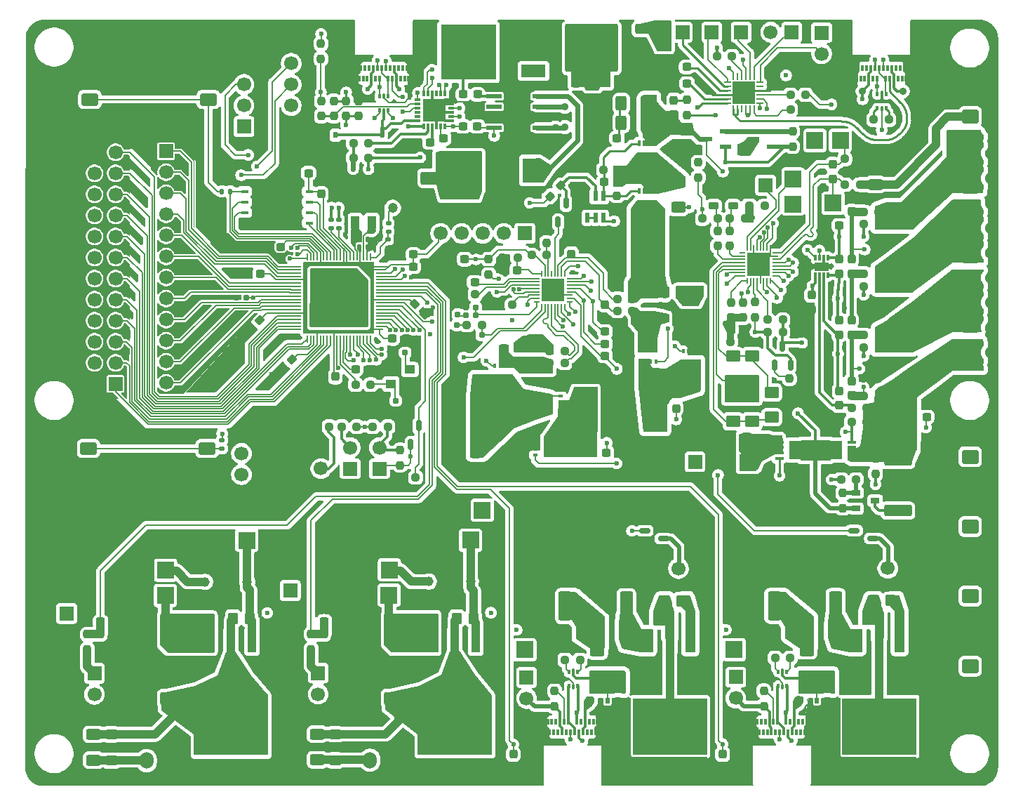
<source format=gbr>
%TF.GenerationSoftware,KiCad,Pcbnew,9.0.6*%
%TF.CreationDate,2026-02-01T22:29:02+01:00*%
%TF.ProjectId,BMS,424d532e-6b69-4636-9164-5f7063625858,rev?*%
%TF.SameCoordinates,Original*%
%TF.FileFunction,Copper,L1,Top*%
%TF.FilePolarity,Positive*%
%FSLAX46Y46*%
G04 Gerber Fmt 4.6, Leading zero omitted, Abs format (unit mm)*
G04 Created by KiCad (PCBNEW 9.0.6) date 2026-02-01 22:29:02*
%MOMM*%
%LPD*%
G01*
G04 APERTURE LIST*
G04 Aperture macros list*
%AMRoundRect*
0 Rectangle with rounded corners*
0 $1 Rounding radius*
0 $2 $3 $4 $5 $6 $7 $8 $9 X,Y pos of 4 corners*
0 Add a 4 corners polygon primitive as box body*
4,1,4,$2,$3,$4,$5,$6,$7,$8,$9,$2,$3,0*
0 Add four circle primitives for the rounded corners*
1,1,$1+$1,$2,$3*
1,1,$1+$1,$4,$5*
1,1,$1+$1,$6,$7*
1,1,$1+$1,$8,$9*
0 Add four rect primitives between the rounded corners*
20,1,$1+$1,$2,$3,$4,$5,0*
20,1,$1+$1,$4,$5,$6,$7,0*
20,1,$1+$1,$6,$7,$8,$9,0*
20,1,$1+$1,$8,$9,$2,$3,0*%
G04 Aperture macros list end*
%TA.AperFunction,Conductor*%
%ADD10C,0.200000*%
%TD*%
%ADD11C,0.250000*%
%ADD12C,0.300000*%
%TA.AperFunction,SMDPad,CuDef*%
%ADD13RoundRect,0.250000X-0.350000X-0.450000X0.350000X-0.450000X0.350000X0.450000X-0.350000X0.450000X0*%
%TD*%
%TA.AperFunction,SMDPad,CuDef*%
%ADD14RoundRect,0.237500X0.237500X-0.300000X0.237500X0.300000X-0.237500X0.300000X-0.237500X-0.300000X0*%
%TD*%
%TA.AperFunction,SMDPad,CuDef*%
%ADD15RoundRect,0.250000X0.475000X-0.337500X0.475000X0.337500X-0.475000X0.337500X-0.475000X-0.337500X0*%
%TD*%
%TA.AperFunction,SMDPad,CuDef*%
%ADD16RoundRect,0.250001X-1.044999X0.872499X-1.044999X-0.872499X1.044999X-0.872499X1.044999X0.872499X0*%
%TD*%
%TA.AperFunction,SMDPad,CuDef*%
%ADD17RoundRect,0.155000X0.212500X0.155000X-0.212500X0.155000X-0.212500X-0.155000X0.212500X-0.155000X0*%
%TD*%
%TA.AperFunction,SMDPad,CuDef*%
%ADD18R,0.300000X0.600000*%
%TD*%
%TA.AperFunction,SMDPad,CuDef*%
%ADD19R,0.300000X0.635000*%
%TD*%
%TA.AperFunction,SMDPad,CuDef*%
%ADD20R,2.450000X1.775000*%
%TD*%
%TA.AperFunction,SMDPad,CuDef*%
%ADD21RoundRect,0.250001X0.624999X-0.462499X0.624999X0.462499X-0.624999X0.462499X-0.624999X-0.462499X0*%
%TD*%
%TA.AperFunction,ComponentPad*%
%ADD22RoundRect,0.250000X-0.750000X0.600000X-0.750000X-0.600000X0.750000X-0.600000X0.750000X0.600000X0*%
%TD*%
%TA.AperFunction,ComponentPad*%
%ADD23O,2.000000X1.700000*%
%TD*%
%TA.AperFunction,SMDPad,CuDef*%
%ADD24RoundRect,0.237500X0.250000X0.237500X-0.250000X0.237500X-0.250000X-0.237500X0.250000X-0.237500X0*%
%TD*%
%TA.AperFunction,SMDPad,CuDef*%
%ADD25RoundRect,0.237500X0.300000X0.237500X-0.300000X0.237500X-0.300000X-0.237500X0.300000X-0.237500X0*%
%TD*%
%TA.AperFunction,SMDPad,CuDef*%
%ADD26RoundRect,0.250000X1.500000X0.550000X-1.500000X0.550000X-1.500000X-0.550000X1.500000X-0.550000X0*%
%TD*%
%TA.AperFunction,SMDPad,CuDef*%
%ADD27RoundRect,0.150000X-0.150000X0.512500X-0.150000X-0.512500X0.150000X-0.512500X0.150000X0.512500X0*%
%TD*%
%TA.AperFunction,SMDPad,CuDef*%
%ADD28RoundRect,0.250000X0.337500X0.475000X-0.337500X0.475000X-0.337500X-0.475000X0.337500X-0.475000X0*%
%TD*%
%TA.AperFunction,SMDPad,CuDef*%
%ADD29RoundRect,0.250000X-0.412500X-0.650000X0.412500X-0.650000X0.412500X0.650000X-0.412500X0.650000X0*%
%TD*%
%TA.AperFunction,SMDPad,CuDef*%
%ADD30RoundRect,0.093750X-0.093750X0.156250X-0.093750X-0.156250X0.093750X-0.156250X0.093750X0.156250X0*%
%TD*%
%TA.AperFunction,SMDPad,CuDef*%
%ADD31RoundRect,0.075000X-0.075000X0.250000X-0.075000X-0.250000X0.075000X-0.250000X0.075000X0.250000X0*%
%TD*%
%TA.AperFunction,SMDPad,CuDef*%
%ADD32R,1.050000X2.800000*%
%TD*%
%TA.AperFunction,SMDPad,CuDef*%
%ADD33R,8.950000X6.850000*%
%TD*%
%TA.AperFunction,SMDPad,CuDef*%
%ADD34R,0.420000X0.700000*%
%TD*%
%TA.AperFunction,SMDPad,CuDef*%
%ADD35R,0.420000X0.540000*%
%TD*%
%TA.AperFunction,SMDPad,CuDef*%
%ADD36R,2.370000X1.710000*%
%TD*%
%TA.AperFunction,SMDPad,CuDef*%
%ADD37R,0.298000X0.700000*%
%TD*%
%TA.AperFunction,SMDPad,CuDef*%
%ADD38R,0.998000X0.700000*%
%TD*%
%TA.AperFunction,ComponentPad*%
%ADD39O,1.036000X2.100000*%
%TD*%
%TA.AperFunction,ComponentPad*%
%ADD40O,1.100000X2.600000*%
%TD*%
%TA.AperFunction,SMDPad,CuDef*%
%ADD41RoundRect,0.150000X-0.512500X-0.150000X0.512500X-0.150000X0.512500X0.150000X-0.512500X0.150000X0*%
%TD*%
%TA.AperFunction,SMDPad,CuDef*%
%ADD42RoundRect,0.225000X0.375000X-0.225000X0.375000X0.225000X-0.375000X0.225000X-0.375000X-0.225000X0*%
%TD*%
%TA.AperFunction,SMDPad,CuDef*%
%ADD43R,1.400000X0.600000*%
%TD*%
%TA.AperFunction,SMDPad,CuDef*%
%ADD44RoundRect,0.237500X-0.300000X-0.237500X0.300000X-0.237500X0.300000X0.237500X-0.300000X0.237500X0*%
%TD*%
%TA.AperFunction,SMDPad,CuDef*%
%ADD45RoundRect,0.237500X-0.250000X-0.237500X0.250000X-0.237500X0.250000X0.237500X-0.250000X0.237500X0*%
%TD*%
%TA.AperFunction,SMDPad,CuDef*%
%ADD46RoundRect,0.135000X-0.185000X0.135000X-0.185000X-0.135000X0.185000X-0.135000X0.185000X0.135000X0*%
%TD*%
%TA.AperFunction,SMDPad,CuDef*%
%ADD47RoundRect,0.237500X0.237500X-0.250000X0.237500X0.250000X-0.237500X0.250000X-0.237500X-0.250000X0*%
%TD*%
%TA.AperFunction,ComponentPad*%
%ADD48C,1.150000*%
%TD*%
%TA.AperFunction,ComponentPad*%
%ADD49R,2.000000X2.000000*%
%TD*%
%TA.AperFunction,SMDPad,CuDef*%
%ADD50RoundRect,0.250000X0.625000X-0.400000X0.625000X0.400000X-0.625000X0.400000X-0.625000X-0.400000X0*%
%TD*%
%TA.AperFunction,ComponentPad*%
%ADD51R,1.700000X1.700000*%
%TD*%
%TA.AperFunction,ComponentPad*%
%ADD52C,1.700000*%
%TD*%
%TA.AperFunction,SMDPad,CuDef*%
%ADD53RoundRect,0.155000X0.155000X-0.212500X0.155000X0.212500X-0.155000X0.212500X-0.155000X-0.212500X0*%
%TD*%
%TA.AperFunction,SMDPad,CuDef*%
%ADD54RoundRect,0.237500X-0.237500X0.250000X-0.237500X-0.250000X0.237500X-0.250000X0.237500X0.250000X0*%
%TD*%
%TA.AperFunction,SMDPad,CuDef*%
%ADD55RoundRect,0.250000X0.550000X-1.500000X0.550000X1.500000X-0.550000X1.500000X-0.550000X-1.500000X0*%
%TD*%
%TA.AperFunction,SMDPad,CuDef*%
%ADD56R,1.100000X0.650000*%
%TD*%
%TA.AperFunction,SMDPad,CuDef*%
%ADD57RoundRect,0.250000X-0.625000X0.400000X-0.625000X-0.400000X0.625000X-0.400000X0.625000X0.400000X0*%
%TD*%
%TA.AperFunction,SMDPad,CuDef*%
%ADD58RoundRect,0.237500X-0.237500X0.300000X-0.237500X-0.300000X0.237500X-0.300000X0.237500X0.300000X0*%
%TD*%
%TA.AperFunction,SMDPad,CuDef*%
%ADD59R,1.300000X1.050000*%
%TD*%
%TA.AperFunction,SMDPad,CuDef*%
%ADD60RoundRect,0.140000X0.140000X0.170000X-0.140000X0.170000X-0.140000X-0.170000X0.140000X-0.170000X0*%
%TD*%
%TA.AperFunction,SMDPad,CuDef*%
%ADD61RoundRect,0.155000X-0.212500X-0.155000X0.212500X-0.155000X0.212500X0.155000X-0.212500X0.155000X0*%
%TD*%
%TA.AperFunction,SMDPad,CuDef*%
%ADD62RoundRect,0.250001X-0.624999X0.462499X-0.624999X-0.462499X0.624999X-0.462499X0.624999X0.462499X0*%
%TD*%
%TA.AperFunction,SMDPad,CuDef*%
%ADD63R,0.600000X1.150000*%
%TD*%
%TA.AperFunction,SMDPad,CuDef*%
%ADD64RoundRect,0.250000X0.412500X0.650000X-0.412500X0.650000X-0.412500X-0.650000X0.412500X-0.650000X0*%
%TD*%
%TA.AperFunction,SMDPad,CuDef*%
%ADD65RoundRect,0.250000X-0.400000X-0.625000X0.400000X-0.625000X0.400000X0.625000X-0.400000X0.625000X0*%
%TD*%
%TA.AperFunction,SMDPad,CuDef*%
%ADD66R,0.550000X0.800000*%
%TD*%
%TA.AperFunction,SMDPad,CuDef*%
%ADD67RoundRect,0.093750X0.093750X-0.156250X0.093750X0.156250X-0.093750X0.156250X-0.093750X-0.156250X0*%
%TD*%
%TA.AperFunction,SMDPad,CuDef*%
%ADD68RoundRect,0.075000X0.075000X-0.250000X0.075000X0.250000X-0.075000X0.250000X-0.075000X-0.250000X0*%
%TD*%
%TA.AperFunction,SMDPad,CuDef*%
%ADD69R,2.850000X5.400000*%
%TD*%
%TA.AperFunction,SMDPad,CuDef*%
%ADD70RoundRect,0.150000X0.150000X-0.512500X0.150000X0.512500X-0.150000X0.512500X-0.150000X-0.512500X0*%
%TD*%
%TA.AperFunction,SMDPad,CuDef*%
%ADD71RoundRect,0.250000X-0.475000X0.337500X-0.475000X-0.337500X0.475000X-0.337500X0.475000X0.337500X0*%
%TD*%
%TA.AperFunction,SMDPad,CuDef*%
%ADD72R,1.910000X0.610000*%
%TD*%
%TA.AperFunction,SMDPad,CuDef*%
%ADD73R,1.205000X1.550000*%
%TD*%
%TA.AperFunction,SMDPad,CuDef*%
%ADD74RoundRect,0.250000X-0.750000X-0.500000X0.750000X-0.500000X0.750000X0.500000X-0.750000X0.500000X0*%
%TD*%
%TA.AperFunction,SMDPad,CuDef*%
%ADD75R,0.990000X0.405000*%
%TD*%
%TA.AperFunction,SMDPad,CuDef*%
%ADD76R,0.760000X0.405000*%
%TD*%
%TA.AperFunction,SMDPad,CuDef*%
%ADD77R,1.475000X2.235000*%
%TD*%
%TA.AperFunction,SMDPad,CuDef*%
%ADD78R,0.750000X0.200000*%
%TD*%
%TA.AperFunction,SMDPad,CuDef*%
%ADD79R,0.200000X0.750000*%
%TD*%
%TA.AperFunction,SMDPad,CuDef*%
%ADD80R,1.500000X1.500000*%
%TD*%
%TA.AperFunction,SMDPad,CuDef*%
%ADD81RoundRect,0.237500X0.044194X0.380070X-0.380070X-0.044194X-0.044194X-0.380070X0.380070X0.044194X0*%
%TD*%
%TA.AperFunction,SMDPad,CuDef*%
%ADD82RoundRect,0.135000X-0.135000X-0.185000X0.135000X-0.185000X0.135000X0.185000X-0.135000X0.185000X0*%
%TD*%
%TA.AperFunction,ComponentPad*%
%ADD83RoundRect,0.250000X0.600000X0.750000X-0.600000X0.750000X-0.600000X-0.750000X0.600000X-0.750000X0*%
%TD*%
%TA.AperFunction,ComponentPad*%
%ADD84O,1.700000X2.000000*%
%TD*%
%TA.AperFunction,SMDPad,CuDef*%
%ADD85RoundRect,0.135000X0.185000X-0.135000X0.185000X0.135000X-0.185000X0.135000X-0.185000X-0.135000X0*%
%TD*%
%TA.AperFunction,SMDPad,CuDef*%
%ADD86RoundRect,0.155000X-0.155000X0.212500X-0.155000X-0.212500X0.155000X-0.212500X0.155000X0.212500X0*%
%TD*%
%TA.AperFunction,SMDPad,CuDef*%
%ADD87R,0.950000X0.450000*%
%TD*%
%TA.AperFunction,SMDPad,CuDef*%
%ADD88R,3.450000X4.350000*%
%TD*%
%TA.AperFunction,SMDPad,CuDef*%
%ADD89RoundRect,0.160000X-0.197500X-0.160000X0.197500X-0.160000X0.197500X0.160000X-0.197500X0.160000X0*%
%TD*%
%TA.AperFunction,SMDPad,CuDef*%
%ADD90R,0.850000X0.200000*%
%TD*%
%TA.AperFunction,SMDPad,CuDef*%
%ADD91R,0.200000X0.850000*%
%TD*%
%TA.AperFunction,SMDPad,CuDef*%
%ADD92R,3.450000X3.450000*%
%TD*%
%TA.AperFunction,SMDPad,CuDef*%
%ADD93RoundRect,0.237500X-0.380070X0.044194X0.044194X-0.380070X0.380070X-0.044194X-0.044194X0.380070X0*%
%TD*%
%TA.AperFunction,SMDPad,CuDef*%
%ADD94RoundRect,0.062500X0.062500X-0.350000X0.062500X0.350000X-0.062500X0.350000X-0.062500X-0.350000X0*%
%TD*%
%TA.AperFunction,SMDPad,CuDef*%
%ADD95RoundRect,0.062500X0.350000X-0.062500X0.350000X0.062500X-0.350000X0.062500X-0.350000X-0.062500X0*%
%TD*%
%TA.AperFunction,HeatsinkPad*%
%ADD96R,2.700000X2.700000*%
%TD*%
%TA.AperFunction,SMDPad,CuDef*%
%ADD97R,2.050000X3.000000*%
%TD*%
%TA.AperFunction,SMDPad,CuDef*%
%ADD98R,0.800000X0.300000*%
%TD*%
%TA.AperFunction,SMDPad,CuDef*%
%ADD99R,0.300000X0.800000*%
%TD*%
%TA.AperFunction,SMDPad,CuDef*%
%ADD100R,2.800000X2.800000*%
%TD*%
%TA.AperFunction,SMDPad,CuDef*%
%ADD101R,0.800000X0.550000*%
%TD*%
%TA.AperFunction,SMDPad,CuDef*%
%ADD102R,0.300000X0.700000*%
%TD*%
%TA.AperFunction,SMDPad,CuDef*%
%ADD103R,1.700000X1.000000*%
%TD*%
%TA.AperFunction,SMDPad,CuDef*%
%ADD104R,1.000000X1.600000*%
%TD*%
%TA.AperFunction,SMDPad,CuDef*%
%ADD105RoundRect,0.249999X-1.425001X0.450001X-1.425001X-0.450001X1.425001X-0.450001X1.425001X0.450001X0*%
%TD*%
%TA.AperFunction,SMDPad,CuDef*%
%ADD106RoundRect,0.237500X0.008839X0.344715X-0.344715X-0.008839X-0.008839X-0.344715X0.344715X0.008839X0*%
%TD*%
%TA.AperFunction,SMDPad,CuDef*%
%ADD107RoundRect,0.250000X0.750000X0.500000X-0.750000X0.500000X-0.750000X-0.500000X0.750000X-0.500000X0*%
%TD*%
%TA.AperFunction,SMDPad,CuDef*%
%ADD108R,0.600000X0.300000*%
%TD*%
%TA.AperFunction,SMDPad,CuDef*%
%ADD109R,0.635000X0.300000*%
%TD*%
%TA.AperFunction,SMDPad,CuDef*%
%ADD110R,1.775000X2.450000*%
%TD*%
%TA.AperFunction,SMDPad,CuDef*%
%ADD111R,3.000000X1.600000*%
%TD*%
%TA.AperFunction,SMDPad,CuDef*%
%ADD112R,6.700000X6.700000*%
%TD*%
%TA.AperFunction,SMDPad,CuDef*%
%ADD113RoundRect,0.250000X0.650000X-0.412500X0.650000X0.412500X-0.650000X0.412500X-0.650000X-0.412500X0*%
%TD*%
%TA.AperFunction,SMDPad,CuDef*%
%ADD114RoundRect,0.027500X-0.082500X0.337500X-0.082500X-0.337500X0.082500X-0.337500X0.082500X0.337500X0*%
%TD*%
%TA.AperFunction,SMDPad,CuDef*%
%ADD115RoundRect,0.027500X-0.337500X0.082500X-0.337500X-0.082500X0.337500X-0.082500X0.337500X0.082500X0*%
%TD*%
%TA.AperFunction,SMDPad,CuDef*%
%ADD116RoundRect,0.140000X-0.170000X0.140000X-0.170000X-0.140000X0.170000X-0.140000X0.170000X0.140000X0*%
%TD*%
%TA.AperFunction,SMDPad,CuDef*%
%ADD117RoundRect,0.250000X0.850000X0.350000X-0.850000X0.350000X-0.850000X-0.350000X0.850000X-0.350000X0*%
%TD*%
%TA.AperFunction,SMDPad,CuDef*%
%ADD118RoundRect,0.249997X2.950003X2.650003X-2.950003X2.650003X-2.950003X-2.650003X2.950003X-2.650003X0*%
%TD*%
%TA.AperFunction,ViaPad*%
%ADD119C,0.600000*%
%TD*%
%TA.AperFunction,ViaPad*%
%ADD120C,1.200000*%
%TD*%
%TA.AperFunction,ViaPad*%
%ADD121C,0.900000*%
%TD*%
%TA.AperFunction,Conductor*%
%ADD122C,1.000000*%
%TD*%
%TA.AperFunction,Conductor*%
%ADD123C,0.250000*%
%TD*%
%TA.AperFunction,Conductor*%
%ADD124C,0.500000*%
%TD*%
%TA.AperFunction,Conductor*%
%ADD125C,0.300000*%
%TD*%
%TA.AperFunction,Conductor*%
%ADD126C,0.600000*%
%TD*%
%TA.AperFunction,Conductor*%
%ADD127C,0.150000*%
%TD*%
G04 APERTURE END LIST*
%TO.N,Net-(Q10-D_1)*%
D10*
X111714800Y-114665700D02*
X115220000Y-114665700D01*
X115220000Y-117002500D01*
X111714800Y-117002500D01*
X111714800Y-114665700D01*
%TA.AperFunction,Conductor*%
G36*
X111714800Y-114665700D02*
G01*
X115220000Y-114665700D01*
X115220000Y-117002500D01*
X111714800Y-117002500D01*
X111714800Y-114665700D01*
G37*
%TD.AperFunction*%
%TO.N,Net-(D10-K)*%
X102600000Y-106787500D02*
X106575000Y-106787500D01*
X106575000Y-109937500D01*
X102600000Y-109937500D01*
X102600000Y-106787500D01*
%TA.AperFunction,Conductor*%
G36*
X102600000Y-106787500D02*
G01*
X106575000Y-106787500D01*
X106575000Y-109937500D01*
X102600000Y-109937500D01*
X102600000Y-106787500D01*
G37*
%TD.AperFunction*%
D11*
X124461749Y-75616588D02*
X124461317Y-75605237D01*
X124460847Y-75593570D01*
X124460434Y-75583874D01*
X124459990Y-75573975D01*
X124459566Y-75565012D01*
X124459113Y-75555892D01*
X124458668Y-75547369D01*
X124458195Y-75538714D01*
X124457724Y-75530488D01*
X124457226Y-75522148D01*
X124456727Y-75514139D01*
X124456200Y-75506029D01*
X124455670Y-75498186D01*
X124455113Y-75490251D01*
X124454551Y-75482539D01*
X124453962Y-75474744D01*
X124453367Y-75467139D01*
X124452745Y-75459457D01*
X124452116Y-75451940D01*
X124451460Y-75444353D01*
X124450797Y-75436911D01*
X124450106Y-75429403D01*
X124449408Y-75422025D01*
X124448683Y-75414585D01*
X124447948Y-75407263D01*
X124447188Y-75399882D01*
X124446418Y-75392609D01*
X124445621Y-75385280D01*
X124444815Y-75378050D01*
X124443982Y-75370768D01*
X124443140Y-75363576D01*
X124442271Y-75356335D01*
X124441391Y-75349178D01*
X124440486Y-75341974D01*
X124439570Y-75334848D01*
X124438627Y-75327678D01*
X124437674Y-75320581D01*
X124436694Y-75313442D01*
X124435704Y-75306371D01*
X124434687Y-75299260D01*
X124433659Y-75292214D01*
X124432605Y-75285129D01*
X124431539Y-75278106D01*
X124430448Y-75271045D01*
X124429345Y-75264043D01*
X124428216Y-75257005D01*
X124427075Y-75250023D01*
X124425908Y-75243005D01*
X124424729Y-75236042D01*
X124423525Y-75229045D01*
X124422308Y-75222099D01*
X124421065Y-75215121D01*
X124419811Y-75208192D01*
X124418530Y-75201232D01*
X124417238Y-75194319D01*
X124415919Y-75187376D01*
X124414588Y-75180478D01*
X124413231Y-75173551D01*
X124411863Y-75166668D01*
X124410467Y-75159757D01*
X124409060Y-75152888D01*
X124407627Y-75145992D01*
X124406181Y-75139137D01*
X124404710Y-75132255D01*
X124403226Y-75125413D01*
X124401716Y-75118546D01*
X124400193Y-75111716D01*
X124398645Y-75104862D01*
X124397084Y-75098045D01*
X124395497Y-75091204D01*
X124393898Y-75084400D01*
X124392272Y-75077571D01*
X124390634Y-75070778D01*
X124388970Y-75063963D01*
X124387294Y-75057181D01*
X124385591Y-75050377D01*
X124383876Y-75043607D01*
X124382134Y-75036815D01*
X124380380Y-75030056D01*
X124378600Y-75023276D01*
X124376808Y-75016528D01*
X124374989Y-75009759D01*
X124373157Y-75003021D01*
X124371300Y-74996264D01*
X124369429Y-74989537D01*
X124367533Y-74982790D01*
X124365624Y-74976073D01*
X124363688Y-74969338D01*
X124361740Y-74962631D01*
X124359766Y-74955906D01*
X124357779Y-74949209D01*
X124355765Y-74942495D01*
X124353739Y-74935808D01*
X124351687Y-74929104D01*
X124349622Y-74922427D01*
X124347531Y-74915733D01*
X124345426Y-74909066D01*
X124343296Y-74902382D01*
X124341153Y-74895724D01*
X124338983Y-74889050D01*
X124336801Y-74882402D01*
X124334592Y-74875738D01*
X124332370Y-74869100D01*
X124330122Y-74862446D01*
X124327861Y-74855816D01*
X124325574Y-74849172D01*
X124323274Y-74842552D01*
X124320947Y-74835917D01*
X124318608Y-74829306D01*
X124316242Y-74822681D01*
X124313863Y-74816080D01*
X124311458Y-74809464D01*
X124309039Y-74802871D01*
X124306595Y-74796265D01*
X124304137Y-74789682D01*
X124301653Y-74783085D01*
X124299155Y-74776510D01*
X124296632Y-74769923D01*
X124294095Y-74763357D01*
X124291531Y-74756779D01*
X124288955Y-74750222D01*
X124286352Y-74743653D01*
X124283735Y-74737105D01*
X124281093Y-74730545D01*
X124278437Y-74724006D01*
X124275754Y-74717455D01*
X124273059Y-74710925D01*
X124270336Y-74704383D01*
X124267601Y-74697861D01*
X124264839Y-74691329D01*
X124262063Y-74684816D01*
X124259261Y-74678292D01*
X124256445Y-74671788D01*
X124253603Y-74665273D01*
X124250748Y-74658777D01*
X124247866Y-74652271D01*
X124244970Y-74645784D01*
X124242048Y-74639287D01*
X124239112Y-74632808D01*
X124236150Y-74626320D01*
X124233174Y-74619850D01*
X124230171Y-74613370D01*
X124227155Y-74606909D01*
X124224112Y-74600438D01*
X124221056Y-74593985D01*
X124217973Y-74587523D01*
X124214876Y-74581078D01*
X124211752Y-74574625D01*
X124208614Y-74568189D01*
X124205450Y-74561744D01*
X124202272Y-74555316D01*
X124199067Y-74548880D01*
X124195849Y-74542461D01*
X124192603Y-74536034D01*
X124189344Y-74529623D01*
X124186058Y-74523204D01*
X124182758Y-74516801D01*
X124179431Y-74510391D01*
X124176090Y-74503997D01*
X124172722Y-74497595D01*
X124169340Y-74491209D01*
X124165931Y-74484816D01*
X124162508Y-74478438D01*
X124159058Y-74472053D01*
X124155594Y-74465684D01*
X124152103Y-74459308D01*
X124148598Y-74452947D01*
X124145066Y-74446579D01*
X124141519Y-74440226D01*
X124137946Y-74433867D01*
X124134358Y-74427522D01*
X124130743Y-74421171D01*
X124127113Y-74414835D01*
X124123457Y-74408493D01*
X124119786Y-74402165D01*
X124116088Y-74395830D01*
X124112376Y-74389511D01*
X124108636Y-74383185D01*
X124104882Y-74376873D01*
X124101101Y-74370556D01*
X124097305Y-74364252D01*
X124093481Y-74357943D01*
X124089643Y-74351648D01*
X124085778Y-74345347D01*
X124081898Y-74339060D01*
X124077991Y-74332768D01*
X124074069Y-74326489D01*
X124070120Y-74320205D01*
X124066155Y-74313934D01*
X124062164Y-74307658D01*
X124058157Y-74301396D01*
X124054123Y-74295128D01*
X124050074Y-74288874D01*
X124045998Y-74282615D01*
X124041906Y-74276369D01*
X124037787Y-74270118D01*
X124033653Y-74263879D01*
X124029491Y-74257637D01*
X124025314Y-74251407D01*
X124021110Y-74245172D01*
X124016890Y-74238951D01*
X124012642Y-74232724D01*
X124008379Y-74226511D01*
X124004089Y-74220293D01*
X123999783Y-74214087D01*
X123995450Y-74207877D01*
X123991100Y-74201680D01*
X123986724Y-74195479D01*
X123982331Y-74189289D01*
X123977911Y-74183096D01*
X123973475Y-74176915D01*
X123969012Y-74170730D01*
X123964532Y-74164557D01*
X123960025Y-74158380D01*
X123955502Y-74152215D01*
X123950951Y-74146047D01*
X123946384Y-74139890D01*
X123941789Y-74133729D01*
X123937178Y-74127581D01*
X123932540Y-74121429D01*
X123927885Y-74115288D01*
X123923202Y-74109144D01*
X123918503Y-74103012D01*
X123913776Y-74096876D01*
X123909032Y-74090752D01*
X123904261Y-74084624D01*
X123899473Y-74078508D01*
X123894657Y-74072389D01*
X123889824Y-74066281D01*
X123884964Y-74060170D01*
X123880087Y-74054070D01*
X123875182Y-74047968D01*
X123870259Y-74041876D01*
X123865309Y-74035782D01*
X123860342Y-74029698D01*
X123855347Y-74023612D01*
X123850335Y-74017536D01*
X123845294Y-74011459D01*
X123840237Y-74005391D01*
X123835151Y-73999322D01*
X123830048Y-73993263D01*
X123824917Y-73987201D01*
X123819769Y-73981150D01*
X123814592Y-73975097D01*
X123809398Y-73969055D01*
X123804176Y-73963010D01*
X123798935Y-73956976D01*
X123793667Y-73950939D01*
X123788381Y-73944913D01*
X123783067Y-73938885D01*
X123777735Y-73932867D01*
X123772374Y-73926847D01*
X123766996Y-73920837D01*
X123761589Y-73914826D01*
X123756164Y-73908824D01*
X123750711Y-73902822D01*
X123745239Y-73896828D01*
X123739739Y-73890834D01*
X123734221Y-73884849D01*
X123728674Y-73878862D01*
X123726176Y-73876176D01*
X123875194Y-77350000D02*
X123863050Y-77362129D01*
X123850975Y-77374162D01*
X123839153Y-77385914D01*
X123827396Y-77397573D01*
X123815877Y-77408967D01*
X123804420Y-77420272D01*
X123793187Y-77431327D01*
X123782014Y-77442295D01*
X123771053Y-77453027D01*
X123760148Y-77463675D01*
X123749444Y-77474100D01*
X123738794Y-77484443D01*
X123728334Y-77494574D01*
X123717926Y-77504626D01*
X123707699Y-77514476D01*
X123697521Y-77524251D01*
X123687515Y-77533833D01*
X123677556Y-77543341D01*
X123667760Y-77552666D01*
X123658010Y-77561920D01*
X123648415Y-77570999D01*
X123638863Y-77580009D01*
X123629460Y-77588852D01*
X123620098Y-77597628D01*
X123610878Y-77606243D01*
X123601698Y-77614794D01*
X123592653Y-77623191D01*
X123583646Y-77631526D01*
X123574769Y-77639713D01*
X123565928Y-77647840D01*
X123557210Y-77655825D01*
X123548528Y-77663751D01*
X123539965Y-77671542D01*
X123531435Y-77679274D01*
X123523019Y-77686877D01*
X123514635Y-77694424D01*
X123506359Y-77701845D01*
X123498115Y-77709212D01*
X123489975Y-77716458D01*
X123481866Y-77723651D01*
X123473856Y-77730729D01*
X123465875Y-77737754D01*
X123457990Y-77744668D01*
X123450133Y-77751530D01*
X123442367Y-77758286D01*
X123434629Y-77764992D01*
X123426979Y-77771595D01*
X123419355Y-77778149D01*
X123411816Y-77784603D01*
X123404301Y-77791010D01*
X123396869Y-77797320D01*
X123389460Y-77803585D01*
X123382130Y-77809756D01*
X123374822Y-77815882D01*
X123367591Y-77821918D01*
X123360381Y-77827910D01*
X123353244Y-77833816D01*
X123346128Y-77839677D01*
X123339082Y-77845456D01*
X123332056Y-77851191D01*
X123325098Y-77856846D01*
X123318160Y-77862459D01*
X123311286Y-77867994D01*
X123304431Y-77873488D01*
X123297638Y-77878906D01*
X123290863Y-77884284D01*
X123284149Y-77889589D01*
X123277452Y-77894854D01*
X123270812Y-77900049D01*
X123264190Y-77905205D01*
X123257623Y-77910292D01*
X123251072Y-77915342D01*
X123244574Y-77920325D01*
X123238092Y-77925271D01*
X123231661Y-77930153D01*
X123225245Y-77934998D01*
X123218879Y-77939781D01*
X123212527Y-77944528D01*
X123206222Y-77949214D01*
X123199931Y-77953865D01*
X123193686Y-77958457D01*
X123187454Y-77963016D01*
X123181266Y-77967516D01*
X123175091Y-77971984D01*
X123168957Y-77976395D01*
X123162836Y-77980774D01*
X123156755Y-77985099D01*
X123150686Y-77989391D01*
X123144656Y-77993631D01*
X123138636Y-77997839D01*
X123132654Y-78001996D01*
X123126683Y-78006122D01*
X123120747Y-78010198D01*
X123114822Y-78014243D01*
X123108930Y-78018241D01*
X123103049Y-78022208D01*
X123097200Y-78026129D01*
X123091360Y-78030019D01*
X123085551Y-78033865D01*
X123079751Y-78037680D01*
X123073982Y-78041452D01*
X123068220Y-78045195D01*
X123062487Y-78048895D01*
X123056762Y-78052567D01*
X123051064Y-78056197D01*
X123045374Y-78059798D01*
X123039709Y-78063360D01*
X123034052Y-78066894D01*
X123028419Y-78070388D01*
X123022793Y-78073855D01*
X123017190Y-78077284D01*
X123011593Y-78080685D01*
X123006019Y-78084050D01*
X123000450Y-78087388D01*
X122994902Y-78090690D01*
X122989360Y-78093966D01*
X122983837Y-78097206D01*
X122978320Y-78100421D01*
X122972821Y-78103601D01*
X122967326Y-78106756D01*
X122961849Y-78109877D01*
X122956376Y-78112974D01*
X122950920Y-78116038D01*
X122945467Y-78119076D01*
X122940030Y-78122084D01*
X122934596Y-78125067D01*
X122929176Y-78128019D01*
X122923759Y-78130946D01*
X122918355Y-78133844D01*
X122912954Y-78136718D01*
X122907565Y-78139563D01*
X122902178Y-78142384D01*
X122896802Y-78145177D01*
X122891428Y-78147946D01*
X122886064Y-78150687D01*
X122880701Y-78153406D01*
X122875347Y-78156097D01*
X122869994Y-78158766D01*
X122864648Y-78161408D01*
X122859304Y-78164028D01*
X122853966Y-78166622D01*
X122848629Y-78169194D01*
X122843297Y-78171741D01*
X122837965Y-78174265D01*
X122832638Y-78176766D01*
X122827311Y-78179244D01*
X122821986Y-78181699D01*
X122816662Y-78184132D01*
X122811339Y-78186542D01*
X122806016Y-78188931D01*
X122800694Y-78191297D01*
X122795371Y-78193641D01*
X122790047Y-78195964D01*
X122784723Y-78198266D01*
X122779397Y-78200546D01*
X122774069Y-78202806D01*
X122768739Y-78205044D01*
X122763408Y-78207262D01*
X122758072Y-78209460D01*
X122752735Y-78211637D01*
X122742048Y-78215931D01*
X122731344Y-78220145D01*
X122720620Y-78224282D01*
X122709873Y-78228342D01*
X122699099Y-78232326D01*
X122688297Y-78236236D01*
X122677462Y-78240073D01*
X122666592Y-78243837D01*
X122655684Y-78247531D01*
X122644733Y-78251154D01*
X122633737Y-78254708D01*
X122622692Y-78258193D01*
X122611595Y-78261612D01*
X122600443Y-78264964D01*
X122589231Y-78268250D01*
X122577956Y-78271472D01*
X122566614Y-78274629D01*
X122555201Y-78277723D01*
X122543713Y-78280755D01*
X122532146Y-78283725D01*
X122520496Y-78286634D01*
X122508758Y-78289483D01*
X122496928Y-78292272D01*
X122485001Y-78295001D01*
X122472971Y-78297672D01*
X122460835Y-78300285D01*
X122448586Y-78302840D01*
X122436220Y-78305338D01*
X122423730Y-78307779D01*
X122411111Y-78310165D01*
X122398357Y-78312495D01*
X122385460Y-78314769D01*
X122372414Y-78316989D01*
X122359213Y-78319154D01*
X122345848Y-78321265D01*
X122332313Y-78323322D01*
X122318597Y-78325325D01*
X122304694Y-78327275D01*
X122290593Y-78329173D01*
X122276286Y-78331017D01*
X122261761Y-78332809D01*
X122247008Y-78334549D01*
X122232015Y-78336237D01*
X122216770Y-78337872D01*
X122201259Y-78339456D01*
X122185468Y-78340989D01*
X122169383Y-78342469D01*
X122152986Y-78343898D01*
X122136260Y-78345276D01*
X122119185Y-78346603D01*
X122101741Y-78347878D01*
X122083905Y-78349102D01*
X122065651Y-78350274D01*
X122046954Y-78351395D01*
X122027781Y-78352465D01*
X122008100Y-78353484D01*
X121987874Y-78354451D01*
X121967061Y-78355366D01*
X121945613Y-78356229D01*
X121923478Y-78357041D01*
X121900593Y-78357800D01*
X121876889Y-78358507D01*
X121852283Y-78359162D01*
X121826679Y-78359764D01*
X121799961Y-78360313D01*
X121771990Y-78360808D01*
X121742592Y-78361249D01*
X121711551Y-78361637D01*
X121678586Y-78361969D01*
X121643321Y-78362247D01*
X121605234Y-78362468D01*
X121563552Y-78362633D01*
X121517038Y-78362739D01*
X121463461Y-78362787D01*
X121397830Y-78362772D01*
X121367499Y-78362750D01*
D10*
%TO.N,PGND*%
X124800000Y-71643359D02*
X124400000Y-71643359D01*
X124325000Y-71193359D01*
X124325000Y-70325000D01*
X124100000Y-70093359D01*
X124100000Y-69043359D01*
X124800000Y-69043359D01*
X124800000Y-71643359D01*
%TA.AperFunction,Conductor*%
G36*
X124800000Y-71643359D02*
G01*
X124400000Y-71643359D01*
X124325000Y-71193359D01*
X124325000Y-70325000D01*
X124100000Y-70093359D01*
X124100000Y-69043359D01*
X124800000Y-69043359D01*
X124800000Y-71643359D01*
G37*
%TD.AperFunction*%
%TO.N,Net-(U2-SW)*%
X81350000Y-81400000D02*
X81750000Y-81750000D01*
X80575000Y-83450000D01*
X79775000Y-83450000D01*
X79775000Y-80650000D01*
X80175000Y-80650000D01*
X81350000Y-81400000D01*
%TA.AperFunction,Conductor*%
G36*
X81350000Y-81400000D02*
G01*
X81750000Y-81750000D01*
X80575000Y-83450000D01*
X79775000Y-83450000D01*
X79775000Y-80650000D01*
X80175000Y-80650000D01*
X81350000Y-81400000D01*
G37*
%TD.AperFunction*%
%TO.N,PGND*%
X125000000Y-135175000D02*
X126200000Y-135175000D01*
X126200000Y-139675000D01*
X125000000Y-139675000D01*
X125000000Y-135175000D01*
%TA.AperFunction,Conductor*%
G36*
X125000000Y-135175000D02*
G01*
X126200000Y-135175000D01*
X126200000Y-139675000D01*
X125000000Y-139675000D01*
X125000000Y-135175000D01*
G37*
%TD.AperFunction*%
%TO.N,/USB-C-5V@3A/VBUS3*%
X111950000Y-145700000D02*
X111950000Y-146200000D01*
X111700000Y-146600000D01*
X111000000Y-147050000D01*
X110850000Y-147025000D01*
X110800000Y-146100000D01*
X111150000Y-145550000D01*
X111800000Y-145550000D01*
X111950000Y-145700000D01*
%TA.AperFunction,Conductor*%
G36*
X111950000Y-145700000D02*
G01*
X111950000Y-146200000D01*
X111700000Y-146600000D01*
X111000000Y-147050000D01*
X110850000Y-147025000D01*
X110800000Y-146100000D01*
X111150000Y-145550000D01*
X111800000Y-145550000D01*
X111950000Y-145700000D01*
G37*
%TD.AperFunction*%
D11*
X123875194Y-77350000D02*
X123880826Y-77343342D01*
X123886423Y-77336694D01*
X123891989Y-77330052D01*
X123897521Y-77323420D01*
X123903023Y-77316793D01*
X123908489Y-77310177D01*
X123913926Y-77303566D01*
X123919328Y-77296965D01*
X123924700Y-77290370D01*
X123930038Y-77283785D01*
X123935347Y-77277205D01*
X123940621Y-77270635D01*
X123945865Y-77264070D01*
X123951076Y-77257516D01*
X123956258Y-77250966D01*
X123961405Y-77244427D01*
X123966524Y-77237893D01*
X123971609Y-77231369D01*
X123976666Y-77224849D01*
X123981689Y-77218340D01*
X123986683Y-77211836D01*
X123991644Y-77205342D01*
X123996576Y-77198853D01*
X124001476Y-77192373D01*
X124006347Y-77185899D01*
X124011186Y-77179434D01*
X124015996Y-77172974D01*
X124020774Y-77166525D01*
X124025524Y-77160079D01*
X124030241Y-77153644D01*
X124034931Y-77147213D01*
X124039589Y-77140792D01*
X124044219Y-77134375D01*
X124048816Y-77127969D01*
X124053387Y-77121566D01*
X124057926Y-77115174D01*
X124062437Y-77108786D01*
X124066917Y-77102408D01*
X124071370Y-77096033D01*
X124075791Y-77089669D01*
X124080186Y-77083308D01*
X124084549Y-77076959D01*
X124088885Y-77070612D01*
X124093191Y-77064275D01*
X124097470Y-77057942D01*
X124101717Y-77051620D01*
X124105939Y-77045300D01*
X124110130Y-77038991D01*
X124114295Y-77032685D01*
X124118429Y-77026389D01*
X124122537Y-77020096D01*
X124126615Y-77013814D01*
X124130667Y-77007534D01*
X124134689Y-77001265D01*
X124138685Y-76994998D01*
X124142651Y-76988742D01*
X124146592Y-76982488D01*
X124150502Y-76976246D01*
X124154388Y-76970004D01*
X124158244Y-76963774D01*
X124162075Y-76957546D01*
X124165875Y-76951328D01*
X124169652Y-76945112D01*
X124173398Y-76938908D01*
X124177121Y-76932704D01*
X124180813Y-76926512D01*
X124184482Y-76920320D01*
X124188120Y-76914140D01*
X124191735Y-76907961D01*
X124195321Y-76901793D01*
X124202415Y-76889470D01*
X124209404Y-76877170D01*
X124216287Y-76864894D01*
X124223067Y-76852641D01*
X124229743Y-76840410D01*
X124236316Y-76828202D01*
X124242786Y-76816017D01*
X124249155Y-76803853D01*
X124255423Y-76791711D01*
X124261590Y-76779589D01*
X124267657Y-76767489D01*
X124273625Y-76755409D01*
X124279494Y-76743349D01*
X124285264Y-76731310D01*
X124290938Y-76719289D01*
X124296514Y-76707288D01*
X124301993Y-76695305D01*
X124307377Y-76683340D01*
X124312666Y-76671394D01*
X124317859Y-76659465D01*
X124322959Y-76647553D01*
X124327964Y-76635657D01*
X124332877Y-76623778D01*
X124337696Y-76611915D01*
X124342424Y-76600067D01*
X124347060Y-76588233D01*
X124351605Y-76576414D01*
X124356059Y-76564609D01*
X124360423Y-76552818D01*
X124364698Y-76541039D01*
X124368884Y-76529272D01*
X124372980Y-76517518D01*
X124376989Y-76505774D01*
X124380910Y-76494042D01*
X124384743Y-76482319D01*
X124388490Y-76470605D01*
X124392151Y-76458901D01*
X124395725Y-76447205D01*
X124399215Y-76435516D01*
X124402619Y-76423834D01*
X124405938Y-76412158D01*
X124409173Y-76400487D01*
X124412325Y-76388821D01*
X124415393Y-76377159D01*
X124418378Y-76365499D01*
X124421281Y-76353842D01*
X124424101Y-76342186D01*
X124426840Y-76330530D01*
X124429497Y-76318873D01*
X124432073Y-76307214D01*
X124434568Y-76295552D01*
X124436983Y-76283886D01*
X124439318Y-76272215D01*
X124441573Y-76260537D01*
X124443749Y-76248852D01*
X124445845Y-76237157D01*
X124447863Y-76225452D01*
X124449803Y-76213734D01*
X124451664Y-76202002D01*
X124453447Y-76190255D01*
X124455153Y-76178489D01*
X124456782Y-76166705D01*
X124458333Y-76154898D01*
X124459808Y-76143067D01*
X124461206Y-76131210D01*
X124462527Y-76119323D01*
X124463773Y-76107404D01*
X124464942Y-76095450D01*
X124466036Y-76083457D01*
X124467054Y-76071421D01*
X124467996Y-76059339D01*
X124468863Y-76047205D01*
X124469655Y-76035015D01*
X124470372Y-76022763D01*
X124471013Y-76010443D01*
X124471579Y-75998048D01*
X124472070Y-75985570D01*
X124472485Y-75973001D01*
X124472825Y-75960329D01*
X124473089Y-75947543D01*
X124473277Y-75934630D01*
X124473388Y-75921574D01*
X124473423Y-75908355D01*
X124473379Y-75894950D01*
X124473256Y-75881333D01*
X124473052Y-75867468D01*
X124472766Y-75853312D01*
X124472396Y-75838808D01*
X124471937Y-75823883D01*
X124471384Y-75808431D01*
X124470730Y-75792303D01*
X124469963Y-75775263D01*
X124469062Y-75756912D01*
X124467984Y-75736449D01*
X124466615Y-75711739D01*
X124466026Y-75701304D01*
X124464777Y-75679061D01*
X124464182Y-75668205D01*
X124463615Y-75657526D01*
X124463083Y-75647024D01*
X124462590Y-75636701D01*
X124462144Y-75626555D01*
X124461749Y-75616588D01*
X115907783Y-76107250D02*
X115925993Y-76107182D01*
X115944092Y-76107135D01*
X115961851Y-76107108D01*
X115979503Y-76107102D01*
X115996833Y-76107116D01*
X116014059Y-76107150D01*
X116030977Y-76107204D01*
X116047795Y-76107278D01*
X116064320Y-76107370D01*
X116080749Y-76107482D01*
X116096896Y-76107612D01*
X116112951Y-76107761D01*
X116128738Y-76107929D01*
X116144434Y-76108115D01*
X116159874Y-76108318D01*
X116175227Y-76108540D01*
X116190334Y-76108779D01*
X116205356Y-76109037D01*
X116220143Y-76109310D01*
X116234848Y-76109603D01*
X116249326Y-76109910D01*
X116263726Y-76110237D01*
X116277908Y-76110578D01*
X116292013Y-76110938D01*
X116305910Y-76111312D01*
X116319732Y-76111705D01*
X116333353Y-76112111D01*
X116346902Y-76112536D01*
X116360258Y-76112975D01*
X116373543Y-76113432D01*
X116386643Y-76113902D01*
X116399674Y-76114390D01*
X116412526Y-76114891D01*
X116425311Y-76115410D01*
X116437925Y-76115942D01*
X116450473Y-76116492D01*
X116462855Y-76117054D01*
X116475174Y-76117633D01*
X116487333Y-76118225D01*
X116499430Y-76118834D01*
X116511373Y-76119455D01*
X116523256Y-76120094D01*
X116534989Y-76120744D01*
X116546665Y-76121411D01*
X116558196Y-76122090D01*
X116569670Y-76122786D01*
X116581005Y-76123494D01*
X116592285Y-76124218D01*
X116603430Y-76124953D01*
X116614521Y-76125706D01*
X116625481Y-76126469D01*
X116636390Y-76127249D01*
X116647172Y-76128040D01*
X116657903Y-76128847D01*
X116668512Y-76129665D01*
X116679071Y-76130500D01*
X116689512Y-76131345D01*
X116699905Y-76132207D01*
X116710183Y-76133079D01*
X116720414Y-76133967D01*
X116730534Y-76134866D01*
X116740608Y-76135781D01*
X116750574Y-76136706D01*
X116760495Y-76137647D01*
X116770313Y-76138598D01*
X116780086Y-76139565D01*
X116789758Y-76140543D01*
X116799388Y-76141536D01*
X116808920Y-76142539D01*
X116818410Y-76143558D01*
X116827805Y-76144587D01*
X116837159Y-76145632D01*
X116846422Y-76146687D01*
X116855644Y-76147757D01*
X116864778Y-76148837D01*
X116873872Y-76149933D01*
X116882880Y-76151038D01*
X116891850Y-76152159D01*
X116900736Y-76153290D01*
X116909585Y-76154436D01*
X116918352Y-76155591D01*
X116927083Y-76156763D01*
X116935736Y-76157943D01*
X116944352Y-76159140D01*
X116952893Y-76160345D01*
X116961398Y-76161566D01*
X116969829Y-76162797D01*
X116978227Y-76164043D01*
X116986552Y-76165299D01*
X116994844Y-76166569D01*
X117003066Y-76167850D01*
X117011256Y-76169145D01*
X117019378Y-76170450D01*
X117027468Y-76171771D01*
X117035492Y-76173100D01*
X117043485Y-76174445D01*
X117051415Y-76175800D01*
X117059314Y-76177170D01*
X117067152Y-76178549D01*
X117074959Y-76179943D01*
X117082707Y-76181347D01*
X117090425Y-76182767D01*
X117098086Y-76184195D01*
X117105718Y-76185639D01*
X117113293Y-76187093D01*
X117120841Y-76188561D01*
X117128334Y-76190040D01*
X117135799Y-76191533D01*
X117143212Y-76193036D01*
X117150598Y-76194554D01*
X117157933Y-76196082D01*
X117165242Y-76197626D01*
X117172501Y-76199179D01*
X117179734Y-76200747D01*
X117186919Y-76202325D01*
X117194079Y-76203918D01*
X117201193Y-76205521D01*
X117208282Y-76207139D01*
X117215326Y-76208768D01*
X117222346Y-76210411D01*
X117229322Y-76212065D01*
X117236275Y-76213734D01*
X117243186Y-76215413D01*
X117250073Y-76217107D01*
X117256920Y-76218812D01*
X117263744Y-76220532D01*
X117270529Y-76222262D01*
X117277292Y-76224008D01*
X117284017Y-76225764D01*
X117290720Y-76227536D01*
X117297387Y-76229318D01*
X117304032Y-76231115D01*
X117310642Y-76232924D01*
X117317231Y-76234748D01*
X117323786Y-76236583D01*
X117330321Y-76238433D01*
X117336823Y-76240295D01*
X117343305Y-76242171D01*
X117349756Y-76244060D01*
X117356186Y-76245963D01*
X117362587Y-76247879D01*
X117368969Y-76249809D01*
X117375321Y-76251752D01*
X117381655Y-76253710D01*
X117387961Y-76255680D01*
X117394248Y-76257665D01*
X117400509Y-76259663D01*
X117406752Y-76261676D01*
X117412969Y-76263702D01*
X117419169Y-76265743D01*
X117425344Y-76267798D01*
X117431502Y-76269867D01*
X117437637Y-76271950D01*
X117443754Y-76274048D01*
X117449850Y-76276160D01*
X117455929Y-76278287D01*
X117461988Y-76280429D01*
X117468030Y-76282585D01*
X117474052Y-76284756D01*
X117480058Y-76286942D01*
X117486046Y-76289143D01*
X117492017Y-76291359D01*
X117497972Y-76293590D01*
X117503911Y-76295836D01*
X117509833Y-76298098D01*
X117515741Y-76300376D01*
X117521633Y-76302669D01*
X117527510Y-76304977D01*
X117533373Y-76307302D01*
X117539222Y-76309642D01*
X117545057Y-76311998D01*
X117550878Y-76314371D01*
X117556688Y-76316760D01*
X117562483Y-76319165D01*
X117574038Y-76324025D01*
X117585546Y-76328951D01*
X117597010Y-76333946D01*
X117608433Y-76339010D01*
X117619817Y-76344145D01*
X117631165Y-76349351D01*
X117642480Y-76354629D01*
X117653765Y-76359982D01*
X117665022Y-76365409D01*
X117676253Y-76370914D01*
X117687463Y-76376496D01*
X117698653Y-76382158D01*
X117709826Y-76387901D01*
X117720985Y-76393727D01*
X117732133Y-76399637D01*
X117743273Y-76405633D01*
X117754407Y-76411717D01*
X117765539Y-76417890D01*
X117776672Y-76424156D01*
X117787808Y-76430515D01*
X117798951Y-76436970D01*
X117810103Y-76443522D01*
X117821268Y-76450176D01*
X117832450Y-76456931D01*
X117843651Y-76463792D01*
X117854875Y-76470761D01*
X117866125Y-76477840D01*
X117877405Y-76485032D01*
X117888719Y-76492340D01*
X117900070Y-76499768D01*
X117911462Y-76507318D01*
X117922899Y-76514994D01*
X117934386Y-76522799D01*
X117945926Y-76530737D01*
X117957524Y-76538812D01*
X117969185Y-76547028D01*
X117980913Y-76555389D01*
X117992713Y-76563899D01*
X118004590Y-76572564D01*
X118016551Y-76581388D01*
X118028599Y-76590376D01*
X118040742Y-76599535D01*
X118052986Y-76608869D01*
X118065336Y-76618386D01*
X118077801Y-76628091D01*
X118090386Y-76637991D01*
X118103100Y-76648094D01*
X118115951Y-76658408D01*
X118128947Y-76668941D01*
X118142097Y-76679701D01*
X118155412Y-76690699D01*
X118168902Y-76701945D01*
X118182577Y-76713450D01*
X118196450Y-76725225D01*
X118210533Y-76737284D01*
X118224841Y-76749640D01*
X118239389Y-76762309D01*
X118254193Y-76775306D01*
X118269271Y-76788650D01*
X118284642Y-76802360D01*
X118300330Y-76816459D01*
X118316356Y-76830969D01*
X118332749Y-76845918D01*
X118349537Y-76861336D01*
X118366754Y-76877256D01*
X118384437Y-76893715D01*
X118402631Y-76910758D01*
X118421383Y-76928433D01*
X118440752Y-76946798D01*
X118460804Y-76965920D01*
X118481618Y-76985879D01*
X118503291Y-77006771D01*
X118525938Y-77028712D01*
X118549705Y-77051848D01*
X118574777Y-77076364D01*
X118601397Y-77102504D01*
X118629897Y-77130599D01*
X118660751Y-77161123D01*
X118694682Y-77194801D01*
X118732910Y-77232852D01*
X118777837Y-77277675D01*
X118835812Y-77335614D01*
X118859804Y-77359606D01*
D12*
X116130000Y-97524640D02*
X116130289Y-97497601D01*
X116130659Y-97470487D01*
X116131109Y-97443292D01*
X116131640Y-97416011D01*
X116132252Y-97388637D01*
X116132947Y-97361162D01*
X116133723Y-97333580D01*
X116134583Y-97305882D01*
X116135525Y-97278061D01*
X116136552Y-97250107D01*
X116137664Y-97222010D01*
X116138861Y-97193762D01*
X116140145Y-97165350D01*
X116141516Y-97136764D01*
X116142975Y-97107989D01*
X116144525Y-97079014D01*
X116146165Y-97049822D01*
X116147898Y-97020397D01*
X116149725Y-96990723D01*
X116151648Y-96960778D01*
X116153670Y-96930543D01*
X116155792Y-96899993D01*
X116158017Y-96869101D01*
X116160348Y-96837839D01*
X116162789Y-96806173D01*
X116165343Y-96774066D01*
X116168015Y-96741475D01*
X116170810Y-96708351D01*
X116173734Y-96674638D01*
X116176794Y-96640269D01*
X116179998Y-96605167D01*
X116183358Y-96569237D01*
X116186884Y-96532366D01*
X116190592Y-96494412D01*
X116194502Y-96455198D01*
X116198640Y-96414493D01*
X116203039Y-96371987D01*
X116207747Y-96327250D01*
X116212834Y-96279646D01*
X116218412Y-96228165D01*
X116224680Y-96171006D01*
X116232070Y-96104281D01*
X116241347Y-96021061D01*
X116250749Y-95936710D01*
X116255411Y-95894673D01*
X116260036Y-95852718D01*
X116264615Y-95810838D01*
X116269140Y-95769024D01*
X116273602Y-95727269D01*
X116277994Y-95685566D01*
X116280160Y-95664731D01*
X116282306Y-95643906D01*
X116284429Y-95623090D01*
X116286529Y-95602282D01*
X116288605Y-95581481D01*
X116290656Y-95560686D01*
X116292681Y-95539896D01*
X116294678Y-95519110D01*
X116296647Y-95498327D01*
X116298587Y-95477547D01*
X116300496Y-95456768D01*
X116302374Y-95435989D01*
X116304218Y-95415209D01*
X116306030Y-95394428D01*
X116307806Y-95373644D01*
X116309547Y-95352857D01*
X116311250Y-95332065D01*
X116312916Y-95311267D01*
X116314543Y-95290463D01*
X116316130Y-95269652D01*
X116317676Y-95248832D01*
X116319179Y-95228003D01*
X116320640Y-95207164D01*
X116322056Y-95186313D01*
X116323427Y-95165450D01*
X116324751Y-95144574D01*
X116326028Y-95123683D01*
X116327256Y-95102778D01*
X116328435Y-95081856D01*
X116329563Y-95060917D01*
X116330639Y-95039960D01*
X116331663Y-95018984D01*
X116332633Y-94997989D01*
X116333548Y-94976972D01*
X116334407Y-94955933D01*
X116335209Y-94934872D01*
X116335953Y-94913787D01*
X116336637Y-94892676D01*
X116337262Y-94871541D01*
X116337825Y-94850378D01*
X116338326Y-94829188D01*
X116338764Y-94807969D01*
X116339137Y-94786720D01*
X116339445Y-94765441D01*
X116339686Y-94744131D01*
X116339860Y-94722788D01*
X116339965Y-94701411D01*
X116340000Y-94680000D01*
D11*
X118859804Y-77359606D02*
X118871948Y-77371735D01*
X118884023Y-77383768D01*
X118895843Y-77395518D01*
X118907599Y-77407176D01*
X118919115Y-77418567D01*
X118930569Y-77429869D01*
X118941798Y-77440920D01*
X118952967Y-77451884D01*
X118963923Y-77462611D01*
X118974823Y-77473254D01*
X118985521Y-77483673D01*
X118996165Y-77494010D01*
X119006618Y-77504134D01*
X119017019Y-77514180D01*
X119027239Y-77524022D01*
X119037409Y-77533790D01*
X119047407Y-77543364D01*
X119057358Y-77552864D01*
X119067145Y-77562181D01*
X119076887Y-77571427D01*
X119086473Y-77580496D01*
X119096016Y-77589498D01*
X119105409Y-77598331D01*
X119114762Y-77607097D01*
X119123972Y-77615703D01*
X119133142Y-77624245D01*
X119142177Y-77632632D01*
X119151174Y-77640957D01*
X119160041Y-77649134D01*
X119168871Y-77657250D01*
X119177578Y-77665225D01*
X119186249Y-77673141D01*
X119194802Y-77680921D01*
X119203321Y-77688643D01*
X119211726Y-77696235D01*
X119220099Y-77703770D01*
X119228362Y-77711181D01*
X119236595Y-77718536D01*
X119244723Y-77725772D01*
X119252822Y-77732954D01*
X119260820Y-77740020D01*
X119268789Y-77747034D01*
X119276662Y-77753936D01*
X119284508Y-77760788D01*
X119292261Y-77767532D01*
X119299987Y-77774226D01*
X119307625Y-77780818D01*
X119315237Y-77787360D01*
X119322764Y-77793803D01*
X119330266Y-77800198D01*
X119337686Y-77806497D01*
X119345083Y-77812749D01*
X119352401Y-77818909D01*
X119359696Y-77825023D01*
X119366915Y-77831048D01*
X119374112Y-77837028D01*
X119381236Y-77842921D01*
X119388340Y-77848771D01*
X119395373Y-77854538D01*
X119402386Y-77860261D01*
X119409331Y-77865904D01*
X119416257Y-77871505D01*
X119423118Y-77877028D01*
X119429960Y-77882509D01*
X119436739Y-77887915D01*
X119443501Y-77893282D01*
X119450202Y-77898574D01*
X119456886Y-77903828D01*
X119463512Y-77909010D01*
X119470122Y-77914154D01*
X119476676Y-77919229D01*
X119483213Y-77924267D01*
X119489697Y-77929237D01*
X119496166Y-77934171D01*
X119502583Y-77939040D01*
X119508986Y-77943873D01*
X119515338Y-77948643D01*
X119521677Y-77953378D01*
X119527968Y-77958052D01*
X119534245Y-77962690D01*
X119540476Y-77967270D01*
X119546694Y-77971816D01*
X119552869Y-77976304D01*
X119559030Y-77980759D01*
X119565149Y-77985158D01*
X119571257Y-77989524D01*
X119577323Y-77993836D01*
X119583378Y-77998115D01*
X119589394Y-78002343D01*
X119595399Y-78006538D01*
X119601366Y-78010682D01*
X119607323Y-78014795D01*
X119613244Y-78018858D01*
X119619156Y-78022891D01*
X119625032Y-78026876D01*
X119630899Y-78030830D01*
X119636733Y-78034737D01*
X119642558Y-78038615D01*
X119648351Y-78042447D01*
X119654136Y-78046250D01*
X119659890Y-78050008D01*
X119665637Y-78053738D01*
X119671354Y-78057425D01*
X119677064Y-78061083D01*
X119682746Y-78064700D01*
X119688421Y-78068288D01*
X119694069Y-78071836D01*
X119699711Y-78075356D01*
X119705328Y-78078837D01*
X119710938Y-78082290D01*
X119716525Y-78085706D01*
X119722105Y-78089094D01*
X119727663Y-78092445D01*
X119733215Y-78095769D01*
X119738746Y-78099057D01*
X119744272Y-78102319D01*
X119749778Y-78105545D01*
X119755278Y-78108746D01*
X119760760Y-78111912D01*
X119766237Y-78115053D01*
X119771697Y-78118160D01*
X119777152Y-78121242D01*
X119782591Y-78124291D01*
X119788026Y-78127316D01*
X119793445Y-78130309D01*
X119798861Y-78133277D01*
X119804263Y-78136215D01*
X119809661Y-78139128D01*
X119815046Y-78142011D01*
X119820429Y-78144870D01*
X119825799Y-78147700D01*
X119831167Y-78150506D01*
X119836524Y-78153284D01*
X119841879Y-78156038D01*
X119847224Y-78158765D01*
X119852567Y-78161468D01*
X119857901Y-78164144D01*
X119863234Y-78166797D01*
X119868559Y-78169424D01*
X119873883Y-78172028D01*
X119879200Y-78174607D01*
X119884517Y-78177163D01*
X119889828Y-78179694D01*
X119895138Y-78182203D01*
X119900444Y-78184687D01*
X119905750Y-78187150D01*
X119911052Y-78189588D01*
X119916355Y-78192005D01*
X119921655Y-78194399D01*
X119926956Y-78196771D01*
X119932255Y-78199121D01*
X119937555Y-78201449D01*
X119942855Y-78203755D01*
X119948156Y-78206040D01*
X119953459Y-78208303D01*
X119958762Y-78210546D01*
X119964068Y-78212767D01*
X119969375Y-78214968D01*
X119974686Y-78217148D01*
X119979998Y-78219308D01*
X119990634Y-78223567D01*
X120001286Y-78227746D01*
X120011957Y-78231846D01*
X120022650Y-78235870D01*
X120033367Y-78239817D01*
X120044112Y-78243690D01*
X120054888Y-78247488D01*
X120065698Y-78251214D01*
X120076545Y-78254868D01*
X120087432Y-78258452D01*
X120098363Y-78261965D01*
X120109341Y-78265410D01*
X120120370Y-78268787D01*
X120131452Y-78272097D01*
X120142591Y-78275340D01*
X120153792Y-78278518D01*
X120165057Y-78281631D01*
X120176391Y-78284681D01*
X120187797Y-78287667D01*
X120199280Y-78290590D01*
X120210844Y-78293452D01*
X120222493Y-78296252D01*
X120234231Y-78298992D01*
X120246063Y-78301672D01*
X120257995Y-78304292D01*
X120270029Y-78306853D01*
X120282173Y-78309355D01*
X120294431Y-78311800D01*
X120306808Y-78314186D01*
X120319311Y-78316516D01*
X120331944Y-78318789D01*
X120344716Y-78321005D01*
X120357631Y-78323165D01*
X120370697Y-78325269D01*
X120383921Y-78327318D01*
X120397311Y-78329312D01*
X120410874Y-78331251D01*
X120424618Y-78333135D01*
X120438553Y-78334964D01*
X120452688Y-78336740D01*
X120467032Y-78338461D01*
X120481596Y-78340127D01*
X120496390Y-78341740D01*
X120511428Y-78343299D01*
X120526720Y-78344805D01*
X120542281Y-78346256D01*
X120558125Y-78347654D01*
X120574267Y-78348998D01*
X120590725Y-78350288D01*
X120607515Y-78351524D01*
X120624658Y-78352706D01*
X120642174Y-78353834D01*
X120660086Y-78354907D01*
X120678421Y-78355926D01*
X120697205Y-78356890D01*
X120716470Y-78357799D01*
X120736249Y-78358653D01*
X120756580Y-78359450D01*
X120777506Y-78360191D01*
X120799074Y-78360876D01*
X120821339Y-78361502D01*
X120844363Y-78362071D01*
X120868218Y-78362581D01*
X120892989Y-78363031D01*
X120918773Y-78363420D01*
X120945689Y-78363746D01*
X120973881Y-78364009D01*
X121003526Y-78364207D01*
X121034848Y-78364337D01*
X121068137Y-78364396D01*
X121103784Y-78364382D01*
X121142335Y-78364287D01*
X121184605Y-78364107D01*
X121231911Y-78363828D01*
X121286677Y-78363429D01*
X121354516Y-78362864D01*
X121367499Y-78362750D01*
D10*
%TO.N,PGND*%
X118725000Y-70075000D02*
X118500000Y-70306641D01*
X118500000Y-71175000D01*
X118425000Y-71625000D01*
X118025000Y-71625000D01*
X118025000Y-69025000D01*
X118725000Y-69025000D01*
X118725000Y-70075000D01*
%TA.AperFunction,Conductor*%
G36*
X118725000Y-70075000D02*
G01*
X118500000Y-70306641D01*
X118500000Y-71175000D01*
X118425000Y-71625000D01*
X118025000Y-71625000D01*
X118025000Y-69025000D01*
X118725000Y-69025000D01*
X118725000Y-70075000D01*
G37*
%TD.AperFunction*%
X68777000Y-73500000D02*
X69777000Y-73500000D01*
X69777000Y-74100000D01*
X68777000Y-74100000D01*
X68777000Y-73500000D01*
%TA.AperFunction,Conductor*%
G36*
X68777000Y-73500000D02*
G01*
X69777000Y-73500000D01*
X69777000Y-74100000D01*
X68777000Y-74100000D01*
X68777000Y-73500000D01*
G37*
%TD.AperFunction*%
%TO.N,+3.3V*%
X84074000Y-69088000D02*
X88645400Y-69088000D01*
X88645400Y-71932800D01*
X84074000Y-71932800D01*
X84074000Y-69088000D01*
%TA.AperFunction,Conductor*%
G36*
X84074000Y-69088000D02*
G01*
X88645400Y-69088000D01*
X88645400Y-71932800D01*
X84074000Y-71932800D01*
X84074000Y-69088000D01*
G37*
%TD.AperFunction*%
%TO.N,PGND*%
X99750000Y-135200000D02*
X100950000Y-135200000D01*
X100950000Y-139700000D01*
X99750000Y-139700000D01*
X99750000Y-135200000D01*
%TA.AperFunction,Conductor*%
G36*
X99750000Y-135200000D02*
G01*
X100950000Y-135200000D01*
X100950000Y-139700000D01*
X99750000Y-139700000D01*
X99750000Y-135200000D01*
G37*
%TD.AperFunction*%
%TO.N,/USB-C-5V@3A1/VBUS3*%
X86700000Y-145725000D02*
X86700000Y-146225000D01*
X86450000Y-146625000D01*
X85750000Y-147075000D01*
X85600000Y-147050000D01*
X85550000Y-146125000D01*
X85900000Y-145575000D01*
X86550000Y-145575000D01*
X86700000Y-145725000D01*
%TA.AperFunction,Conductor*%
G36*
X86700000Y-145725000D02*
G01*
X86700000Y-146225000D01*
X86450000Y-146625000D01*
X85750000Y-147075000D01*
X85600000Y-147050000D01*
X85550000Y-146125000D01*
X85900000Y-145575000D01*
X86550000Y-145575000D01*
X86700000Y-145725000D01*
G37*
%TD.AperFunction*%
%TD*%
D13*
%TO.P,R113,1*%
%TO.N,Net-(IC16-OUTPUT)*%
X43200000Y-136100000D03*
%TO.P,R113,2*%
%TO.N,/Out-Ajst1/CW*%
X45200000Y-136100000D03*
%TD*%
D14*
%TO.P,C79,1*%
%TO.N,Net-(IC7-VC3)*%
X117810800Y-101864200D03*
%TO.P,C79,2*%
%TO.N,Net-(IC7-VC2)*%
X117810800Y-100139200D03*
%TD*%
D15*
%TO.P,C25,1*%
%TO.N,/VBUS1*%
X99125000Y-96812500D03*
%TO.P,C25,2*%
%TO.N,PGND*%
X99125000Y-94737500D03*
%TD*%
D16*
%TO.P,C58,1*%
%TO.N,/VDD*%
X75750000Y-112049500D03*
%TO.P,C58,2*%
%TO.N,PGND*%
X75750000Y-118464500D03*
%TD*%
D17*
%TO.P,C46,1*%
%TO.N,/Chargeur/COMP2*%
X73192500Y-101925000D03*
%TO.P,C46,2*%
%TO.N,PGND*%
X72057500Y-101925000D03*
%TD*%
D18*
%TO.P,Q4,1,S_1*%
%TO.N,PGND*%
X99450000Y-103850000D03*
%TO.P,Q4,2,S_2*%
X98800000Y-103850000D03*
%TO.P,Q4,3,S_3*%
X98150000Y-103850000D03*
%TO.P,Q4,4,G*%
%TO.N,/Chargeur/LODRV1*%
X97500000Y-103850000D03*
D19*
%TO.P,Q4,5,D_1*%
%TO.N,/Chargeur/CSD17-Q1/S-1\u002C2\u002C3-*%
X97500000Y-106932000D03*
%TO.P,Q4,6,D_2*%
X98150000Y-106932000D03*
%TO.P,Q4,7,D_3*%
X98800000Y-106932000D03*
%TO.P,Q4,8,D_4*%
X99450000Y-106932000D03*
D20*
%TO.P,Q4,9,D_5*%
X98475000Y-105728000D03*
%TD*%
D21*
%TO.P,D11,1,K*%
%TO.N,Net-(D11-K)*%
X103525000Y-112312500D03*
%TO.P,D11,2,A*%
%TO.N,Net-(D10-K)*%
X103525000Y-109337500D03*
%TD*%
D22*
%TO.P,J7,1,Pin_1*%
%TO.N,/BAT1+*%
X132125000Y-84000000D03*
D23*
%TO.P,J7,2,Pin_2*%
%TO.N,/BAT2+*%
X132125000Y-86500000D03*
%TD*%
D24*
%TO.P,R25,1*%
%TO.N,Net-(BQ25713_1-PSYS)*%
X72387500Y-97025000D03*
%TO.P,R25,2*%
%TO.N,PGND*%
X70562500Y-97025000D03*
%TD*%
D25*
%TO.P,C39,1*%
%TO.N,Net-(BQ25713_1-IADPT)*%
X77462500Y-94075000D03*
%TO.P,C39,2*%
%TO.N,PGND*%
X75737500Y-94075000D03*
%TD*%
D26*
%TO.P,C105,1*%
%TO.N,/Out-Ajst/DMP3035-Q6/S-1\u002C2\u002C3-*%
X63150000Y-138650000D03*
%TO.P,C105,2*%
%TO.N,PGND*%
X57750000Y-138650000D03*
%TD*%
D25*
%TO.P,C19,1*%
%TO.N,+3.3V*%
X46480900Y-94538800D03*
%TO.P,C19,2*%
%TO.N,PGND*%
X44755900Y-94538800D03*
%TD*%
D27*
%TO.P,IC4,1,G*%
%TO.N,/CELL_CTRL*%
X65575000Y-112862500D03*
%TO.P,IC4,2,S*%
%TO.N,PGND*%
X63675000Y-112862500D03*
%TO.P,IC4,3,D*%
%TO.N,Net-(BQ25713_1-CELL_BATPRESZ)*%
X64625000Y-115137500D03*
%TD*%
D28*
%TO.P,C98,1*%
%TO.N,/USB-C-5V@3A/LM-OUT*%
X110412500Y-137775000D03*
%TO.P,C98,2*%
%TO.N,PGND*%
X108337500Y-137775000D03*
%TD*%
D29*
%TO.P,C35,1*%
%TO.N,/Chargeur/DMP3035-Q5/D-5\u002C6\u002C7\u002C8\u002C9-*%
X94087500Y-90025000D03*
%TO.P,C35,2*%
%TO.N,PGND*%
X97212500Y-90025000D03*
%TD*%
D30*
%TO.P,U4,1,I/O1*%
%TO.N,/USB-C SINK/TC-DP*%
X121987500Y-72875000D03*
D31*
%TO.P,U4,2,GND*%
%TO.N,PGND*%
X121450000Y-72800000D03*
D30*
%TO.P,U4,3,I/O2*%
%TO.N,/USB-C SINK/TC-DM*%
X120912500Y-72875000D03*
%TO.P,U4,4,I/O2*%
%TO.N,Net-(R81-Pad2)*%
X120912500Y-74575000D03*
D31*
%TO.P,U4,5,VBUS*%
%TO.N,/USB-C SINK/VBUS4*%
X121450000Y-74650000D03*
D30*
%TO.P,U4,6,I/O1*%
%TO.N,Net-(R81-Pad1)*%
X121987500Y-74575000D03*
%TD*%
D32*
%TO.P,IC16,1,ADJ/GND*%
%TO.N,/Out-Ajst1/CW*%
X45480000Y-138825000D03*
%TO.P,IC16,2,OUTPUT*%
%TO.N,Net-(IC16-OUTPUT)*%
X42940000Y-138825000D03*
%TO.P,IC16,3,INPUT*%
%TO.N,/Out-Ajst1/DMP3035-Q6/S-1\u002C2\u002C3-*%
X40400000Y-138825000D03*
D33*
%TO.P,IC16,4,TAB*%
%TO.N,Net-(IC16-OUTPUT)*%
X42940000Y-149175000D03*
%TD*%
D34*
%TO.P,Q15,1,S_1*%
%TO.N,/Chargeur/DMP3035-Q5/S-1\u002C2\u002C3-*%
X94100000Y-84520000D03*
%TO.P,Q15,2,S_2*%
X93450000Y-84520000D03*
%TO.P,Q15,3,S_3*%
X92800000Y-84520000D03*
%TO.P,Q15,4,G*%
%TO.N,/Chargeur/Q16A_E*%
X92150000Y-84520000D03*
D35*
%TO.P,Q15,5,D_1*%
%TO.N,/Chargeur/DMP3035-Q5/D-5\u002C6\u002C7\u002C8\u002C9-*%
X92150000Y-87600000D03*
%TO.P,Q15,6,D_2*%
X92800000Y-87600000D03*
%TO.P,Q15,7,D_3*%
X93450000Y-87600000D03*
%TO.P,Q15,8,D_4*%
X94100000Y-87600000D03*
D36*
%TO.P,Q15,9,D_5*%
X93125000Y-86475000D03*
%TD*%
D14*
%TO.P,C74,1*%
%TO.N,Net-(IC6-V3)*%
X116286800Y-101864200D03*
%TO.P,C74,2*%
%TO.N,Net-(IC6-V2)*%
X116286800Y-100139200D03*
%TD*%
D25*
%TO.P,C76,1*%
%TO.N,Net-(IC6-V1)*%
X116337500Y-88700000D03*
%TO.P,C76,2*%
%TO.N,PGND*%
X114612500Y-88700000D03*
%TD*%
%TO.P,C34,1*%
%TO.N,/Chargeur/VDDA*%
X71112500Y-92775000D03*
%TO.P,C34,2*%
%TO.N,PGND*%
X69387500Y-92775000D03*
%TD*%
D37*
%TO.P,USBC-J3,A1,GND_A1*%
%TO.N,PGND*%
X106400000Y-148525000D03*
%TO.P,USBC-J3,A2,TX1+*%
%TO.N,unconnected-(USBC-J3-TX1+-PadA2)*%
X106900000Y-148525000D03*
%TO.P,USBC-J3,A3,TX1-*%
%TO.N,unconnected-(USBC-J3-TX1--PadA3)*%
X107400000Y-148525000D03*
%TO.P,USBC-J3,A4,VBUS_A4*%
%TO.N,/USB-C-5V@3A/VBUS3*%
X107900000Y-148525000D03*
%TO.P,USBC-J3,A5,CC1*%
%TO.N,/USB-C-5V@3A/CC1*%
X108400000Y-148525000D03*
%TO.P,USBC-J3,A6,D1+*%
%TO.N,/USB-C-5V@3A/TC-DP*%
X108900000Y-148525000D03*
%TO.P,USBC-J3,A7,D1-*%
%TO.N,/USB-C-5V@3A/TC-DM*%
X109900000Y-148525000D03*
%TO.P,USBC-J3,A8,SBU1*%
%TO.N,unconnected-(USBC-J3-SBU1-PadA8)*%
X110400000Y-148525000D03*
%TO.P,USBC-J3,A9,VBUS_A9*%
%TO.N,/USB-C-5V@3A/VBUS3*%
X110900000Y-148525000D03*
%TO.P,USBC-J3,A10,RX2-*%
%TO.N,unconnected-(USBC-J3-RX2--PadA10)*%
X111400000Y-148525000D03*
%TO.P,USBC-J3,A11,RX2+*%
%TO.N,unconnected-(USBC-J3-RX2+-PadA11)*%
X111900000Y-148525000D03*
%TO.P,USBC-J3,A12,GND_A12*%
%TO.N,PGND*%
X112400000Y-148525000D03*
D38*
%TO.P,USBC-J3,B1,GND_B1*%
X112500000Y-149825000D03*
D37*
%TO.P,USBC-J3,B2,TX2+*%
%TO.N,unconnected-(USBC-J3-TX2+-PadB2)*%
X111650000Y-149825000D03*
%TO.P,USBC-J3,B3,TX2-*%
%TO.N,unconnected-(USBC-J3-TX2--PadB3)*%
X111150000Y-149825000D03*
%TO.P,USBC-J3,B4,VBUS_B4*%
%TO.N,/USB-C-5V@3A/VBUS3*%
X110650000Y-149825000D03*
%TO.P,USBC-J3,B5,CC2*%
%TO.N,/USB-C-5V@3A/CC2*%
X110150000Y-149825000D03*
%TO.P,USBC-J3,B6,D2+*%
%TO.N,/USB-C-5V@3A/TC-DP*%
X109650000Y-149825000D03*
%TO.P,USBC-J3,B7,D2-*%
%TO.N,/USB-C-5V@3A/TC-DM*%
X109150000Y-149825000D03*
%TO.P,USBC-J3,B8,SBU2*%
%TO.N,unconnected-(USBC-J3-SBU2-PadB8)*%
X108650000Y-149825000D03*
%TO.P,USBC-J3,B9,VBUS_B9*%
%TO.N,/USB-C-5V@3A/VBUS3*%
X108150000Y-149825000D03*
%TO.P,USBC-J3,B10,RX1-*%
%TO.N,unconnected-(USBC-J3-RX1--PadB10)*%
X107650000Y-149825000D03*
%TO.P,USBC-J3,B11,RX1+*%
%TO.N,unconnected-(USBC-J3-RX1+-PadB11)*%
X107150000Y-149825000D03*
D38*
%TO.P,USBC-J3,B12,GND_B12*%
%TO.N,PGND*%
X106300000Y-149825000D03*
D39*
%TO.P,USBC-J3,SH1,SHIELD3*%
X105080000Y-148935000D03*
%TO.P,USBC-J3,SH2,SHIELD4*%
X113720000Y-148935000D03*
D40*
%TO.P,USBC-J3,SH3,SHIELD1*%
X105080000Y-154295000D03*
%TO.P,USBC-J3,SH4,SHIELD2*%
X113720000Y-154295000D03*
%TD*%
D14*
%TO.P,C73,1*%
%TO.N,Net-(IC6-V4)*%
X116337600Y-110398600D03*
%TO.P,C73,2*%
%TO.N,Net-(IC6-V3)*%
X116337600Y-108673600D03*
%TD*%
%TO.P,C77,1*%
%TO.N,Net-(IC7-VC4)*%
X117810800Y-109179400D03*
%TO.P,C77,2*%
%TO.N,Net-(IC7-VC3)*%
X117810800Y-107454400D03*
%TD*%
D24*
%TO.P,R11,1*%
%TO.N,Net-(Y1-C2)*%
X59789500Y-107900000D03*
%TO.P,R11,2*%
%TO.N,Net-(IC2-XOUT)*%
X57964500Y-107900000D03*
%TD*%
D25*
%TO.P,C114,1*%
%TO.N,PGND*%
X28912500Y-136475000D03*
%TO.P,C114,2*%
%TO.N,/ADC-1*%
X27187500Y-136475000D03*
%TD*%
D41*
%TO.P,IC9,1,G*%
%TO.N,/Control-4*%
X118112500Y-125500000D03*
%TO.P,IC9,2,S*%
%TO.N,PGND*%
X118112500Y-127400000D03*
%TO.P,IC9,3,D*%
%TO.N,/USB-C-5V@3A/DMP3035-Q6/G-4-*%
X120387500Y-126450000D03*
%TD*%
D42*
%TO.P,D9,1,K*%
%TO.N,Net-(D9-K)*%
X101200000Y-86350000D03*
%TO.P,D9,2,A*%
%TO.N,PGND*%
X101200000Y-83050000D03*
%TD*%
D24*
%TO.P,R27,1*%
%TO.N,+3.3V*%
X107312500Y-86350000D03*
%TO.P,R27,2*%
%TO.N,/SDA-POWER*%
X105487500Y-86350000D03*
%TD*%
%TO.P,R54,1*%
%TO.N,/BAT2+*%
X121112800Y-96023300D03*
%TO.P,R54,2*%
%TO.N,Net-(IC6-V2)*%
X119287800Y-96023300D03*
%TD*%
D43*
%TO.P,Q13,1,G*%
%TO.N,Net-(Q13-G)*%
X108300000Y-79250000D03*
%TO.P,Q13,2,S*%
%TO.N,Net-(Q13-S)*%
X108300000Y-77350000D03*
%TO.P,Q13,3,D*%
%TO.N,/VBUS0*%
X106000000Y-78300000D03*
%TD*%
D44*
%TO.P,C70,1*%
%TO.N,Net-(IC5-VREG_2V7)*%
X68587500Y-78225000D03*
%TO.P,C70,2*%
%TO.N,PGND*%
X70312500Y-78225000D03*
%TD*%
D25*
%TO.P,C33,1*%
%TO.N,PGND*%
X96887500Y-99925000D03*
%TO.P,C33,2*%
%TO.N,/Chargeur/CSD17-Q1/D-5\u002C6\u002C7\u002C8\u002C9-*%
X95162500Y-99925000D03*
%TD*%
D24*
%TO.P,R88,1*%
%TO.N,/Chargeur/VIN*%
X112262500Y-72950000D03*
%TO.P,R88,2*%
%TO.N,Net-(U5-DISCH)*%
X110437500Y-72950000D03*
%TD*%
D25*
%TO.P,C30,1*%
%TO.N,PGND*%
X89787500Y-102975000D03*
%TO.P,C30,2*%
%TO.N,/Chargeur/REGN*%
X88062500Y-102975000D03*
%TD*%
D22*
%TO.P,J6,1,Pin_1*%
%TO.N,/BAT2+*%
X132125000Y-92400000D03*
D23*
%TO.P,J6,2,Pin_2*%
%TO.N,/BAT3+*%
X132125000Y-94900000D03*
%TD*%
D45*
%TO.P,R30,1*%
%TO.N,PGND*%
X75037500Y-98300000D03*
%TO.P,R30,2*%
%TO.N,/Chargeur/CMPIN*%
X76862500Y-98300000D03*
%TD*%
D46*
%TO.P,R5,1*%
%TO.N,+3.3V*%
X61927000Y-88430000D03*
%TO.P,R5,2*%
%TO.N,/VREG_AVDD*%
X61927000Y-89450000D03*
%TD*%
D47*
%TO.P,R70,1*%
%TO.N,Net-(Q10-D_1)*%
X116762400Y-122793000D03*
%TO.P,R70,2*%
%TO.N,Net-(Q11-G)*%
X116762400Y-120968000D03*
%TD*%
D48*
%TO.P,R112,1,CCW*%
%TO.N,Net-(R112-CCW)*%
X39810001Y-131675000D03*
%TO.P,R112,2,WIPER*%
%TO.N,PGND*%
X42350001Y-131675000D03*
%TO.P,R112,3,CW*%
%TO.N,/Out-Ajst1/CW*%
X44890001Y-131675000D03*
%TD*%
D49*
%TO.P,TP5,1,1*%
%TO.N,/Manager 4S/SRN*%
X115575000Y-86025000D03*
%TD*%
D50*
%TO.P,RS3,1*%
%TO.N,Net-(Q2-D_1)*%
X79475000Y-105575000D03*
%TO.P,RS3,2*%
%TO.N,/VBAT*%
X79475000Y-102475000D03*
%TD*%
D21*
%TO.P,D10,1,K*%
%TO.N,Net-(D10-K)*%
X103525000Y-107412500D03*
%TO.P,D10,2,A*%
%TO.N,Net-(D10-A)*%
X103525000Y-104437500D03*
%TD*%
D45*
%TO.P,R28,1*%
%TO.N,Net-(C47-Pad2)*%
X71387500Y-100725000D03*
%TO.P,R28,2*%
%TO.N,/Chargeur/COMP2*%
X73212500Y-100725000D03*
%TD*%
D51*
%TO.P,J13,1,Pin_1*%
%TO.N,Net-(IC2-GPIO40_ADC0)*%
X78397000Y-89662000D03*
D52*
%TO.P,J13,2,Pin_2*%
%TO.N,Net-(IC2-GPIO45_ADC5)*%
X75857000Y-89662000D03*
%TO.P,J13,3,Pin_3*%
%TO.N,Net-(IC2-GPIO46_ADC6)*%
X73317000Y-89662000D03*
%TO.P,J13,4,Pin_4*%
%TO.N,Net-(IC2-GPIO47_ADC7)*%
X70777000Y-89662000D03*
%TO.P,J13,5,Pin_5*%
%TO.N,+3.3V*%
X68237000Y-89662000D03*
%TO.P,J13,6,Pin_6*%
%TO.N,PGND*%
X65697000Y-89662000D03*
%TD*%
D53*
%TO.P,C64,1*%
%TO.N,/USB-C-PD-Master/Vin*%
X82077000Y-76867500D03*
%TO.P,C64,2*%
%TO.N,PGND*%
X82077000Y-75732500D03*
%TD*%
D54*
%TO.P,R86,1*%
%TO.N,Net-(Q13-S)*%
X110700000Y-77387500D03*
%TO.P,R86,2*%
%TO.N,Net-(Q13-G)*%
X110700000Y-79212500D03*
%TD*%
D51*
%TO.P,JP13,1,A*%
%TO.N,Net-(JP13-A)*%
X26450000Y-142700000D03*
D52*
%TO.P,JP13,2,B*%
%TO.N,/Out-Ajst1/VREG*%
X26450000Y-145240000D03*
%TD*%
D55*
%TO.P,C102,1*%
%TO.N,/USB-C-5V@3A1/LM-OUT*%
X83250000Y-134600000D03*
%TO.P,C102,2*%
%TO.N,PGND*%
X83250000Y-129200000D03*
%TD*%
D56*
%TO.P,Q11,1,G*%
%TO.N,Net-(Q11-G)*%
X118355600Y-120930500D03*
%TO.P,Q11,2,S*%
%TO.N,Net-(Q10-D_1)*%
X118355600Y-122830500D03*
%TO.P,Q11,3,D*%
%TO.N,Net-(Q11-D)*%
X120655600Y-121880500D03*
%TD*%
D51*
%TO.P,JP7,1,A*%
%TO.N,Net-(JP7-A)*%
X103850000Y-143175000D03*
D52*
%TO.P,JP7,2,B*%
%TO.N,/USB-C-5V@3A/VBUS3*%
X103850000Y-145715000D03*
%TD*%
D57*
%TO.P,R114,1*%
%TO.N,Net-(IC16-OUTPUT)*%
X26350000Y-150074999D03*
%TO.P,R114,2*%
%TO.N,/Out-Ajst1/VREG*%
X26350000Y-153174999D03*
%TD*%
D58*
%TO.P,C94,1*%
%TO.N,Net-(C94-Pad1)*%
X96370000Y-73612500D03*
%TO.P,C94,2*%
%TO.N,/Chargeur/VIN*%
X96370000Y-75337500D03*
%TD*%
D29*
%TO.P,C61,1*%
%TO.N,PGND*%
X102062500Y-114600000D03*
%TO.P,C61,2*%
%TO.N,/VBAT*%
X105187500Y-114600000D03*
%TD*%
D49*
%TO.P,TP3,1,1*%
%TO.N,/VBAT*%
X105300000Y-117300000D03*
%TD*%
D59*
%TO.P,Y1,1,C1*%
%TO.N,Net-(IC2-XIN)*%
X64527000Y-106075000D03*
%TO.P,Y1,2,GND_1*%
%TO.N,PGND*%
X62227000Y-106075000D03*
%TO.P,Y1,3,C2*%
%TO.N,Net-(Y1-C2)*%
X62227000Y-107825000D03*
%TO.P,Y1,4,GND_2*%
%TO.N,PGND*%
X64527000Y-107825000D03*
%TD*%
D51*
%TO.P,J4,1,Pin_1*%
%TO.N,+3.3V*%
X44500000Y-76780000D03*
D52*
%TO.P,J4,2,Pin_2*%
%TO.N,/SDA-POWER*%
X44500000Y-74240000D03*
%TO.P,J4,3,Pin_3*%
%TO.N,/SCL-POWER*%
X44500000Y-71700000D03*
%TO.P,J4,4,Pin_4*%
%TO.N,PGND*%
X44500000Y-69160000D03*
%TD*%
D47*
%TO.P,R41,1*%
%TO.N,Net-(IC5-GPIO3)*%
X53777000Y-68612500D03*
%TO.P,R41,2*%
%TO.N,/USB-C-PD-Master/FB*%
X53777000Y-66787500D03*
%TD*%
D60*
%TO.P,C2,1*%
%TO.N,PGND*%
X59407000Y-91340000D03*
%TO.P,C2,2*%
%TO.N,+3.3V*%
X58447000Y-91340000D03*
%TD*%
D61*
%TO.P,C37,1*%
%TO.N,PGND*%
X90432500Y-100225000D03*
%TO.P,C37,2*%
%TO.N,/Chargeur/CSD17-Q1/D-5\u002C6\u002C7\u002C8\u002C9-*%
X91567500Y-100225000D03*
%TD*%
D49*
%TO.P,TP15,1,1*%
%TO.N,/Out-Ajst1/CW*%
X44850000Y-126675000D03*
%TD*%
D51*
%TO.P,JP4,1,A*%
%TO.N,Net-(BQ25713_1-CELL_BATPRESZ)*%
X60850000Y-118040000D03*
D52*
%TO.P,JP4,2,B*%
%TO.N,Net-(JP4-B)*%
X60850000Y-115500000D03*
%TD*%
D42*
%TO.P,D12,1,K*%
%TO.N,Net-(D12-K)*%
X103525000Y-86350000D03*
%TO.P,D12,2,A*%
%TO.N,PGND*%
X103525000Y-83050000D03*
%TD*%
D62*
%TO.P,D8,1,K*%
%TO.N,Net-(D10-K)*%
X105825000Y-109337500D03*
%TO.P,D8,2,A*%
%TO.N,Net-(D11-K)*%
X105825000Y-112312500D03*
%TD*%
D63*
%TO.P,Q1,1,E1*%
%TO.N,Net-(Q1-B1)*%
X85950000Y-87775000D03*
%TO.P,Q1,2,B1*%
X86900000Y-87775000D03*
%TO.P,Q1,3,C2*%
%TO.N,/Chargeur/Q16A_C*%
X87850000Y-87775000D03*
%TO.P,Q1,4,E2*%
%TO.N,/Chargeur/Q16A_E*%
X87850000Y-85175000D03*
%TO.P,Q1,5,B2*%
%TO.N,/Chargeur/Q16A_B*%
X86900000Y-85175000D03*
%TO.P,Q1,6,C1*%
%TO.N,PGND*%
X85950000Y-85175000D03*
%TD*%
D25*
%TO.P,C23,1*%
%TO.N,Net-(C23-Pad1)*%
X89487500Y-78175000D03*
%TO.P,C23,2*%
%TO.N,PGND*%
X87762500Y-78175000D03*
%TD*%
D49*
%TO.P,TP16,1,1*%
%TO.N,Net-(R112-CCW)*%
X35050001Y-130275000D03*
%TD*%
D51*
%TO.P,JP2,1,A*%
%TO.N,/USB-C SINK/ADDR1*%
X110600000Y-65400000D03*
D52*
%TO.P,JP2,2,B*%
%TO.N,Net-(JP2-B)*%
X108060000Y-65400000D03*
%TD*%
D64*
%TO.P,C50,1*%
%TO.N,/VDD*%
X72425000Y-113532000D03*
%TO.P,C50,2*%
%TO.N,PGND*%
X69300000Y-113532000D03*
%TD*%
D65*
%TO.P,R12,1*%
%TO.N,Net-(C23-Pad1)*%
X90025000Y-76300000D03*
%TO.P,R12,2*%
%TO.N,/Chargeur/VIN*%
X93125000Y-76300000D03*
%TD*%
D51*
%TO.P,JP11,1,A*%
%TO.N,Net-(JP11-A)*%
X53450000Y-142675000D03*
D52*
%TO.P,JP11,2,B*%
%TO.N,/Out-Ajst/VREG*%
X53450000Y-145215000D03*
%TD*%
D25*
%TO.P,C1,1*%
%TO.N,+3.3V*%
X84530100Y-71577200D03*
%TO.P,C1,2*%
%TO.N,PGND*%
X82805100Y-71577200D03*
%TD*%
D49*
%TO.P,TP6,1,1*%
%TO.N,/Manager 4S/SRP*%
X116450000Y-78450000D03*
%TD*%
D26*
%TO.P,C106,1*%
%TO.N,Net-(IC14-OUTPUT)*%
X63150000Y-145749999D03*
%TO.P,C106,2*%
%TO.N,PGND*%
X57750000Y-145749999D03*
%TD*%
D45*
%TO.P,R49,1*%
%TO.N,Net-(Q8-G)*%
X57714500Y-80550000D03*
%TO.P,R49,2*%
%TO.N,Net-(Q8-S)*%
X59539500Y-80550000D03*
%TD*%
D49*
%TO.P,GND2,1,1*%
%TO.N,PGND*%
X22650000Y-124130000D03*
%TD*%
D44*
%TO.P,C66,1*%
%TO.N,/USB-C-PD-Master/VSRC*%
X70914500Y-76750000D03*
%TO.P,C66,2*%
%TO.N,/USB-C-PD-Master/FB*%
X72639500Y-76750000D03*
%TD*%
D32*
%TO.P,IC10,1,ADJ/GND*%
%TO.N,Net-(IC10-ADJ{slash}GND)*%
X123680000Y-138775000D03*
%TO.P,IC10,2,OUTPUT*%
%TO.N,/USB-C-5V@3A/LM-OUT*%
X121140000Y-138775000D03*
%TO.P,IC10,3,INPUT*%
%TO.N,/USB-C-5V@3A/DMP3035-Q6/S-1\u002C2\u002C3-*%
X118600000Y-138775000D03*
D33*
%TO.P,IC10,4,TAB*%
%TO.N,/USB-C-5V@3A/LM-OUT*%
X121140000Y-149125000D03*
%TD*%
D14*
%TO.P,C80,1*%
%TO.N,Net-(IC7-VC2)*%
X117810800Y-94498200D03*
%TO.P,C80,2*%
%TO.N,Net-(IC7-VC1)*%
X117810800Y-92773200D03*
%TD*%
D66*
%TO.P,D17,1,K*%
%TO.N,/USB-C-5V@3A/VBUS3*%
X113625000Y-145975000D03*
%TO.P,D17,2,A*%
%TO.N,PGND*%
X114875000Y-145975000D03*
%TD*%
D67*
%TO.P,U7,1,I/O1*%
%TO.N,/USB-C-5V@3A1/TC-DP*%
X83687500Y-144250000D03*
D68*
%TO.P,U7,2,GND*%
%TO.N,PGND*%
X84225000Y-144325000D03*
D67*
%TO.P,U7,3,I/O2*%
%TO.N,/USB-C-5V@3A1/TC-DM*%
X84762500Y-144250000D03*
%TO.P,U7,4,I/O2*%
%TO.N,/USB-C-5V@3A1/D-*%
X84762500Y-142550000D03*
D68*
%TO.P,U7,5,VBUS*%
%TO.N,/USB-C-5V@3A1/VBUS3*%
X84225000Y-142475000D03*
D67*
%TO.P,U7,6,I/O1*%
%TO.N,/USB-C-5V@3A1/D+*%
X83687500Y-142550000D03*
%TD*%
D13*
%TO.P,R100,1*%
%TO.N,/USB-C-5V@3A1/LM-OUT*%
X95250000Y-133975000D03*
%TO.P,R100,2*%
%TO.N,Net-(IC12-ADJ{slash}GND)*%
X97250000Y-133975000D03*
%TD*%
D69*
%TO.P,L2,1,1*%
%TO.N,/Chargeur/CSD17-Q1/S-1\u002C2\u002C3-*%
X94125000Y-110900000D03*
%TO.P,L2,2,2*%
%TO.N,/Chargeur/CSD17-Q3/S-1\u002C2\u002C3-*%
X85725000Y-110900000D03*
%TD*%
D57*
%TO.P,RS2,1*%
%TO.N,/Chargeur/DMP3035-Q5/D-5\u002C6\u002C7\u002C8\u002C9-*%
X93225000Y-96675000D03*
%TO.P,RS2,2*%
%TO.N,/Chargeur/CSD17-Q1/D-5\u002C6\u002C7\u002C8\u002C9-*%
X93225000Y-99775000D03*
%TD*%
D70*
%TO.P,IC8,1,G*%
%TO.N,Net-(IC8-G)*%
X108550000Y-105525000D03*
%TO.P,IC8,2,S*%
%TO.N,/VBAT*%
X110450000Y-105525000D03*
%TO.P,IC8,3,D*%
%TO.N,Net-(IC8-D)*%
X109500000Y-103250000D03*
%TD*%
D61*
%TO.P,C20,1*%
%TO.N,Net-(Y1-C2)*%
X62809500Y-109850000D03*
%TO.P,C20,2*%
%TO.N,PGND*%
X63944500Y-109850000D03*
%TD*%
D51*
%TO.P,JP9,1,A*%
%TO.N,Net-(JP9-A)*%
X78600000Y-143200000D03*
D52*
%TO.P,JP9,2,B*%
%TO.N,/USB-C-5V@3A1/VBUS3*%
X78600000Y-145740000D03*
%TD*%
D57*
%TO.P,R15,1*%
%TO.N,/Chargeur/DMP3035-Q5/S-1\u002C2\u002C3-*%
X96900000Y-83425000D03*
%TO.P,R15,2*%
%TO.N,/Chargeur/Q16A_C*%
X96900000Y-86525000D03*
%TD*%
D47*
%TO.P,R36,1*%
%TO.N,Net-(BQ25713_1-CELL_BATPRESZ)*%
X63350000Y-117612500D03*
%TO.P,R36,2*%
%TO.N,Net-(JP4-B)*%
X63350000Y-115787500D03*
%TD*%
D44*
%TO.P,C6,1*%
%TO.N,+3.3V*%
X64914500Y-93700000D03*
%TO.P,C6,2*%
%TO.N,PGND*%
X66639500Y-93700000D03*
%TD*%
D25*
%TO.P,C93,1*%
%TO.N,Net-(U5-VREG_2V7)*%
X97962500Y-71600000D03*
%TO.P,C93,2*%
%TO.N,PGND*%
X96237500Y-71600000D03*
%TD*%
D51*
%TO.P,JP8,1,A*%
%TO.N,PGND*%
X99475000Y-130075000D03*
D52*
%TO.P,JP8,2,B*%
%TO.N,/USB-C-5V@3A1/DMP3035-Q6/G-4-*%
X96935000Y-130075000D03*
%TD*%
D49*
%TO.P,GND1,1,1*%
%TO.N,PGND*%
X110810000Y-122630000D03*
%TD*%
D54*
%TO.P,R43,1*%
%TO.N,Net-(IC5-GPIO1)*%
X55327000Y-73687500D03*
%TO.P,R43,2*%
%TO.N,Net-(IC5-GPIO2)*%
X55327000Y-75512500D03*
%TD*%
D47*
%TO.P,R51,1*%
%TO.N,Net-(IC6-VDD)*%
X120706400Y-118627400D03*
%TO.P,R51,2*%
%TO.N,/BAT4+*%
X120706400Y-116802400D03*
%TD*%
D51*
%TO.P,J14,1,Pin_1*%
%TO.N,Net-(IC7-~{PRES_OR_}SHUTDN)*%
X107450000Y-83850000D03*
%TD*%
D14*
%TO.P,C101,1*%
%TO.N,PGND*%
X77000000Y-154200000D03*
%TO.P,C101,2*%
%TO.N,/ADC-3*%
X77000000Y-152475000D03*
%TD*%
D58*
%TO.P,C26,1*%
%TO.N,PGND*%
X84000000Y-90425000D03*
%TO.P,C26,2*%
%TO.N,/Chargeur/ACP*%
X84000000Y-92150000D03*
%TD*%
D47*
%TO.P,R17,1*%
%TO.N,PGND*%
X89500000Y-86937500D03*
%TO.P,R17,2*%
%TO.N,/Chargeur/Q16A_E*%
X89500000Y-85112500D03*
%TD*%
D71*
%TO.P,C113,1*%
%TO.N,/Out-Ajst1/VREG*%
X28500000Y-153250000D03*
%TO.P,C113,2*%
%TO.N,PGND*%
X28500000Y-155325000D03*
%TD*%
D44*
%TO.P,C45,1*%
%TO.N,/Chargeur/CSD17-Q3/S-1\u002C2\u002C3-*%
X86512500Y-116125000D03*
%TO.P,C45,2*%
%TO.N,Net-(BQ25713_1-BTST2)*%
X88237500Y-116125000D03*
%TD*%
D28*
%TO.P,C103,1*%
%TO.N,/USB-C-5V@3A1/LM-OUT*%
X85162500Y-137800000D03*
%TO.P,C103,2*%
%TO.N,PGND*%
X83087500Y-137800000D03*
%TD*%
D24*
%TO.P,R34,1*%
%TO.N,/CELL_CTRL*%
X65212500Y-119100000D03*
%TO.P,R34,2*%
%TO.N,PGND*%
X63387500Y-119100000D03*
%TD*%
D13*
%TO.P,RS1,1*%
%TO.N,/Chargeur/DMP3035-Q5/D-5\u002C6\u002C7\u002C8\u002C9-*%
X95200000Y-96725000D03*
%TO.P,RS1,2*%
%TO.N,/VBUS1*%
X97200000Y-96725000D03*
%TD*%
D24*
%TO.P,R58,1*%
%TO.N,/BAT3+*%
X121112800Y-101916100D03*
%TO.P,R58,2*%
%TO.N,Net-(IC7-VC3)*%
X119287800Y-101916100D03*
%TD*%
D72*
%TO.P,U2,1,BOOT*%
%TO.N,Net-(U2-BOOT)*%
X74694500Y-73120000D03*
%TO.P,U2,2,PG*%
%TO.N,unconnected-(U2-PG-Pad2)*%
X74694500Y-74390000D03*
%TO.P,U2,3,~{EN1}*%
%TO.N,PGND*%
X74694500Y-75660000D03*
%TO.P,U2,4,FB*%
%TO.N,/USB-C-PD-Master/FB*%
X74694500Y-76930000D03*
%TO.P,U2,5,EN2*%
%TO.N,/USB-C-PD-Master/Vin*%
X80254500Y-76930000D03*
%TO.P,U2,6,GND*%
%TO.N,PGND*%
X80254500Y-75660000D03*
%TO.P,U2,7,VIN*%
%TO.N,/USB-C-PD-Master/Vin*%
X80254500Y-74390000D03*
%TO.P,U2,8,SW*%
%TO.N,Net-(U2-SW)*%
X80254500Y-73120000D03*
D73*
%TO.P,U2,9,PADGND*%
%TO.N,PGND*%
X76872000Y-74250000D03*
X76872000Y-75800000D03*
X78077000Y-74250000D03*
X78077000Y-75800000D03*
%TD*%
D49*
%TO.P,TP1,1,1*%
%TO.N,/Chargeur/VIN*%
X113400000Y-78450000D03*
%TD*%
D17*
%TO.P,C40,1*%
%TO.N,/Chargeur/COMP1*%
X72442500Y-98575000D03*
%TO.P,C40,2*%
%TO.N,PGND*%
X71307500Y-98575000D03*
%TD*%
D74*
%TO.P,SW2,1,1*%
%TO.N,PGND*%
X25900000Y-68500000D03*
X40200000Y-68500000D03*
%TO.P,SW2,2,2*%
%TO.N,/~{USB_BOOT}*%
X25900000Y-73500000D03*
X40200000Y-73500000D03*
%TD*%
D24*
%TO.P,R24,1*%
%TO.N,Net-(BQ25713_1-IADPT)*%
X77512500Y-92600000D03*
%TO.P,R24,2*%
%TO.N,PGND*%
X75687500Y-92600000D03*
%TD*%
D45*
%TO.P,R19,1*%
%TO.N,/Chargeur/ACN*%
X89537500Y-99025000D03*
%TO.P,R19,2*%
%TO.N,/Chargeur/CSD17-Q1/D-5\u002C6\u002C7\u002C8\u002C9-*%
X91362500Y-99025000D03*
%TD*%
D44*
%TO.P,C86,1*%
%TO.N,/BAT4+*%
X125137500Y-111800000D03*
%TO.P,C86,2*%
%TO.N,Net-(C86-Pad2)*%
X126862500Y-111800000D03*
%TD*%
D49*
%TO.P,TP9,1,1*%
%TO.N,/USB-C-5V@3A/DMP3035-Q6/S-1\u002C2\u002C3-*%
X103650000Y-139850000D03*
%TD*%
D75*
%TO.P,Q12,1,S_1*%
%TO.N,/VBAT*%
X109085400Y-114818100D03*
%TO.P,Q12,2,S_2*%
X109085400Y-115478100D03*
%TO.P,Q12,3,S_3*%
X109085400Y-116138100D03*
%TO.P,Q12,4,G*%
%TO.N,Net-(IC8-D)*%
X109085400Y-116798100D03*
D76*
%TO.P,Q12,5,D_1*%
%TO.N,Net-(Q10-D_1)*%
X112070400Y-116798100D03*
%TO.P,Q12,6,D_2*%
X112070400Y-116138100D03*
%TO.P,Q12,7,D_3*%
X112070400Y-115478100D03*
D77*
%TO.P,Q12,8,D_4*%
X110953400Y-115808100D03*
D76*
X112070400Y-114818100D03*
%TD*%
D51*
%TO.P,J9,1,Pin_1*%
%TO.N,/GPIO27*%
X29000000Y-107820000D03*
D52*
%TO.P,J9,2,Pin_2*%
%TO.N,PGND*%
X26460000Y-107820000D03*
%TO.P,J9,3,Pin_3*%
%TO.N,/GPIO26*%
X29000000Y-105280000D03*
%TO.P,J9,4,Pin_4*%
%TO.N,/GPIO28*%
X26460000Y-105280000D03*
%TO.P,J9,5,Pin_5*%
%TO.N,/GPIO25*%
X29000000Y-102740000D03*
%TO.P,J9,6,Pin_6*%
%TO.N,/GPIO29*%
X26460000Y-102740000D03*
%TO.P,J9,7,Pin_7*%
%TO.N,/GPIO24*%
X29000000Y-100200000D03*
%TO.P,J9,8,Pin_8*%
%TO.N,/GPIO30*%
X26460000Y-100200000D03*
%TO.P,J9,9,Pin_9*%
%TO.N,/GPIO23*%
X29000000Y-97660000D03*
%TO.P,J9,10,Pin_10*%
%TO.N,/GPIO31*%
X26460000Y-97660000D03*
%TO.P,J9,11,Pin_11*%
%TO.N,/GPIO22*%
X29000000Y-95120000D03*
%TO.P,J9,12,Pin_12*%
%TO.N,/GPIO32*%
X26460000Y-95120000D03*
%TO.P,J9,13,Pin_13*%
%TO.N,/GPIO21*%
X29000000Y-92580000D03*
%TO.P,J9,14,Pin_14*%
%TO.N,/GPIO33*%
X26460000Y-92580000D03*
%TO.P,J9,15,Pin_15*%
%TO.N,/GPIO20*%
X29000000Y-90040000D03*
%TO.P,J9,16,Pin_16*%
%TO.N,/GPIO34*%
X26460000Y-90040000D03*
%TO.P,J9,17,Pin_17*%
%TO.N,/GPIO19*%
X29000000Y-87500000D03*
%TO.P,J9,18,Pin_18*%
%TO.N,+1V1*%
X26460000Y-87500000D03*
%TO.P,J9,19,Pin_19*%
%TO.N,/GPIO18*%
X29000000Y-84960000D03*
%TO.P,J9,20,Pin_20*%
%TO.N,+3.3V*%
X26460000Y-84960000D03*
%TO.P,J9,21,Pin_21*%
%TO.N,/GPIO17*%
X29000000Y-82420000D03*
%TO.P,J9,22,Pin_22*%
%TO.N,+3.3V*%
X26460000Y-82420000D03*
%TO.P,J9,23,Pin_23*%
%TO.N,/GPIO16*%
X29000000Y-79880000D03*
%TO.P,J9,24,Pin_24*%
%TO.N,PGND*%
X26460000Y-79880000D03*
%TD*%
D25*
%TO.P,C16,1*%
%TO.N,+3.3V*%
X64939500Y-92200000D03*
%TO.P,C16,2*%
%TO.N,PGND*%
X63214500Y-92200000D03*
%TD*%
D44*
%TO.P,C65,1*%
%TO.N,Net-(D4-K)*%
X70964500Y-72900000D03*
%TO.P,C65,2*%
%TO.N,Net-(U2-BOOT)*%
X72689500Y-72900000D03*
%TD*%
D25*
%TO.P,C109,1*%
%TO.N,PGND*%
X55912500Y-136450000D03*
%TO.P,C109,2*%
%TO.N,/ADC-2*%
X54187500Y-136450000D03*
%TD*%
%TO.P,C60,1*%
%TO.N,/VBAT*%
X77537500Y-103550000D03*
%TO.P,C60,2*%
%TO.N,Net-(Q2-D_1)*%
X75812500Y-103550000D03*
%TD*%
D49*
%TO.P,TP7,1,1*%
%TO.N,PGND*%
X126400000Y-74000000D03*
%TD*%
D24*
%TO.P,R57,1*%
%TO.N,/BAT2+*%
X121112800Y-94499300D03*
%TO.P,R57,2*%
%TO.N,Net-(IC7-VC2)*%
X119287800Y-94499300D03*
%TD*%
D54*
%TO.P,R68,1*%
%TO.N,Net-(IC7-FUSE)*%
X103250000Y-97975000D03*
%TO.P,R68,2*%
%TO.N,/Manager 4S/FusePin*%
X103250000Y-99800000D03*
%TD*%
D44*
%TO.P,C84,1*%
%TO.N,/Manager 4S/FusePin*%
X103262500Y-101275000D03*
%TO.P,C84,2*%
%TO.N,PGND*%
X104987500Y-101275000D03*
%TD*%
D78*
%TO.P,IC7,1,PBI*%
%TO.N,Net-(IC7-PBI)*%
X108616000Y-94792400D03*
%TO.P,IC7,2,VC4*%
%TO.N,Net-(IC7-VC4)*%
X108616000Y-94392400D03*
%TO.P,IC7,3,VC3*%
%TO.N,Net-(IC7-VC3)*%
X108616000Y-93992400D03*
%TO.P,IC7,4,VC2*%
%TO.N,Net-(IC7-VC2)*%
X108616000Y-93592400D03*
%TO.P,IC7,5,VC1*%
%TO.N,Net-(IC7-VC1)*%
X108616000Y-93192400D03*
%TO.P,IC7,6,SRN*%
%TO.N,/Manager 4S/SRN*%
X108616000Y-92792400D03*
%TO.P,IC7,7,NC_1*%
%TO.N,PGND*%
X108616000Y-92392400D03*
%TO.P,IC7,8,SRP*%
%TO.N,/Manager 4S/SRP*%
X108616000Y-91992400D03*
D79*
%TO.P,IC7,9,VSS*%
%TO.N,PGND*%
X108016000Y-91392400D03*
%TO.P,IC7,10,TS1*%
%TO.N,Net-(IC7-TS1)*%
X107616000Y-91392400D03*
%TO.P,IC7,11,TS2*%
%TO.N,Net-(IC7-TS2)*%
X107216000Y-91392400D03*
%TO.P,IC7,12,TS3*%
%TO.N,Net-(IC7-TS3)*%
X106816000Y-91392400D03*
%TO.P,IC7,13,TS4*%
%TO.N,Net-(IC7-TS4)*%
X106416000Y-91392400D03*
%TO.P,IC7,14,NC_2*%
%TO.N,PGND*%
X106016000Y-91392400D03*
%TO.P,IC7,15,BTP_INT*%
%TO.N,Net-(IC7-BTP_INT)*%
X105616000Y-91392400D03*
%TO.P,IC7,16,~{PRES_OR_}SHUTDN*%
%TO.N,Net-(IC7-~{PRES_OR_}SHUTDN)*%
X105216000Y-91392400D03*
D78*
%TO.P,IC7,17,~{DISP}*%
%TO.N,unconnected-(IC7-~{DISP}-Pad17)*%
X104616000Y-91992400D03*
%TO.P,IC7,18,SMBD*%
%TO.N,Net-(IC7-SMBD)*%
X104616000Y-92392400D03*
%TO.P,IC7,19,SMBC*%
%TO.N,Net-(IC7-SMBC)*%
X104616000Y-92792400D03*
%TO.P,IC7,20,LEDCNTLA*%
%TO.N,Net-(D11-K)*%
X104616000Y-93192400D03*
%TO.P,IC7,21,LEDCNTLB*%
%TO.N,Net-(D10-K)*%
X104616000Y-93592400D03*
%TO.P,IC7,22,LEDCNTLC*%
%TO.N,Net-(D10-A)*%
X104616000Y-93992400D03*
%TO.P,IC7,23,PTC*%
%TO.N,Net-(IC7-PTC)*%
X104616000Y-94392400D03*
%TO.P,IC7,24,PTCEN*%
%TO.N,Net-(IC7-PTCEN)*%
X104616000Y-94792400D03*
D79*
%TO.P,IC7,25,FUSE*%
%TO.N,Net-(IC7-FUSE)*%
X105216000Y-95392400D03*
%TO.P,IC7,26,VCC*%
%TO.N,Net-(IC7-VCC)*%
X105616000Y-95392400D03*
%TO.P,IC7,27,PACK*%
%TO.N,Net-(IC7-PACK)*%
X106016000Y-95392400D03*
%TO.P,IC7,28,DSG*%
%TO.N,Net-(IC7-DSG)*%
X106416000Y-95392400D03*
%TO.P,IC7,29,NC_3*%
%TO.N,PGND*%
X106816000Y-95392400D03*
%TO.P,IC7,30,PCHG*%
%TO.N,Net-(IC7-PCHG)*%
X107216000Y-95392400D03*
%TO.P,IC7,31,CHG*%
%TO.N,Net-(IC7-CHG)*%
X107616000Y-95392400D03*
%TO.P,IC7,32,BAT*%
%TO.N,Net-(D6-K)*%
X108016000Y-95392400D03*
D80*
%TO.P,IC7,33,EP*%
%TO.N,PGND*%
X106616000Y-93392400D03*
%TD*%
D81*
%TO.P,C14,1*%
%TO.N,+3.3V*%
X46380680Y-100126520D03*
%TO.P,C14,2*%
%TO.N,PGND*%
X45160920Y-101346280D03*
%TD*%
D32*
%TO.P,IC14,1,ADJ/GND*%
%TO.N,/Out-Ajst/CW*%
X72480000Y-138800000D03*
%TO.P,IC14,2,OUTPUT*%
%TO.N,Net-(IC14-OUTPUT)*%
X69940000Y-138800000D03*
%TO.P,IC14,3,INPUT*%
%TO.N,/Out-Ajst/DMP3035-Q6/S-1\u002C2\u002C3-*%
X67400000Y-138800000D03*
D33*
%TO.P,IC14,4,TAB*%
%TO.N,Net-(IC14-OUTPUT)*%
X69940000Y-149150000D03*
%TD*%
D82*
%TO.P,R7,1*%
%TO.N,/~{USB_BOOT}*%
X41832000Y-84600000D03*
%TO.P,R7,2*%
%TO.N,/QSPI_SS*%
X42852000Y-84600000D03*
%TD*%
D64*
%TO.P,C51,1*%
%TO.N,/VDD*%
X72425000Y-111232000D03*
%TO.P,C51,2*%
%TO.N,PGND*%
X69300000Y-111232000D03*
%TD*%
D44*
%TO.P,C92,1*%
%TO.N,PGND*%
X96187500Y-69600000D03*
%TO.P,C92,2*%
%TO.N,Net-(U5-VREG_1V2)*%
X97912500Y-69600000D03*
%TD*%
D83*
%TO.P,J2,1,Pin_1*%
%TO.N,PGND*%
X62200000Y-153200000D03*
D84*
%TO.P,J2,2,Pin_2*%
%TO.N,/Out-Ajst/VREG*%
X59700000Y-153200000D03*
%TD*%
D44*
%TO.P,C43,1*%
%TO.N,/Chargeur/LODRV1*%
X88062500Y-101500000D03*
%TO.P,C43,2*%
%TO.N,PGND*%
X89787500Y-101500000D03*
%TD*%
D45*
%TO.P,R3,1*%
%TO.N,/USB-C-5V@3A/D+*%
X108587500Y-140850000D03*
%TO.P,R3,2*%
%TO.N,/USB-C-5V@3A/D-*%
X110412500Y-140850000D03*
%TD*%
D58*
%TO.P,C13,1*%
%TO.N,+3.3V*%
X55527000Y-106937500D03*
%TO.P,C13,2*%
%TO.N,PGND*%
X55527000Y-108662500D03*
%TD*%
D49*
%TO.P,TP13,1,1*%
%TO.N,Net-(R106-CCW)*%
X62050001Y-130250000D03*
%TD*%
D48*
%TO.P,R106,1,CCW*%
%TO.N,Net-(R106-CCW)*%
X66810001Y-131650000D03*
%TO.P,R106,2,WIPER*%
%TO.N,PGND*%
X69350001Y-131650000D03*
%TO.P,R106,3,CW*%
%TO.N,/Out-Ajst/CW*%
X71890001Y-131650000D03*
%TD*%
D54*
%TO.P,R20,1*%
%TO.N,/Chargeur/VDDA*%
X74025000Y-92787500D03*
%TO.P,R20,2*%
%TO.N,/Chargeur/REGN*%
X74025000Y-94612500D03*
%TD*%
D24*
%TO.P,R56,1*%
%TO.N,/BAT1+*%
X121102500Y-87082500D03*
%TO.P,R56,2*%
%TO.N,Net-(IC7-VC1)*%
X119277500Y-87082500D03*
%TD*%
D45*
%TO.P,R69,1*%
%TO.N,Net-(IC7-PCHG)*%
X116542700Y-119340500D03*
%TO.P,R69,2*%
%TO.N,Net-(Q11-G)*%
X118367700Y-119340500D03*
%TD*%
D49*
%TO.P,TP10,1,1*%
%TO.N,/USB-C-5V@3A1/DMP3035-Q6/S-1\u002C2\u002C3-*%
X78400000Y-139875000D03*
%TD*%
D13*
%TO.P,R93,1*%
%TO.N,Net-(IC10-ADJ{slash}GND)*%
X123600000Y-135875000D03*
%TO.P,R93,2*%
%TO.N,PGND*%
X125600000Y-135875000D03*
%TD*%
D45*
%TO.P,R37,1*%
%TO.N,PGND*%
X52975000Y-112975000D03*
%TO.P,R37,2*%
%TO.N,Net-(BQ25713_1-CELL_BATPRESZ)*%
X54800000Y-112975000D03*
%TD*%
D85*
%TO.P,R6,1*%
%TO.N,Net-(R6-Pad1)*%
X41840000Y-115600000D03*
%TO.P,R6,2*%
%TO.N,/RUN*%
X41840000Y-114580000D03*
%TD*%
D70*
%TO.P,IC3,1,G*%
%TO.N,/Chargeur/CHRG_OK*%
X82400000Y-88300000D03*
%TO.P,IC3,2,S*%
%TO.N,PGND*%
X84300000Y-88300000D03*
%TO.P,IC3,3,D*%
%TO.N,/Chargeur/Q16A_B*%
X83350000Y-86025000D03*
%TD*%
D43*
%TO.P,Q14,1,G*%
%TO.N,Net-(Q13-G)*%
X102600000Y-79250000D03*
%TO.P,Q14,2,S*%
%TO.N,Net-(Q13-S)*%
X102600000Y-77350000D03*
%TO.P,Q14,3,D*%
%TO.N,/Chargeur/VIN*%
X100300000Y-78300000D03*
%TD*%
D44*
%TO.P,C48,1*%
%TO.N,/Chargeur/LODRV2*%
X88062500Y-104450000D03*
%TO.P,C48,2*%
%TO.N,PGND*%
X89787500Y-104450000D03*
%TD*%
D86*
%TO.P,C42,1*%
%TO.N,PGND*%
X70290000Y-98307500D03*
%TO.P,C42,2*%
%TO.N,Net-(C42-Pad2)*%
X70290000Y-99442500D03*
%TD*%
D45*
%TO.P,R4,1*%
%TO.N,/USB-C-5V@3A1/D+*%
X83225000Y-141100000D03*
%TO.P,R4,2*%
%TO.N,/USB-C-5V@3A1/D-*%
X85050000Y-141100000D03*
%TD*%
D51*
%TO.P,JP3,1,A*%
%TO.N,Net-(BQ25713_1-CELL_BATPRESZ)*%
X57312500Y-118040000D03*
D52*
%TO.P,JP3,2,B*%
%TO.N,Net-(JP3-B)*%
X57312500Y-115500000D03*
%TD*%
D51*
%TO.P,J15,1,Pin_1*%
%TO.N,Net-(J15-Pin_1)*%
X104500000Y-65400000D03*
%TD*%
D50*
%TO.P,RS4,1*%
%TO.N,/BAT1-*%
X120706400Y-83755700D03*
%TO.P,RS4,2*%
%TO.N,PGND*%
X120706400Y-80655700D03*
%TD*%
D87*
%TO.P,IC1,1,~{CS}*%
%TO.N,/QSPI_SS*%
X44577000Y-84590000D03*
%TO.P,IC1,2,DO_(IO1)*%
%TO.N,/QPSI_SD1*%
X44577000Y-85860000D03*
%TO.P,IC1,3,~{WP_(IO2)}*%
%TO.N,/QPSI_SD2*%
X44577000Y-87130000D03*
%TO.P,IC1,4,GND*%
%TO.N,PGND*%
X44577000Y-88400000D03*
%TO.P,IC1,5,DI_(IO0)*%
%TO.N,/QPSI_SD0*%
X52377000Y-88400000D03*
%TO.P,IC1,6,CLK*%
%TO.N,/QSPI_CLK*%
X52377000Y-87130000D03*
%TO.P,IC1,7,~{HOLD_OR_}/RESET_(IO3)*%
%TO.N,/QSPI_SD3*%
X52377000Y-85860000D03*
%TO.P,IC1,8,VCC*%
%TO.N,+3.3V*%
X52377000Y-84590000D03*
D88*
%TO.P,IC1,9,EP*%
%TO.N,PGND*%
X48477000Y-86495000D03*
%TD*%
D32*
%TO.P,IC12,1,ADJ/GND*%
%TO.N,Net-(IC12-ADJ{slash}GND)*%
X98430000Y-138800000D03*
%TO.P,IC12,2,OUTPUT*%
%TO.N,/USB-C-5V@3A1/LM-OUT*%
X95890000Y-138800000D03*
%TO.P,IC12,3,INPUT*%
%TO.N,/USB-C-5V@3A1/DMP3035-Q6/S-1\u002C2\u002C3-*%
X93350000Y-138800000D03*
D33*
%TO.P,IC12,4,TAB*%
%TO.N,/USB-C-5V@3A1/LM-OUT*%
X95890000Y-149150000D03*
%TD*%
D17*
%TO.P,C21,1*%
%TO.N,Net-(IC2-XIN)*%
X63944500Y-104050000D03*
%TO.P,C21,2*%
%TO.N,PGND*%
X62809500Y-104050000D03*
%TD*%
D37*
%TO.P,USBC-J2,A1,GND_A1*%
%TO.N,PGND*%
X124405000Y-70991400D03*
%TO.P,USBC-J2,A2,TX1+*%
%TO.N,unconnected-(USBC-J2-TX1+-PadA2)*%
X123905000Y-70991400D03*
%TO.P,USBC-J2,A3,TX1-*%
%TO.N,unconnected-(USBC-J2-TX1--PadA3)*%
X123405000Y-70991400D03*
%TO.P,USBC-J2,A4,VBUS_A4*%
%TO.N,/USB-C SINK/VBUS4*%
X122905000Y-70991400D03*
%TO.P,USBC-J2,A5,CC1*%
%TO.N,/USB-C SINK/CC1*%
X122405000Y-70991400D03*
%TO.P,USBC-J2,A6,D1+*%
%TO.N,/USB-C SINK/TC-DP*%
X121905000Y-70991400D03*
%TO.P,USBC-J2,A7,D1-*%
%TO.N,/USB-C SINK/TC-DM*%
X120905000Y-70991400D03*
%TO.P,USBC-J2,A8,SBU1*%
%TO.N,unconnected-(USBC-J2-SBU1-PadA8)*%
X120405000Y-70991400D03*
%TO.P,USBC-J2,A9,VBUS_A9*%
%TO.N,/USB-C SINK/VBUS4*%
X119905000Y-70991400D03*
%TO.P,USBC-J2,A10,RX2-*%
%TO.N,unconnected-(USBC-J2-RX2--PadA10)*%
X119405000Y-70991400D03*
%TO.P,USBC-J2,A11,RX2+*%
%TO.N,unconnected-(USBC-J2-RX2+-PadA11)*%
X118905000Y-70991400D03*
%TO.P,USBC-J2,A12,GND_A12*%
%TO.N,PGND*%
X118405000Y-70991400D03*
D38*
%TO.P,USBC-J2,B1,GND_B1*%
X118305000Y-69691400D03*
D37*
%TO.P,USBC-J2,B2,TX2+*%
%TO.N,unconnected-(USBC-J2-TX2+-PadB2)*%
X119155000Y-69691400D03*
%TO.P,USBC-J2,B3,TX2-*%
%TO.N,unconnected-(USBC-J2-TX2--PadB3)*%
X119655000Y-69691400D03*
%TO.P,USBC-J2,B4,VBUS_B4*%
%TO.N,/USB-C SINK/VBUS4*%
X120155000Y-69691400D03*
%TO.P,USBC-J2,B5,CC2*%
%TO.N,/USB-C SINK/CC2*%
X120655000Y-69691400D03*
%TO.P,USBC-J2,B6,D2+*%
%TO.N,/USB-C SINK/TC-DP*%
X121155000Y-69691400D03*
%TO.P,USBC-J2,B7,D2-*%
%TO.N,/USB-C SINK/TC-DM*%
X121655000Y-69691400D03*
%TO.P,USBC-J2,B8,SBU2*%
%TO.N,unconnected-(USBC-J2-SBU2-PadB8)*%
X122155000Y-69691400D03*
%TO.P,USBC-J2,B9,VBUS_B9*%
%TO.N,/USB-C SINK/VBUS4*%
X122655000Y-69691400D03*
%TO.P,USBC-J2,B10,RX1-*%
%TO.N,unconnected-(USBC-J2-RX1--PadB10)*%
X123155000Y-69691400D03*
%TO.P,USBC-J2,B11,RX1+*%
%TO.N,unconnected-(USBC-J2-RX1+-PadB11)*%
X123655000Y-69691400D03*
D38*
%TO.P,USBC-J2,B12,GND_B12*%
%TO.N,PGND*%
X124505000Y-69691400D03*
D39*
%TO.P,USBC-J2,SH1,SHIELD3*%
X125725000Y-70581400D03*
%TO.P,USBC-J2,SH2,SHIELD4*%
X117085000Y-70581400D03*
D40*
%TO.P,USBC-J2,SH3,SHIELD1*%
X125725000Y-65221400D03*
%TO.P,USBC-J2,SH4,SHIELD2*%
X117085000Y-65221400D03*
%TD*%
D54*
%TO.P,R73,1*%
%TO.N,Net-(IC7-PACK)*%
X106200000Y-97962500D03*
%TO.P,R73,2*%
%TO.N,/VBAT*%
X106200000Y-99787500D03*
%TD*%
D24*
%TO.P,R35,1*%
%TO.N,Net-(JP4-B)*%
X61862500Y-112975000D03*
%TO.P,R35,2*%
%TO.N,/Chargeur/VDDA*%
X60037500Y-112975000D03*
%TD*%
D51*
%TO.P,JP12,1,A*%
%TO.N,/Out-Ajst1/DMP3035-Q6/G-4-*%
X23100000Y-135500000D03*
D52*
%TO.P,JP12,2,B*%
%TO.N,PGND*%
X23100000Y-132960000D03*
%TD*%
D67*
%TO.P,U6,1,I/O1*%
%TO.N,/USB-C-5V@3A/TC-DP*%
X108937500Y-144225000D03*
D68*
%TO.P,U6,2,GND*%
%TO.N,PGND*%
X109475000Y-144300000D03*
D67*
%TO.P,U6,3,I/O2*%
%TO.N,/USB-C-5V@3A/TC-DM*%
X110012500Y-144225000D03*
%TO.P,U6,4,I/O2*%
%TO.N,/USB-C-5V@3A/D-*%
X110012500Y-142525000D03*
D68*
%TO.P,U6,5,VBUS*%
%TO.N,/USB-C-5V@3A/VBUS3*%
X109475000Y-142450000D03*
D67*
%TO.P,U6,6,I/O1*%
%TO.N,/USB-C-5V@3A/D+*%
X108937500Y-142525000D03*
%TD*%
D44*
%TO.P,C17,1*%
%TO.N,+3.3V*%
X62364500Y-102350000D03*
%TO.P,C17,2*%
%TO.N,PGND*%
X64089500Y-102350000D03*
%TD*%
D55*
%TO.P,C95,1*%
%TO.N,/USB-C-5V@3A/DMP3035-Q6/S-1\u002C2\u002C3-*%
X115900000Y-134575000D03*
%TO.P,C95,2*%
%TO.N,PGND*%
X115900000Y-129175000D03*
%TD*%
D47*
%TO.P,R115,1*%
%TO.N,Net-(JP13-A)*%
X25600000Y-139837500D03*
%TO.P,R115,2*%
%TO.N,/ADC-1*%
X25600000Y-138012500D03*
%TD*%
D89*
%TO.P,R23,1*%
%TO.N,Net-(C42-Pad2)*%
X71272500Y-99500000D03*
%TO.P,R23,2*%
%TO.N,/Chargeur/COMP1*%
X72467500Y-99500000D03*
%TD*%
D45*
%TO.P,R60,1*%
%TO.N,Net-(Q10-G)*%
X117814600Y-112380900D03*
%TO.P,R60,2*%
%TO.N,/BAT4+*%
X119639600Y-112380900D03*
%TD*%
D90*
%TO.P,IC2,1,GPIO4*%
%TO.N,Net-(IC2-GPIO4)*%
X50977000Y-93650000D03*
%TO.P,IC2,2,GPIO5*%
%TO.N,Net-(IC2-GPIO5)*%
X50977000Y-94050000D03*
%TO.P,IC2,3,GPIO6*%
%TO.N,Net-(IC2-GPIO6)*%
X50977000Y-94450000D03*
%TO.P,IC2,4,GPIO7*%
%TO.N,Net-(IC2-GPIO7)*%
X50977000Y-94850000D03*
%TO.P,IC2,5,IOVDD_1*%
%TO.N,+3.3V*%
X50977000Y-95250000D03*
%TO.P,IC2,6,GPIO8*%
%TO.N,Net-(IC2-GPIO8)*%
X50977000Y-95650000D03*
%TO.P,IC2,7,GPIO9*%
%TO.N,Net-(IC2-GPIO9)*%
X50977000Y-96050000D03*
%TO.P,IC2,8,GPIO10*%
%TO.N,Net-(IC2-GPIO10)*%
X50977000Y-96450000D03*
%TO.P,IC2,9,GPIO11*%
%TO.N,Net-(IC2-GPIO11)*%
X50977000Y-96850000D03*
%TO.P,IC2,10,DVDD_1*%
%TO.N,+1V1*%
X50977000Y-97250000D03*
%TO.P,IC2,11,GPIO12*%
%TO.N,Net-(IC2-GPIO12)*%
X50977000Y-97650000D03*
%TO.P,IC2,12,GPIO13*%
%TO.N,Net-(IC2-GPIO13)*%
X50977000Y-98050000D03*
%TO.P,IC2,13,GPIO14*%
%TO.N,Net-(IC2-GPIO14)*%
X50977000Y-98450000D03*
%TO.P,IC2,14,GPIO15*%
%TO.N,Net-(IC2-GPIO15)*%
X50977000Y-98850000D03*
%TO.P,IC2,15,IOVDD_2*%
%TO.N,+3.3V*%
X50977000Y-99250000D03*
%TO.P,IC2,16,GPIO16*%
%TO.N,/GPIO16*%
X50977000Y-99650000D03*
%TO.P,IC2,17,GPIO17*%
%TO.N,/GPIO17*%
X50977000Y-100050000D03*
%TO.P,IC2,18,GPIO18*%
%TO.N,/GPIO18*%
X50977000Y-100450000D03*
%TO.P,IC2,19,GPIO19*%
%TO.N,/GPIO19*%
X50977000Y-100850000D03*
%TO.P,IC2,20,GPIO20*%
%TO.N,/GPIO20*%
X50977000Y-101250000D03*
D91*
%TO.P,IC2,21,GPIO21*%
%TO.N,/GPIO21*%
X52127000Y-102400000D03*
%TO.P,IC2,22,GPIO22*%
%TO.N,/GPIO22*%
X52527000Y-102400000D03*
%TO.P,IC2,23,GPIO23*%
%TO.N,/GPIO23*%
X52927000Y-102400000D03*
%TO.P,IC2,24,IOVDD_3*%
%TO.N,+3.3V*%
X53327000Y-102400000D03*
%TO.P,IC2,25,GPIO24*%
%TO.N,/GPIO24*%
X53727000Y-102400000D03*
%TO.P,IC2,26,GPIO25*%
%TO.N,/GPIO25*%
X54127000Y-102400000D03*
%TO.P,IC2,27,GPIO26*%
%TO.N,/GPIO26*%
X54527000Y-102400000D03*
%TO.P,IC2,28,GPIO27*%
%TO.N,/GPIO27*%
X54927000Y-102400000D03*
%TO.P,IC2,29,IOVDD_4*%
%TO.N,+3.3V*%
X55327000Y-102400000D03*
%TO.P,IC2,30,XIN*%
%TO.N,Net-(IC2-XIN)*%
X55727000Y-102400000D03*
%TO.P,IC2,31,XOUT*%
%TO.N,Net-(IC2-XOUT)*%
X56127000Y-102400000D03*
%TO.P,IC2,32,DVDD_2*%
%TO.N,+1V1*%
X56527000Y-102400000D03*
%TO.P,IC2,33,SWCLK*%
%TO.N,Net-(IC2-SWCLK)*%
X56927000Y-102400000D03*
%TO.P,IC2,34,SWDIO*%
%TO.N,Net-(IC2-SWDIO)*%
X57327000Y-102400000D03*
%TO.P,IC2,35,RUN*%
%TO.N,/RUN*%
X57727000Y-102400000D03*
%TO.P,IC2,36,GPIO28*%
%TO.N,/GPIO28*%
X58127000Y-102400000D03*
%TO.P,IC2,37,GPIO29*%
%TO.N,/GPIO29*%
X58527000Y-102400000D03*
%TO.P,IC2,38,GPIO30*%
%TO.N,/GPIO30*%
X58927000Y-102400000D03*
%TO.P,IC2,39,GPIO31*%
%TO.N,/GPIO31*%
X59327000Y-102400000D03*
%TO.P,IC2,40,GPIO32*%
%TO.N,/GPIO32*%
X59727000Y-102400000D03*
D90*
%TO.P,IC2,41,IOVDD_5*%
%TO.N,+3.3V*%
X60877000Y-101250000D03*
%TO.P,IC2,42,GPIO33*%
%TO.N,/GPIO33*%
X60877000Y-100850000D03*
%TO.P,IC2,43,GPIO34*%
%TO.N,/GPIO34*%
X60877000Y-100450000D03*
%TO.P,IC2,44,GPIO35*%
%TO.N,/Control-1*%
X60877000Y-100050000D03*
%TO.P,IC2,45,GPIO36*%
%TO.N,/Control-2*%
X60877000Y-99650000D03*
%TO.P,IC2,46,GPIO37*%
%TO.N,/Control-3*%
X60877000Y-99250000D03*
%TO.P,IC2,47,GPIO38*%
%TO.N,/Control-4*%
X60877000Y-98850000D03*
%TO.P,IC2,48,GPIO39*%
%TO.N,/CELL_CTRL*%
X60877000Y-98450000D03*
%TO.P,IC2,49,GPIO40_ADC0*%
%TO.N,Net-(IC2-GPIO40_ADC0)*%
X60877000Y-98050000D03*
%TO.P,IC2,50,IOVDD_6*%
%TO.N,+3.3V*%
X60877000Y-97650000D03*
%TO.P,IC2,51,DVDD_3*%
%TO.N,+1V1*%
X60877000Y-97250000D03*
%TO.P,IC2,52,GPIO41_ADC1*%
%TO.N,/ADC-1*%
X60877000Y-96850000D03*
%TO.P,IC2,53,GPIO42_ADC2*%
%TO.N,/ADC-2*%
X60877000Y-96450000D03*
%TO.P,IC2,54,GPIO43_ADC3*%
%TO.N,/ADC-3*%
X60877000Y-96050000D03*
%TO.P,IC2,55,GPIO44_ADC4*%
%TO.N,/ADC-4*%
X60877000Y-95650000D03*
%TO.P,IC2,56,GPIO45_ADC5*%
%TO.N,Net-(IC2-GPIO45_ADC5)*%
X60877000Y-95250000D03*
%TO.P,IC2,57,GPIO46_ADC6*%
%TO.N,Net-(IC2-GPIO46_ADC6)*%
X60877000Y-94850000D03*
%TO.P,IC2,58,GPIO47_ADC7*%
%TO.N,Net-(IC2-GPIO47_ADC7)*%
X60877000Y-94450000D03*
%TO.P,IC2,59,ADC_AVDD*%
%TO.N,+3.3V*%
X60877000Y-94050000D03*
%TO.P,IC2,60,IOVDD_7*%
X60877000Y-93650000D03*
D91*
%TO.P,IC2,61,VREG_AVDD*%
%TO.N,/VREG_AVDD*%
X59727000Y-92500000D03*
%TO.P,IC2,62,VREG_PGND*%
%TO.N,PGND*%
X59327000Y-92500000D03*
%TO.P,IC2,63,VREG_LX*%
%TO.N,/VREG_LX*%
X58927000Y-92500000D03*
%TO.P,IC2,64,VREG_VIN*%
%TO.N,+3.3V*%
X58527000Y-92500000D03*
%TO.P,IC2,65,VREG_FB*%
%TO.N,+1V1*%
X58127000Y-92500000D03*
%TO.P,IC2,66,USB_DM*%
%TO.N,Net-(IC2-USB_DM)*%
X57727000Y-92500000D03*
%TO.P,IC2,67,USB_DP*%
%TO.N,Net-(IC2-USB_DP)*%
X57327000Y-92500000D03*
%TO.P,IC2,68,USB_OTP_VDD*%
%TO.N,+3.3V*%
X56927000Y-92500000D03*
%TO.P,IC2,69,QSPI_IOVDD*%
X56527000Y-92500000D03*
%TO.P,IC2,70,QSPI_SD3*%
%TO.N,/QSPI_SD3*%
X56127000Y-92500000D03*
%TO.P,IC2,71,QSPI_SCLK*%
%TO.N,/QSPI_CLK*%
X55727000Y-92500000D03*
%TO.P,IC2,72,QSPI_SD0*%
%TO.N,/QPSI_SD0*%
X55327000Y-92500000D03*
%TO.P,IC2,73,QSPI_SD2*%
%TO.N,/QPSI_SD2*%
X54927000Y-92500000D03*
%TO.P,IC2,74,QSPI_SD1*%
%TO.N,/QPSI_SD1*%
X54527000Y-92500000D03*
%TO.P,IC2,75,QSPI_SS*%
%TO.N,/QSPI_SS*%
X54127000Y-92500000D03*
%TO.P,IC2,76,IOVDD_8*%
%TO.N,+3.3V*%
X53727000Y-92500000D03*
%TO.P,IC2,77,GPIO0*%
%TO.N,/SDA-POWER*%
X53327000Y-92500000D03*
%TO.P,IC2,78,GPIO1*%
%TO.N,/SCL-POWER*%
X52927000Y-92500000D03*
%TO.P,IC2,79,GPIO2*%
%TO.N,/SDA-SCREEN*%
X52527000Y-92500000D03*
%TO.P,IC2,80,GPIO3*%
%TO.N,/SCL-SCREEN*%
X52127000Y-92500000D03*
D92*
%TO.P,IC2,81,GND*%
%TO.N,PGND*%
X55927000Y-97450000D03*
%TD*%
D93*
%TO.P,C12,1*%
%TO.N,+3.3V*%
X65067120Y-98190120D03*
%TO.P,C12,2*%
%TO.N,PGND*%
X66286880Y-99409880D03*
%TD*%
D14*
%TO.P,C29,1*%
%TO.N,PGND*%
X88075000Y-99962500D03*
%TO.P,C29,2*%
%TO.N,/Chargeur/ACN*%
X88075000Y-98237500D03*
%TD*%
D94*
%TO.P,U5,1,CC1DB*%
%TO.N,/USB-C SINK/CC1*%
X103550000Y-74662500D03*
%TO.P,U5,2,CC1*%
X104050000Y-74662500D03*
%TO.P,U5,3,NC*%
%TO.N,unconnected-(U5-NC-Pad3)*%
X104550000Y-74662500D03*
%TO.P,U5,4,CC2*%
%TO.N,/USB-C SINK/CC2*%
X105050000Y-74662500D03*
%TO.P,U5,5,CC2DB*%
X105550000Y-74662500D03*
%TO.P,U5,6,RESET*%
%TO.N,Net-(U5-RESET)*%
X106050000Y-74662500D03*
D95*
%TO.P,U5,7,SCL*%
%TO.N,/SCL-POWER*%
X106762500Y-73950000D03*
%TO.P,U5,8,SDA*%
%TO.N,/SDA-POWER*%
X106762500Y-73450000D03*
%TO.P,U5,9,DISCH*%
%TO.N,Net-(U5-DISCH)*%
X106762500Y-72950000D03*
%TO.P,U5,10,GND*%
%TO.N,PGND*%
X106762500Y-72450000D03*
%TO.P,U5,11,ATTACH*%
%TO.N,unconnected-(U5-ATTACH-Pad11)*%
X106762500Y-71950000D03*
%TO.P,U5,12,ADDR0*%
%TO.N,/USB-C SINK/ADDR0*%
X106762500Y-71450000D03*
D94*
%TO.P,U5,13,ADDR1*%
%TO.N,/USB-C SINK/ADDR1*%
X106050000Y-70737500D03*
%TO.P,U5,14,POWER_OK3*%
%TO.N,Net-(J15-Pin_1)*%
X105550000Y-70737500D03*
%TO.P,U5,15,GPIO*%
%TO.N,Net-(D15-K)*%
X105050000Y-70737500D03*
%TO.P,U5,16,VBUS_EN_SNK*%
%TO.N,Net-(U5-VBUS_EN_SNK)*%
X104550000Y-70737500D03*
%TO.P,U5,17,A_B_SIDE*%
%TO.N,unconnected-(U5-A_B_SIDE-Pad17)*%
X104050000Y-70737500D03*
%TO.P,U5,18,VBUS_VS_DISCH*%
%TO.N,Net-(U5-VBUS_VS_DISCH)*%
X103550000Y-70737500D03*
D95*
%TO.P,U5,19,ALERT*%
%TO.N,/USB-C SINK/Alert*%
X102837500Y-71450000D03*
%TO.P,U5,20,POWER_OK2*%
%TO.N,Net-(J5-Pin_1)*%
X102837500Y-71950000D03*
%TO.P,U5,21,VREG_1V2*%
%TO.N,Net-(U5-VREG_1V2)*%
X102837500Y-72450000D03*
%TO.P,U5,22,VSYS*%
%TO.N,PGND*%
X102837500Y-72950000D03*
%TO.P,U5,23,VREG_2V7*%
%TO.N,Net-(U5-VREG_2V7)*%
X102837500Y-73450000D03*
%TO.P,U5,24,VDD*%
%TO.N,/VBUS0*%
X102837500Y-73950000D03*
D96*
%TO.P,U5,25,GND*%
%TO.N,PGND*%
X104800000Y-72700000D03*
%TD*%
D55*
%TO.P,C100,1*%
%TO.N,/USB-C-5V@3A1/DMP3035-Q6/S-1\u002C2\u002C3-*%
X90650000Y-134600000D03*
%TO.P,C100,2*%
%TO.N,PGND*%
X90650000Y-129200000D03*
%TD*%
D14*
%TO.P,C75,1*%
%TO.N,Net-(IC6-V2)*%
X116337600Y-94498200D03*
%TO.P,C75,2*%
%TO.N,Net-(IC6-V1)*%
X116337600Y-92773200D03*
%TD*%
D22*
%TO.P,J3,1,Pin_1*%
%TO.N,/BAT3+*%
X132125000Y-100800000D03*
D23*
%TO.P,J3,2,Pin_2*%
%TO.N,/BAT4+*%
X132125000Y-103300000D03*
%TD*%
D24*
%TO.P,R83,1*%
%TO.N,PGND*%
X112275000Y-74700000D03*
%TO.P,R83,2*%
%TO.N,Net-(U5-RESET)*%
X110450000Y-74700000D03*
%TD*%
D60*
%TO.P,C3,1*%
%TO.N,PGND*%
X59407000Y-90400000D03*
%TO.P,C3,2*%
%TO.N,+1V1*%
X58447000Y-90400000D03*
%TD*%
D53*
%TO.P,C47,1*%
%TO.N,PGND*%
X70175000Y-101867500D03*
%TO.P,C47,2*%
%TO.N,Net-(C47-Pad2)*%
X70175000Y-100732500D03*
%TD*%
D47*
%TO.P,R44,1*%
%TO.N,Net-(IC5-GPIO0)*%
X56827000Y-75512500D03*
%TO.P,R44,2*%
%TO.N,Net-(IC5-GPIO1)*%
X56827000Y-73687500D03*
%TD*%
D25*
%TO.P,C24,1*%
%TO.N,/Chargeur/DMP3035-Q5/S-1\u002C2\u002C3-*%
X89675000Y-83475000D03*
%TO.P,C24,2*%
%TO.N,/Chargeur/Q16A_E*%
X87950000Y-83475000D03*
%TD*%
D51*
%TO.P,J16,1,Pin_1*%
%TO.N,/USB-C SINK/Alert*%
X100950000Y-65400000D03*
%TD*%
D24*
%TO.P,R62,1*%
%TO.N,/BAT1-*%
X118824900Y-83780500D03*
%TO.P,R62,2*%
%TO.N,/Manager 4S/SRN*%
X116999900Y-83780500D03*
%TD*%
D97*
%TO.P,L3,1,1*%
%TO.N,Net-(U2-SW)*%
X79150000Y-82050000D03*
%TO.P,L3,2,2*%
%TO.N,/USB-C-PD-Master/VSRC*%
X72200000Y-82050000D03*
%TD*%
D57*
%TO.P,R103,1*%
%TO.N,/USB-C-5V@3A1/LM-OUT*%
X87150000Y-140025000D03*
%TO.P,R103,2*%
%TO.N,/USB-C-5V@3A1/VBUS3*%
X87150000Y-143125000D03*
%TD*%
D98*
%TO.P,IC5,1,NC_1*%
%TO.N,PGND*%
X69477000Y-76050000D03*
%TO.P,IC5,2,CC1*%
%TO.N,/USB-C-PD-Master/CC1*%
X69477000Y-75550000D03*
%TO.P,IC5,3,VCONN*%
%TO.N,PGND*%
X69477000Y-75050000D03*
%TO.P,IC5,4,CC2*%
%TO.N,/USB-C-PD-Master/CC2*%
X69477000Y-74550000D03*
%TO.P,IC5,5,NC_2*%
%TO.N,PGND*%
X69477000Y-74050000D03*
%TO.P,IC5,6,RESET*%
X69477000Y-73550000D03*
D99*
%TO.P,IC5,7,SCL*%
%TO.N,/SCL-POWER*%
X68727000Y-72800000D03*
%TO.P,IC5,8,SDA*%
%TO.N,/SDA-POWER*%
X68227000Y-72800000D03*
%TO.P,IC5,9,ALERT#*%
%TO.N,unconnected-(IC5-ALERT#-Pad9)*%
X67727000Y-72800000D03*
%TO.P,IC5,10,GND*%
%TO.N,PGND*%
X67227000Y-72800000D03*
%TO.P,IC5,11,GPIO1*%
%TO.N,Net-(IC5-GPIO1)*%
X66727000Y-72800000D03*
%TO.P,IC5,12,GPIO0*%
%TO.N,Net-(IC5-GPIO0)*%
X66227000Y-72800000D03*
D98*
%TO.P,IC5,13,VVAR_ADDR0*%
%TO.N,Net-(IC5-VVAR_ADDR0)*%
X65477000Y-73550000D03*
%TO.P,IC5,14,GPIO2*%
%TO.N,Net-(IC5-GPIO2)*%
X65477000Y-74050000D03*
%TO.P,IC5,15,GPIO3*%
%TO.N,Net-(IC5-GPIO3)*%
X65477000Y-74550000D03*
%TO.P,IC5,16,GPIO4*%
%TO.N,unconnected-(IC5-GPIO4-Pad16)*%
X65477000Y-75050000D03*
%TO.P,IC5,17,A_B_SIDE*%
%TO.N,unconnected-(IC5-A_B_SIDE-Pad17)*%
X65477000Y-75550000D03*
%TO.P,IC5,18,VBUS_SENSE*%
%TO.N,/USB-C-PD-Master/VBUS2*%
X65477000Y-76050000D03*
D99*
%TO.P,IC5,19,VBUS_DISCH*%
%TO.N,Net-(IC5-VBUS_DISCH)*%
X66227000Y-76800000D03*
%TO.P,IC5,20,VBUS_EN_SRC*%
%TO.N,Net-(IC5-VBUS_EN_SRC)*%
X66727000Y-76800000D03*
%TO.P,IC5,21,VREG_1V2*%
%TO.N,Net-(IC5-VREG_1V2)*%
X67227000Y-76800000D03*
%TO.P,IC5,22,VSYS*%
%TO.N,PGND*%
X67727000Y-76800000D03*
%TO.P,IC5,23,VREG_2V7*%
%TO.N,Net-(IC5-VREG_2V7)*%
X68227000Y-76800000D03*
%TO.P,IC5,24,VDD*%
%TO.N,/USB-C-PD-Master/VSRC*%
X68727000Y-76800000D03*
D100*
%TO.P,IC5,25,THERMAL_PAD*%
%TO.N,PGND*%
X67477000Y-74800000D03*
%TD*%
D54*
%TO.P,R76,1*%
%TO.N,Net-(D12-K)*%
X103150000Y-89362500D03*
%TO.P,R76,2*%
%TO.N,Net-(IC7-SMBD)*%
X103150000Y-91187500D03*
%TD*%
D26*
%TO.P,C110,1*%
%TO.N,/Out-Ajst1/DMP3035-Q6/S-1\u002C2\u002C3-*%
X36150000Y-138675000D03*
%TO.P,C110,2*%
%TO.N,PGND*%
X30750000Y-138675000D03*
%TD*%
D49*
%TO.P,TP2,1,1*%
%TO.N,/VDD*%
X73250000Y-123050000D03*
%TD*%
D101*
%TO.P,D16,1,K*%
%TO.N,/Chargeur/VIN*%
X97300000Y-77500000D03*
%TO.P,D16,2,A*%
%TO.N,PGND*%
X97300000Y-78750000D03*
%TD*%
D41*
%TO.P,IC11,1,G*%
%TO.N,/Control-3*%
X92862500Y-125525000D03*
%TO.P,IC11,2,S*%
%TO.N,PGND*%
X92862500Y-127425000D03*
%TO.P,IC11,3,D*%
%TO.N,/USB-C-5V@3A1/DMP3035-Q6/G-4-*%
X95137500Y-126475000D03*
%TD*%
D54*
%TO.P,R116,1*%
%TO.N,/ADC-1*%
X27150000Y-138012500D03*
%TO.P,R116,2*%
%TO.N,PGND*%
X27150000Y-139837500D03*
%TD*%
D49*
%TO.P,GND3,1,1*%
%TO.N,PGND*%
X53220000Y-109000000D03*
%TD*%
D24*
%TO.P,R55,1*%
%TO.N,/BAT1+*%
X121112800Y-88555700D03*
%TO.P,R55,2*%
%TO.N,Net-(IC6-V1)*%
X119287800Y-88555700D03*
%TD*%
D102*
%TO.P,IC6,1,VDD*%
%TO.N,Net-(IC6-VDD)*%
X113450000Y-94702500D03*
%TO.P,IC6,2,V4*%
%TO.N,Net-(IC6-V4)*%
X113950000Y-94702500D03*
%TO.P,IC6,3,V3*%
%TO.N,Net-(IC6-V3)*%
X114450000Y-94702500D03*
%TO.P,IC6,4,V2*%
%TO.N,Net-(IC6-V2)*%
X114950000Y-94702500D03*
%TO.P,IC6,5,V1*%
%TO.N,Net-(IC6-V1)*%
X114950000Y-92602500D03*
%TO.P,IC6,6,VSS*%
%TO.N,PGND*%
X114450000Y-92602500D03*
%TO.P,IC6,7,REG*%
%TO.N,Net-(IC6-REG)*%
X113950000Y-92602500D03*
%TO.P,IC6,8,OUT*%
%TO.N,Net-(IC6-OUT)*%
X113450000Y-92602500D03*
D103*
%TO.P,IC6,9,EP*%
%TO.N,PGND*%
X114200000Y-93652500D03*
%TD*%
D29*
%TO.P,C31,1*%
%TO.N,/Chargeur/DMP3035-Q5/D-5\u002C6\u002C7\u002C8\u002C9-*%
X94075000Y-92325000D03*
%TO.P,C31,2*%
%TO.N,PGND*%
X97200000Y-92325000D03*
%TD*%
D24*
%TO.P,R64,1*%
%TO.N,PGND*%
X118824900Y-80681700D03*
%TO.P,R64,2*%
%TO.N,/Manager 4S/SRP*%
X116999900Y-80681700D03*
%TD*%
D34*
%TO.P,Q16,1,S_1*%
%TO.N,/Chargeur/VIN*%
X94100000Y-78795000D03*
%TO.P,Q16,2,S_2*%
X93450000Y-78795000D03*
%TO.P,Q16,3,S_3*%
X92800000Y-78795000D03*
%TO.P,Q16,4,G*%
%TO.N,/Chargeur/Q16A_E*%
X92150000Y-78795000D03*
D35*
%TO.P,Q16,5,D_1*%
%TO.N,/Chargeur/DMP3035-Q5/S-1\u002C2\u002C3-*%
X92150000Y-81875000D03*
%TO.P,Q16,6,D_2*%
X92800000Y-81875000D03*
%TO.P,Q16,7,D_3*%
X93450000Y-81875000D03*
%TO.P,Q16,8,D_4*%
X94100000Y-81875000D03*
D36*
%TO.P,Q16,9,D_5*%
X93125000Y-80750000D03*
%TD*%
D47*
%TO.P,R22,1*%
%TO.N,/Chargeur/ILIM_HZ*%
X81025000Y-90802500D03*
%TO.P,R22,2*%
%TO.N,PGND*%
X81025000Y-88977500D03*
%TD*%
D51*
%TO.P,JP6,1,A*%
%TO.N,PGND*%
X124725000Y-130050000D03*
D52*
%TO.P,JP6,2,B*%
%TO.N,/USB-C-5V@3A/DMP3035-Q6/G-4-*%
X122185000Y-130050000D03*
%TD*%
D24*
%TO.P,R38,1*%
%TO.N,/Chargeur/SRP*%
X83187500Y-105300000D03*
%TO.P,R38,2*%
%TO.N,Net-(Q2-D_1)*%
X81362500Y-105300000D03*
%TD*%
D104*
%TO.P,L1,1,1*%
%TO.N,/VREG_LX*%
X59927000Y-88375000D03*
%TO.P,L1,2,2*%
%TO.N,+1V1*%
X57927000Y-88375000D03*
%TD*%
D55*
%TO.P,C97,1*%
%TO.N,/USB-C-5V@3A/LM-OUT*%
X108500000Y-134575000D03*
%TO.P,C97,2*%
%TO.N,PGND*%
X108500000Y-129175000D03*
%TD*%
D37*
%TO.P,USBC-J4,A1,GND_A1*%
%TO.N,PGND*%
X81150000Y-148550000D03*
%TO.P,USBC-J4,A2,TX1+*%
%TO.N,unconnected-(USBC-J4-TX1+-PadA2)*%
X81650000Y-148550000D03*
%TO.P,USBC-J4,A3,TX1-*%
%TO.N,unconnected-(USBC-J4-TX1--PadA3)*%
X82150000Y-148550000D03*
%TO.P,USBC-J4,A4,VBUS_A4*%
%TO.N,/USB-C-5V@3A1/VBUS3*%
X82650000Y-148550000D03*
%TO.P,USBC-J4,A5,CC1*%
%TO.N,/USB-C-5V@3A1/CC1*%
X83150000Y-148550000D03*
%TO.P,USBC-J4,A6,D1+*%
%TO.N,/USB-C-5V@3A1/TC-DP*%
X83650000Y-148550000D03*
%TO.P,USBC-J4,A7,D1-*%
%TO.N,/USB-C-5V@3A1/TC-DM*%
X84650000Y-148550000D03*
%TO.P,USBC-J4,A8,SBU1*%
%TO.N,unconnected-(USBC-J4-SBU1-PadA8)*%
X85150000Y-148550000D03*
%TO.P,USBC-J4,A9,VBUS_A9*%
%TO.N,/USB-C-5V@3A1/VBUS3*%
X85650000Y-148550000D03*
%TO.P,USBC-J4,A10,RX2-*%
%TO.N,unconnected-(USBC-J4-RX2--PadA10)*%
X86150000Y-148550000D03*
%TO.P,USBC-J4,A11,RX2+*%
%TO.N,unconnected-(USBC-J4-RX2+-PadA11)*%
X86650000Y-148550000D03*
%TO.P,USBC-J4,A12,GND_A12*%
%TO.N,PGND*%
X87150000Y-148550000D03*
D38*
%TO.P,USBC-J4,B1,GND_B1*%
X87250000Y-149850000D03*
D37*
%TO.P,USBC-J4,B2,TX2+*%
%TO.N,unconnected-(USBC-J4-TX2+-PadB2)*%
X86400000Y-149850000D03*
%TO.P,USBC-J4,B3,TX2-*%
%TO.N,unconnected-(USBC-J4-TX2--PadB3)*%
X85900000Y-149850000D03*
%TO.P,USBC-J4,B4,VBUS_B4*%
%TO.N,/USB-C-5V@3A1/VBUS3*%
X85400000Y-149850000D03*
%TO.P,USBC-J4,B5,CC2*%
%TO.N,/USB-C-5V@3A1/CC2*%
X84900000Y-149850000D03*
%TO.P,USBC-J4,B6,D2+*%
%TO.N,/USB-C-5V@3A1/TC-DP*%
X84400000Y-149850000D03*
%TO.P,USBC-J4,B7,D2-*%
%TO.N,/USB-C-5V@3A1/TC-DM*%
X83900000Y-149850000D03*
%TO.P,USBC-J4,B8,SBU2*%
%TO.N,unconnected-(USBC-J4-SBU2-PadB8)*%
X83400000Y-149850000D03*
%TO.P,USBC-J4,B9,VBUS_B9*%
%TO.N,/USB-C-5V@3A1/VBUS3*%
X82900000Y-149850000D03*
%TO.P,USBC-J4,B10,RX1-*%
%TO.N,unconnected-(USBC-J4-RX1--PadB10)*%
X82400000Y-149850000D03*
%TO.P,USBC-J4,B11,RX1+*%
%TO.N,unconnected-(USBC-J4-RX1+-PadB11)*%
X81900000Y-149850000D03*
D38*
%TO.P,USBC-J4,B12,GND_B12*%
%TO.N,PGND*%
X81050000Y-149850000D03*
D39*
%TO.P,USBC-J4,SH1,SHIELD3*%
X79830000Y-148960000D03*
%TO.P,USBC-J4,SH2,SHIELD4*%
X88470000Y-148960000D03*
D40*
%TO.P,USBC-J4,SH3,SHIELD1*%
X79830000Y-154320000D03*
%TO.P,USBC-J4,SH4,SHIELD2*%
X88470000Y-154320000D03*
%TD*%
D22*
%TO.P,NTC4,1*%
%TO.N,Net-(IC7-TS4)*%
X132125000Y-141850000D03*
D23*
%TO.P,NTC4,2*%
%TO.N,PGND*%
X132125000Y-144350000D03*
%TD*%
D85*
%TO.P,R8,1*%
%TO.N,Net-(IC2-USB_DM)*%
X55947000Y-89020000D03*
%TO.P,R8,2*%
%TO.N,/D-*%
X55947000Y-88000000D03*
%TD*%
D24*
%TO.P,R39,1*%
%TO.N,/Chargeur/SRN*%
X83187500Y-103825000D03*
%TO.P,R39,2*%
%TO.N,/VBAT*%
X81362500Y-103825000D03*
%TD*%
D45*
%TO.P,R21,1*%
%TO.N,/Chargeur/VDDA*%
X79207500Y-92290000D03*
%TO.P,R21,2*%
%TO.N,/Chargeur/ILIM_HZ*%
X81032500Y-92290000D03*
%TD*%
D44*
%TO.P,C9,1*%
%TO.N,+1V1*%
X57964500Y-106050000D03*
%TO.P,C9,2*%
%TO.N,PGND*%
X59689500Y-106050000D03*
%TD*%
D64*
%TO.P,C53,1*%
%TO.N,/VDD*%
X72425000Y-115832000D03*
%TO.P,C53,2*%
%TO.N,PGND*%
X69300000Y-115832000D03*
%TD*%
D44*
%TO.P,C49,1*%
%TO.N,PGND*%
X70637500Y-109350000D03*
%TO.P,C49,2*%
%TO.N,/VDD*%
X72362500Y-109350000D03*
%TD*%
D22*
%TO.P,NTC3,1*%
%TO.N,Net-(IC7-TS3)*%
X132125000Y-133400000D03*
D23*
%TO.P,NTC3,2*%
%TO.N,PGND*%
X132125000Y-135900000D03*
%TD*%
D83*
%TO.P,J1,1,Pin_1*%
%TO.N,PGND*%
X35250000Y-153250000D03*
D84*
%TO.P,J1,2,Pin_2*%
%TO.N,/Out-Ajst1/VREG*%
X32750000Y-153250000D03*
%TD*%
D51*
%TO.P,JP5,1,A*%
%TO.N,PGND*%
X53775000Y-115485000D03*
D52*
%TO.P,JP5,2,B*%
%TO.N,Net-(BQ25713_1-CELL_BATPRESZ)*%
X53775000Y-118025000D03*
%TD*%
D66*
%TO.P,D5,1,K*%
%TO.N,/USB-C-PD-Master/VBUS2*%
X55527000Y-77800000D03*
%TO.P,D5,2,A*%
%TO.N,PGND*%
X54277000Y-77800000D03*
%TD*%
D51*
%TO.P,JP1,1,A*%
%TO.N,Net-(JP1-A)*%
X114200000Y-65460000D03*
D52*
%TO.P,JP1,2,B*%
%TO.N,/USB-C SINK/ADDR0*%
X114200000Y-68000000D03*
%TD*%
D47*
%TO.P,R45,1*%
%TO.N,Net-(IC5-GPIO0)*%
X58327000Y-75512500D03*
%TO.P,R45,2*%
%TO.N,PGND*%
X58327000Y-73687500D03*
%TD*%
D13*
%TO.P,R101,1*%
%TO.N,Net-(IC12-ADJ{slash}GND)*%
X98350000Y-135900000D03*
%TO.P,R101,2*%
%TO.N,PGND*%
X100350000Y-135900000D03*
%TD*%
D45*
%TO.P,R53,1*%
%TO.N,Net-(IC6-V3)*%
X119287800Y-103389300D03*
%TO.P,R53,2*%
%TO.N,/BAT3+*%
X121112800Y-103389300D03*
%TD*%
D47*
%TO.P,R87,1*%
%TO.N,Net-(Q13-G)*%
X97910000Y-75387500D03*
%TO.P,R87,2*%
%TO.N,Net-(C94-Pad1)*%
X97910000Y-73562500D03*
%TD*%
D45*
%TO.P,R66,1*%
%TO.N,/Manager 4S/FusePin*%
X103212500Y-102750000D03*
%TO.P,R66,2*%
%TO.N,PGND*%
X105037500Y-102750000D03*
%TD*%
D25*
%TO.P,C71,1*%
%TO.N,Net-(IC5-VREG_1V2)*%
X66925000Y-78675000D03*
%TO.P,C71,2*%
%TO.N,PGND*%
X65200000Y-78675000D03*
%TD*%
D51*
%TO.P,J11,1,Pin_1*%
%TO.N,PGND*%
X50200000Y-76780000D03*
D52*
%TO.P,J11,2,Pin_2*%
%TO.N,+3.3V*%
X50200000Y-74240000D03*
%TO.P,J11,3,Pin_3*%
%TO.N,/SCL-SCREEN*%
X50200000Y-71700000D03*
%TO.P,J11,4,Pin_4*%
%TO.N,/SDA-SCREEN*%
X50200000Y-69160000D03*
%TD*%
D51*
%TO.P,J10,1,Pin_1*%
%TO.N,Net-(IC2-GPIO4)*%
X35096000Y-79753000D03*
D52*
%TO.P,J10,2,Pin_2*%
%TO.N,Net-(IC2-GPIO5)*%
X35096000Y-82293000D03*
%TO.P,J10,3,Pin_3*%
%TO.N,Net-(IC2-GPIO6)*%
X35096000Y-84833000D03*
%TO.P,J10,4,Pin_4*%
%TO.N,Net-(IC2-GPIO7)*%
X35096000Y-87373000D03*
%TO.P,J10,5,Pin_5*%
%TO.N,Net-(IC2-GPIO8)*%
X35096000Y-89913000D03*
%TO.P,J10,6,Pin_6*%
%TO.N,Net-(IC2-GPIO9)*%
X35096000Y-92453000D03*
%TO.P,J10,7,Pin_7*%
%TO.N,Net-(IC2-GPIO10)*%
X35096000Y-94993000D03*
%TO.P,J10,8,Pin_8*%
%TO.N,Net-(IC2-GPIO11)*%
X35096000Y-97533000D03*
%TO.P,J10,9,Pin_9*%
%TO.N,Net-(IC2-GPIO12)*%
X35096000Y-100073000D03*
%TO.P,J10,10,Pin_10*%
%TO.N,Net-(IC2-GPIO13)*%
X35096000Y-102613000D03*
%TO.P,J10,11,Pin_11*%
%TO.N,Net-(IC2-GPIO14)*%
X35096000Y-105153000D03*
%TO.P,J10,12,Pin_12*%
%TO.N,Net-(IC2-GPIO15)*%
X35096000Y-107693000D03*
%TD*%
D24*
%TO.P,R74,1*%
%TO.N,Net-(IC8-D)*%
X109525000Y-101550000D03*
%TO.P,R74,2*%
%TO.N,/VBAT*%
X107700000Y-101550000D03*
%TD*%
D54*
%TO.P,R77,1*%
%TO.N,Net-(IC8-G)*%
X110325000Y-107187500D03*
%TO.P,R77,2*%
%TO.N,PGND*%
X110325000Y-109012500D03*
%TD*%
D14*
%TO.P,C15,1*%
%TO.N,+3.3V*%
X53827000Y-84912500D03*
%TO.P,C15,2*%
%TO.N,PGND*%
X53827000Y-83187500D03*
%TD*%
D105*
%TO.P,R65,1*%
%TO.N,/BAT4+*%
X123398800Y-117003700D03*
%TO.P,R65,2*%
%TO.N,Net-(Q11-D)*%
X123398800Y-123103700D03*
%TD*%
D54*
%TO.P,R29,1*%
%TO.N,+3.3V*%
X99325000Y-81087500D03*
%TO.P,R29,2*%
%TO.N,/SCL-POWER*%
X99325000Y-82912500D03*
%TD*%
D25*
%TO.P,C4,1*%
%TO.N,+3.3V*%
X52289500Y-82400000D03*
%TO.P,C4,2*%
%TO.N,PGND*%
X50564500Y-82400000D03*
%TD*%
D65*
%TO.P,R13,1*%
%TO.N,Net-(C23-Pad1)*%
X90025000Y-74000000D03*
%TO.P,R13,2*%
%TO.N,/Chargeur/VIN*%
X93125000Y-74000000D03*
%TD*%
D26*
%TO.P,C111,1*%
%TO.N,Net-(IC16-OUTPUT)*%
X36150000Y-145774999D03*
%TO.P,C111,2*%
%TO.N,PGND*%
X30750000Y-145774999D03*
%TD*%
D51*
%TO.P,J12,1,Pin_1*%
%TO.N,PGND*%
X44200000Y-121280000D03*
D52*
%TO.P,J12,2,Pin_2*%
%TO.N,Net-(IC2-SWCLK)*%
X44200000Y-118740000D03*
%TO.P,J12,3,Pin_3*%
%TO.N,Net-(IC2-SWDIO)*%
X44200000Y-116200000D03*
%TD*%
D62*
%TO.P,D7,1,K*%
%TO.N,Net-(D10-A)*%
X105825000Y-104437500D03*
%TO.P,D7,2,A*%
%TO.N,Net-(D10-K)*%
X105825000Y-107412500D03*
%TD*%
D15*
%TO.P,C112,1*%
%TO.N,Net-(IC16-OUTPUT)*%
X28500000Y-150074999D03*
%TO.P,C112,2*%
%TO.N,PGND*%
X28500000Y-147999999D03*
%TD*%
D45*
%TO.P,R84,1*%
%TO.N,Net-(Q13-G)*%
X101575000Y-68300000D03*
%TO.P,R84,2*%
%TO.N,Net-(U5-VBUS_EN_SNK)*%
X103400000Y-68300000D03*
%TD*%
D71*
%TO.P,C108,1*%
%TO.N,/Out-Ajst/VREG*%
X55500000Y-153225000D03*
%TO.P,C108,2*%
%TO.N,PGND*%
X55500000Y-155300000D03*
%TD*%
D14*
%TO.P,C81,1*%
%TO.N,Net-(IC7-VC1)*%
X117810800Y-87030600D03*
%TO.P,C81,2*%
%TO.N,PGND*%
X117810800Y-85305600D03*
%TD*%
D51*
%TO.P,J17,1,Pin_1*%
%TO.N,/Manager 4S/FusePin*%
X98925000Y-117200000D03*
%TD*%
D22*
%TO.P,NTC2,1*%
%TO.N,Net-(IC7-TS2)*%
X132125000Y-125000000D03*
D23*
%TO.P,NTC2,2*%
%TO.N,PGND*%
X132125000Y-127500000D03*
%TD*%
D106*
%TO.P,R14,1*%
%TO.N,/Chargeur/Q16A_B*%
X82695235Y-83904765D03*
%TO.P,R14,2*%
%TO.N,+3.3V*%
X81404765Y-85195235D03*
%TD*%
D24*
%TO.P,R50,1*%
%TO.N,Net-(IC5-VBUS_EN_SRC)*%
X59539500Y-78800000D03*
%TO.P,R50,2*%
%TO.N,Net-(Q8-G)*%
X57714500Y-78800000D03*
%TD*%
D18*
%TO.P,Q2,1,D_1*%
%TO.N,Net-(Q2-D_1)*%
X76725000Y-105625000D03*
%TO.P,Q2,2,D_2*%
X76075000Y-105625000D03*
%TO.P,Q2,3,D_3*%
X75425000Y-105625000D03*
%TO.P,Q2,4,G*%
%TO.N,Net-(BQ25713_1-BATDRV)*%
X74775000Y-105625000D03*
D19*
%TO.P,Q2,5,S_1*%
%TO.N,/VDD*%
X74775000Y-108707000D03*
%TO.P,Q2,6,S_2*%
X75425000Y-108707000D03*
%TO.P,Q2,7,S_3*%
X76075000Y-108707000D03*
%TO.P,Q2,8,S_4*%
X76725000Y-108707000D03*
D20*
%TO.P,Q2,9,S_5*%
X75750000Y-107502000D03*
%TD*%
D66*
%TO.P,D18,1,K*%
%TO.N,/USB-C-5V@3A1/VBUS3*%
X88375000Y-146000000D03*
%TO.P,D18,2,A*%
%TO.N,PGND*%
X89625000Y-146000000D03*
%TD*%
D13*
%TO.P,R92,1*%
%TO.N,/USB-C-5V@3A/LM-OUT*%
X120500000Y-133950000D03*
%TO.P,R92,2*%
%TO.N,Net-(IC10-ADJ{slash}GND)*%
X122500000Y-133950000D03*
%TD*%
D107*
%TO.P,SW1,1,1*%
%TO.N,PGND*%
X40050000Y-120600000D03*
X25750000Y-120600000D03*
%TO.P,SW1,2,2*%
%TO.N,Net-(R6-Pad1)*%
X40050000Y-115600000D03*
X25750000Y-115600000D03*
%TD*%
D108*
%TO.P,Q5,1,S_1*%
%TO.N,/Chargeur/CSD17-Q3/S-1\u002C2\u002C3-*%
X82725000Y-111225000D03*
%TO.P,Q5,2,S_2*%
X82725000Y-110575000D03*
%TO.P,Q5,3,S_3*%
X82725000Y-109925000D03*
%TO.P,Q5,4,G*%
%TO.N,/VDD*%
X82725000Y-109275000D03*
D109*
%TO.P,Q5,5,D_1*%
X79643000Y-109275000D03*
%TO.P,Q5,6,D_2*%
X79643000Y-109925000D03*
%TO.P,Q5,7,D_3*%
X79643000Y-110575000D03*
%TO.P,Q5,8,D_4*%
X79643000Y-111225000D03*
D110*
%TO.P,Q5,9,D_5*%
X80847000Y-110250000D03*
%TD*%
D111*
%TO.P,D4,1,NC*%
%TO.N,unconnected-(D4-NC-Pad1)*%
X79427000Y-70086000D03*
D112*
%TO.P,D4,2,K*%
%TO.N,Net-(D4-K)*%
X71577000Y-67800000D03*
D111*
%TO.P,D4,3,A*%
%TO.N,PGND*%
X79427000Y-65514000D03*
%TD*%
D47*
%TO.P,R63,1*%
%TO.N,/Manager 4S/FusePin*%
X104725000Y-99800000D03*
%TO.P,R63,2*%
%TO.N,Net-(IC6-OUT)*%
X104725000Y-97975000D03*
%TD*%
D45*
%TO.P,R33,1*%
%TO.N,Net-(JP3-B)*%
X56287500Y-112975000D03*
%TO.P,R33,2*%
%TO.N,/Chargeur/VDDA*%
X58112500Y-112975000D03*
%TD*%
D54*
%TO.P,R110,1*%
%TO.N,/ADC-2*%
X54150000Y-137987500D03*
%TO.P,R110,2*%
%TO.N,PGND*%
X54150000Y-139812500D03*
%TD*%
D22*
%TO.P,J8,1,Pin_1*%
%TO.N,/BAT1-*%
X132125000Y-75550000D03*
D23*
%TO.P,J8,2,Pin_2*%
%TO.N,/BAT1+*%
X132125000Y-78050000D03*
%TD*%
D64*
%TO.P,C28,1*%
%TO.N,/Chargeur/DMP3035-Q5/D-5\u002C6\u002C7\u002C8\u002C9-*%
X92237500Y-92325000D03*
%TO.P,C28,2*%
%TO.N,PGND*%
X89112500Y-92325000D03*
%TD*%
D13*
%TO.P,R107,1*%
%TO.N,Net-(IC14-OUTPUT)*%
X70200000Y-136075000D03*
%TO.P,R107,2*%
%TO.N,/Out-Ajst/CW*%
X72200000Y-136075000D03*
%TD*%
D51*
%TO.P,JP10,1,A*%
%TO.N,/Out-Ajst/DMP3035-Q6/G-4-*%
X50100000Y-132725000D03*
D52*
%TO.P,JP10,2,B*%
%TO.N,PGND*%
X50100000Y-130185000D03*
%TD*%
D15*
%TO.P,C104,1*%
%TO.N,/USB-C-5V@3A1/VBUS3*%
X89375000Y-143112500D03*
%TO.P,C104,2*%
%TO.N,PGND*%
X89375000Y-141037500D03*
%TD*%
D75*
%TO.P,Q10,1,S_1*%
%TO.N,/BAT4+*%
X117849400Y-116799300D03*
%TO.P,Q10,2,S_2*%
X117849400Y-116139300D03*
%TO.P,Q10,3,S_3*%
X117849400Y-115479300D03*
%TO.P,Q10,4,G*%
%TO.N,Net-(Q10-G)*%
X117849400Y-114819300D03*
D76*
%TO.P,Q10,5,D_1*%
%TO.N,Net-(Q10-D_1)*%
X114864400Y-114819300D03*
%TO.P,Q10,6,D_2*%
X114864400Y-115479300D03*
%TO.P,Q10,7,D_3*%
X114864400Y-116139300D03*
D77*
%TO.P,Q10,8,D_4*%
X115981400Y-115809300D03*
D76*
X114864400Y-116799300D03*
%TD*%
D37*
%TO.P,USBC-J1,A1,GND_A1*%
%TO.N,PGND*%
X64377000Y-70991400D03*
%TO.P,USBC-J1,A2,TX1+*%
%TO.N,unconnected-(USBC-J1-TX1+-PadA2)*%
X63877000Y-70991400D03*
%TO.P,USBC-J1,A3,TX1-*%
%TO.N,unconnected-(USBC-J1-TX1--PadA3)*%
X63377000Y-70991400D03*
%TO.P,USBC-J1,A4,VBUS_A4*%
%TO.N,/USB-C-PD-Master/VBUS2*%
X62877000Y-70991400D03*
%TO.P,USBC-J1,A5,CC1*%
%TO.N,/USB-C-PD-Master/CC1*%
X62377000Y-70991400D03*
%TO.P,USBC-J1,A6,D1+*%
%TO.N,/USB-C-PD-Master/TC-DP*%
X61877000Y-70991400D03*
%TO.P,USBC-J1,A7,D1-*%
%TO.N,/USB-C-PD-Master/TC-DM*%
X60877000Y-70991400D03*
%TO.P,USBC-J1,A8,SBU1*%
%TO.N,unconnected-(USBC-J1-SBU1-PadA8)*%
X60377000Y-70991400D03*
%TO.P,USBC-J1,A9,VBUS_A9*%
%TO.N,/USB-C-PD-Master/VBUS2*%
X59877000Y-70991400D03*
%TO.P,USBC-J1,A10,RX2-*%
%TO.N,unconnected-(USBC-J1-RX2--PadA10)*%
X59377000Y-70991400D03*
%TO.P,USBC-J1,A11,RX2+*%
%TO.N,unconnected-(USBC-J1-RX2+-PadA11)*%
X58877000Y-70991400D03*
%TO.P,USBC-J1,A12,GND_A12*%
%TO.N,PGND*%
X58377000Y-70991400D03*
D38*
%TO.P,USBC-J1,B1,GND_B1*%
X58277000Y-69691400D03*
D37*
%TO.P,USBC-J1,B2,TX2+*%
%TO.N,unconnected-(USBC-J1-TX2+-PadB2)*%
X59127000Y-69691400D03*
%TO.P,USBC-J1,B3,TX2-*%
%TO.N,unconnected-(USBC-J1-TX2--PadB3)*%
X59627000Y-69691400D03*
%TO.P,USBC-J1,B4,VBUS_B4*%
%TO.N,/USB-C-PD-Master/VBUS2*%
X60127000Y-69691400D03*
%TO.P,USBC-J1,B5,CC2*%
%TO.N,/USB-C-PD-Master/CC2*%
X60627000Y-69691400D03*
%TO.P,USBC-J1,B6,D2+*%
%TO.N,/USB-C-PD-Master/TC-DP*%
X61127000Y-69691400D03*
%TO.P,USBC-J1,B7,D2-*%
%TO.N,/USB-C-PD-Master/TC-DM*%
X61627000Y-69691400D03*
%TO.P,USBC-J1,B8,SBU2*%
%TO.N,unconnected-(USBC-J1-SBU2-PadB8)*%
X62127000Y-69691400D03*
%TO.P,USBC-J1,B9,VBUS_B9*%
%TO.N,/USB-C-PD-Master/VBUS2*%
X62627000Y-69691400D03*
%TO.P,USBC-J1,B10,RX1-*%
%TO.N,unconnected-(USBC-J1-RX1--PadB10)*%
X63127000Y-69691400D03*
%TO.P,USBC-J1,B11,RX1+*%
%TO.N,unconnected-(USBC-J1-RX1+-PadB11)*%
X63627000Y-69691400D03*
D38*
%TO.P,USBC-J1,B12,GND_B12*%
%TO.N,PGND*%
X64477000Y-69691400D03*
D39*
%TO.P,USBC-J1,SH1,SHIELD3*%
X65697000Y-70581400D03*
%TO.P,USBC-J1,SH2,SHIELD4*%
X57057000Y-70581400D03*
D40*
%TO.P,USBC-J1,SH3,SHIELD1*%
X65697000Y-65221400D03*
%TO.P,USBC-J1,SH4,SHIELD2*%
X57057000Y-65221400D03*
%TD*%
D81*
%TO.P,C18,1*%
%TO.N,+3.3V*%
X50292280Y-104901720D03*
%TO.P,C18,2*%
%TO.N,PGND*%
X49072520Y-106121480D03*
%TD*%
D45*
%TO.P,R72,1*%
%TO.N,Net-(IC7-DSG)*%
X107712500Y-100075000D03*
%TO.P,R72,2*%
%TO.N,Net-(IC8-D)*%
X109537500Y-100075000D03*
%TD*%
D14*
%TO.P,C96,1*%
%TO.N,PGND*%
X102250000Y-154175000D03*
%TO.P,C96,2*%
%TO.N,/ADC-4*%
X102250000Y-152450000D03*
%TD*%
D64*
%TO.P,C36,1*%
%TO.N,/Chargeur/DMP3035-Q5/D-5\u002C6\u002C7\u002C8\u002C9-*%
X92237500Y-90025000D03*
%TO.P,C36,2*%
%TO.N,PGND*%
X89112500Y-90025000D03*
%TD*%
D29*
%TO.P,C32,1*%
%TO.N,/Chargeur/DMP3035-Q5/D-5\u002C6\u002C7\u002C8\u002C9-*%
X94075000Y-94625000D03*
%TO.P,C32,2*%
%TO.N,PGND*%
X97200000Y-94625000D03*
%TD*%
D47*
%TO.P,R109,1*%
%TO.N,Net-(JP11-A)*%
X52600000Y-139812500D03*
%TO.P,R109,2*%
%TO.N,/ADC-2*%
X52600000Y-137987500D03*
%TD*%
D14*
%TO.P,C83,1*%
%TO.N,/Manager 4S/SRN*%
X115524800Y-83087500D03*
%TO.P,C83,2*%
%TO.N,/Manager 4S/SRP*%
X115524800Y-81362500D03*
%TD*%
D15*
%TO.P,C99,1*%
%TO.N,/USB-C-5V@3A/VBUS3*%
X114625000Y-143087500D03*
%TO.P,C99,2*%
%TO.N,PGND*%
X114625000Y-141012500D03*
%TD*%
D85*
%TO.P,R9,1*%
%TO.N,Net-(IC2-USB_DP)*%
X55012000Y-89020000D03*
%TO.P,R9,2*%
%TO.N,/D+*%
X55012000Y-88000000D03*
%TD*%
D54*
%TO.P,R75,1*%
%TO.N,Net-(D9-K)*%
X101650000Y-89362500D03*
%TO.P,R75,2*%
%TO.N,Net-(IC7-SMBC)*%
X101650000Y-91187500D03*
%TD*%
D113*
%TO.P,C22,1*%
%TO.N,PGND*%
X86550000Y-74862500D03*
%TO.P,C22,2*%
%TO.N,+3.3V*%
X86550000Y-71737500D03*
%TD*%
D45*
%TO.P,R78,1*%
%TO.N,/SCL-POWER*%
X99812500Y-87875000D03*
%TO.P,R78,2*%
%TO.N,Net-(D9-K)*%
X101637500Y-87875000D03*
%TD*%
D64*
%TO.P,C27,1*%
%TO.N,/Chargeur/DMP3035-Q5/D-5\u002C6\u002C7\u002C8\u002C9-*%
X92237500Y-94625000D03*
%TO.P,C27,2*%
%TO.N,PGND*%
X89112500Y-94625000D03*
%TD*%
D24*
%TO.P,R81,1*%
%TO.N,Net-(R81-Pad1)*%
X122313900Y-75950000D03*
%TO.P,R81,2*%
%TO.N,Net-(R81-Pad2)*%
X120488900Y-75950000D03*
%TD*%
D15*
%TO.P,C107,1*%
%TO.N,Net-(IC14-OUTPUT)*%
X55500000Y-150049999D03*
%TO.P,C107,2*%
%TO.N,PGND*%
X55500000Y-147974999D03*
%TD*%
D25*
%TO.P,C41,1*%
%TO.N,Net-(BQ25713_1-IBAT)*%
X72337500Y-95550000D03*
%TO.P,C41,2*%
%TO.N,PGND*%
X70612500Y-95550000D03*
%TD*%
D57*
%TO.P,R108,1*%
%TO.N,Net-(IC14-OUTPUT)*%
X53350000Y-150049999D03*
%TO.P,R108,2*%
%TO.N,/Out-Ajst/VREG*%
X53350000Y-153149999D03*
%TD*%
D49*
%TO.P,TP11,1,1*%
%TO.N,/Out-Ajst/DMP3035-Q6/S-1\u002C2\u002C3-*%
X62000001Y-133300000D03*
%TD*%
%TO.P,TP4,1,1*%
%TO.N,Net-(C82-Pad1)*%
X110750000Y-86125000D03*
%TD*%
%TO.P,TP8,1,1*%
%TO.N,Net-(IC7-BTP_INT)*%
X110750000Y-83100000D03*
%TD*%
D114*
%TO.P,BQ25713_1,1,VBUS*%
%TO.N,/VBUS1*%
X83210000Y-94510000D03*
%TO.P,BQ25713_1,2,ACN*%
%TO.N,/Chargeur/ACN*%
X82810000Y-94510000D03*
%TO.P,BQ25713_1,3,ACP*%
%TO.N,/Chargeur/ACP*%
X82410000Y-94510000D03*
%TO.P,BQ25713_1,4,CHRG_ok*%
%TO.N,/Chargeur/CHRG_OK*%
X82010000Y-94510000D03*
%TO.P,BQ25713_1,5,OTG/VAP*%
%TO.N,unconnected-(BQ25713_1-OTG{slash}VAP-Pad5)*%
X81610000Y-94510000D03*
%TO.P,BQ25713_1,6,ILIM_HIZ*%
%TO.N,/Chargeur/ILIM_HZ*%
X81210000Y-94510000D03*
%TO.P,BQ25713_1,7,VDDA*%
%TO.N,/Chargeur/VDDA*%
X80810000Y-94510000D03*
%TO.P,BQ25713_1,8,IADPT*%
%TO.N,Net-(BQ25713_1-IADPT)*%
X80410000Y-94510000D03*
D115*
%TO.P,BQ25713_1,9,IBAT*%
%TO.N,Net-(BQ25713_1-IBAT)*%
X79820000Y-95100000D03*
%TO.P,BQ25713_1,10,PSYS*%
%TO.N,Net-(BQ25713_1-PSYS)*%
X79820000Y-95500000D03*
%TO.P,BQ25713_1,11,PROCHOT*%
%TO.N,Net-(BQ25713_1-PROCHOT)*%
X79820000Y-95900000D03*
%TO.P,BQ25713_1,12,SDA*%
%TO.N,/SDA-POWER*%
X79820000Y-96300000D03*
%TO.P,BQ25713_1,13,SCL*%
%TO.N,/SCL-POWER*%
X79820000Y-96700000D03*
%TO.P,BQ25713_1,14,CMPIN*%
%TO.N,/Chargeur/CMPIN*%
X79820000Y-97100000D03*
%TO.P,BQ25713_1,15,CMPOUT*%
%TO.N,/Chargeur/CMPOUT*%
X79820000Y-97500000D03*
%TO.P,BQ25713_1,16,COMP1*%
%TO.N,/Chargeur/COMP1*%
X79820000Y-97900000D03*
D114*
%TO.P,BQ25713_1,17,COMP2*%
%TO.N,/Chargeur/COMP2*%
X80410000Y-98490000D03*
%TO.P,BQ25713_1,18,CELL_BATPRESZ*%
%TO.N,Net-(BQ25713_1-CELL_BATPRESZ)*%
X80810000Y-98490000D03*
%TO.P,BQ25713_1,19,SRN*%
%TO.N,/Chargeur/SRN*%
X81210000Y-98490000D03*
%TO.P,BQ25713_1,20,SRP*%
%TO.N,/Chargeur/SRP*%
X81610000Y-98490000D03*
%TO.P,BQ25713_1,21,BATDRV*%
%TO.N,Net-(BQ25713_1-BATDRV)*%
X82010000Y-98490000D03*
%TO.P,BQ25713_1,22,VSYS*%
%TO.N,/VDD*%
X82410000Y-98490000D03*
%TO.P,BQ25713_1,23,SW2*%
%TO.N,/Chargeur/CSD17-Q3/S-1\u002C2\u002C3-*%
X82810000Y-98490000D03*
%TO.P,BQ25713_1,24,HIDRV2*%
%TO.N,/VDD*%
X83210000Y-98490000D03*
D115*
%TO.P,BQ25713_1,25,BTST2*%
%TO.N,Net-(BQ25713_1-BTST2)*%
X83800000Y-97900000D03*
%TO.P,BQ25713_1,26,LODRV2*%
%TO.N,/Chargeur/LODRV2*%
X83800000Y-97500000D03*
%TO.P,BQ25713_1,27,PGND*%
%TO.N,PGND*%
X83800000Y-97100000D03*
%TO.P,BQ25713_1,28,REGN*%
%TO.N,/Chargeur/REGN*%
X83800000Y-96700000D03*
%TO.P,BQ25713_1,29,LODRV1*%
%TO.N,/Chargeur/LODRV1*%
X83800000Y-96300000D03*
%TO.P,BQ25713_1,30,BTST1*%
%TO.N,Net-(BQ25713_1-BTST1)*%
X83800000Y-95900000D03*
%TO.P,BQ25713_1,31,HIDRV1*%
%TO.N,/Chargeur/HIDRV1*%
X83800000Y-95500000D03*
%TO.P,BQ25713_1,32,SW1*%
%TO.N,/Chargeur/CSD17-Q1/S-1\u002C2\u002C3-*%
X83800000Y-95100000D03*
D100*
%TO.P,BQ25713_1,33,TP*%
%TO.N,PGND*%
X81810000Y-96500000D03*
%TD*%
D45*
%TO.P,R16,1*%
%TO.N,/Chargeur/Q16A_E*%
X87900000Y-82000000D03*
%TO.P,R16,2*%
%TO.N,/Chargeur/DMP3035-Q5/S-1\u002C2\u002C3-*%
X89725000Y-82000000D03*
%TD*%
D116*
%TO.P,C5,1*%
%TO.N,/VREG_AVDD*%
X61877000Y-90420000D03*
%TO.P,C5,2*%
%TO.N,PGND*%
X61877000Y-91380000D03*
%TD*%
D30*
%TO.P,U3,1,I/O1*%
%TO.N,/USB-C-PD-Master/TC-DP*%
X61912000Y-73150000D03*
D31*
%TO.P,U3,2,GND*%
%TO.N,PGND*%
X61374500Y-73075000D03*
D30*
%TO.P,U3,3,I/O2*%
%TO.N,/USB-C-PD-Master/TC-DM*%
X60837000Y-73150000D03*
%TO.P,U3,4,I/O2*%
%TO.N,/D-*%
X60837000Y-74850000D03*
D31*
%TO.P,U3,5,VBUS*%
%TO.N,/USB-C-PD-Master/VBUS2*%
X61374500Y-74925000D03*
D30*
%TO.P,U3,6,I/O1*%
%TO.N,/D+*%
X61912000Y-74850000D03*
%TD*%
D25*
%TO.P,C11,1*%
%TO.N,+3.3V*%
X48919300Y-91287600D03*
%TO.P,C11,2*%
%TO.N,PGND*%
X47194300Y-91287600D03*
%TD*%
D22*
%TO.P,NTC1,1*%
%TO.N,Net-(IC7-TS1)*%
X132125000Y-116600000D03*
D23*
%TO.P,NTC1,2*%
%TO.N,PGND*%
X132125000Y-119100000D03*
%TD*%
D14*
%TO.P,C78,1*%
%TO.N,PGND*%
X112984800Y-98816200D03*
%TO.P,C78,2*%
%TO.N,Net-(IC6-VDD)*%
X112984800Y-97091200D03*
%TD*%
D51*
%TO.P,J5,1,Pin_1*%
%TO.N,Net-(J5-Pin_1)*%
X97400000Y-65400000D03*
%TD*%
D26*
%TO.P,C68,1*%
%TO.N,/USB-C-PD-Master/VSRC*%
X67577000Y-83000000D03*
%TO.P,C68,2*%
%TO.N,PGND*%
X62177000Y-83000000D03*
%TD*%
D47*
%TO.P,R42,1*%
%TO.N,Net-(IC5-GPIO2)*%
X53827000Y-75512500D03*
%TO.P,R42,2*%
%TO.N,Net-(IC5-GPIO3)*%
X53827000Y-73687500D03*
%TD*%
D17*
%TO.P,C7,1*%
%TO.N,+1V1*%
X44767500Y-97400000D03*
%TO.P,C7,2*%
%TO.N,PGND*%
X43632500Y-97400000D03*
%TD*%
D108*
%TO.P,Q6,1,S_1*%
%TO.N,PGND*%
X79625000Y-114425000D03*
%TO.P,Q6,2,S_2*%
X79625000Y-115075000D03*
%TO.P,Q6,3,S_3*%
X79625000Y-115725000D03*
%TO.P,Q6,4,G*%
%TO.N,/Chargeur/LODRV2*%
X79625000Y-116375000D03*
D109*
%TO.P,Q6,5,D_1*%
%TO.N,/Chargeur/CSD17-Q3/S-1\u002C2\u002C3-*%
X82707000Y-116375000D03*
%TO.P,Q6,6,D_2*%
X82707000Y-115725000D03*
%TO.P,Q6,7,D_3*%
X82707000Y-115075000D03*
%TO.P,Q6,8,D_4*%
X82707000Y-114425000D03*
D110*
%TO.P,Q6,9,D_5*%
X81503000Y-115400000D03*
%TD*%
D18*
%TO.P,Q3,1,S_1*%
%TO.N,/Chargeur/CSD17-Q1/S-1\u002C2\u002C3-*%
X92250000Y-105082000D03*
%TO.P,Q3,2,S_2*%
X92900000Y-105082000D03*
%TO.P,Q3,3,S_3*%
X93550000Y-105082000D03*
%TO.P,Q3,4,G*%
%TO.N,/Chargeur/HIDRV1*%
X94200000Y-105082000D03*
D19*
%TO.P,Q3,5,D_1*%
%TO.N,/Chargeur/CSD17-Q1/D-5\u002C6\u002C7\u002C8\u002C9-*%
X94200000Y-102000000D03*
%TO.P,Q3,6,D_2*%
X93550000Y-102000000D03*
%TO.P,Q3,7,D_3*%
X92900000Y-102000000D03*
%TO.P,Q3,8,D_4*%
X92250000Y-102000000D03*
D20*
%TO.P,Q3,9,D_5*%
X93225000Y-103204000D03*
%TD*%
D57*
%TO.P,R95,1*%
%TO.N,/USB-C-5V@3A/LM-OUT*%
X112400000Y-140000000D03*
%TO.P,R95,2*%
%TO.N,/USB-C-5V@3A/VBUS3*%
X112400000Y-143100000D03*
%TD*%
D49*
%TO.P,TP12,1,1*%
%TO.N,/Out-Ajst/CW*%
X71850000Y-126650000D03*
%TD*%
D117*
%TO.P,U1,1,GND*%
%TO.N,PGND*%
X92761600Y-69590000D03*
D118*
%TO.P,U1,2,VO*%
%TO.N,+3.3V*%
X86461600Y-67310000D03*
D117*
%TO.P,U1,3,VI*%
%TO.N,Net-(U1-VI)*%
X92761600Y-65030000D03*
%TD*%
D21*
%TO.P,D13,1,K*%
%TO.N,Net-(D11-K)*%
X108175000Y-111825000D03*
%TO.P,D13,2,A*%
%TO.N,Net-(D10-A)*%
X108175000Y-108850000D03*
%TD*%
D58*
%TO.P,C44,1*%
%TO.N,/Chargeur/CSD17-Q1/S-1\u002C2\u002C3-*%
X96650000Y-109037500D03*
%TO.P,C44,2*%
%TO.N,Net-(BQ25713_1-BTST1)*%
X96650000Y-110762500D03*
%TD*%
D49*
%TO.P,TP14,1,1*%
%TO.N,/Out-Ajst1/DMP3035-Q6/S-1\u002C2\u002C3-*%
X35000001Y-133325000D03*
%TD*%
D24*
%TO.P,R59,1*%
%TO.N,/BAT4+*%
X121112800Y-109231300D03*
%TO.P,R59,2*%
%TO.N,Net-(IC7-VC4)*%
X119287800Y-109231300D03*
%TD*%
D45*
%TO.P,R18,1*%
%TO.N,/Chargeur/ACP*%
X89537500Y-97550000D03*
%TO.P,R18,2*%
%TO.N,/Chargeur/DMP3035-Q5/D-5\u002C6\u002C7\u002C8\u002C9-*%
X91362500Y-97550000D03*
%TD*%
%TO.P,R52,1*%
%TO.N,Net-(IC6-V4)*%
X117812700Y-110704500D03*
%TO.P,R52,2*%
%TO.N,/BAT4+*%
X119637700Y-110704500D03*
%TD*%
D24*
%TO.P,R79,1*%
%TO.N,/SDA-POWER*%
X104962500Y-87875000D03*
%TO.P,R79,2*%
%TO.N,Net-(D12-K)*%
X103137500Y-87875000D03*
%TD*%
D47*
%TO.P,R117,1*%
%TO.N,/USB-C-5V@3A/VBUS3*%
X107220000Y-146652500D03*
%TO.P,R117,2*%
%TO.N,/USB-C-5V@3A/CC1*%
X107220000Y-144827500D03*
%TD*%
%TO.P,R118,1*%
%TO.N,/USB-C-5V@3A1/VBUS3*%
X81970000Y-146677500D03*
%TO.P,R118,2*%
%TO.N,/USB-C-5V@3A1/CC1*%
X81970000Y-144852500D03*
%TD*%
D119*
%TO.N,/Control-3*%
X91325000Y-125525000D03*
%TO.N,/GPIO32*%
X61098666Y-103564574D03*
%TO.N,/GPIO31*%
X61125000Y-104264081D03*
%TO.N,/GPIO28*%
X58925000Y-104925000D03*
%TO.N,/GPIO34*%
X62852000Y-101300000D03*
%TO.N,/GPIO29*%
X59675000Y-104925000D03*
%TO.N,/GPIO33*%
X62152000Y-101300000D03*
%TO.N,/GPIO30*%
X60475000Y-104900000D03*
D120*
%TO.N,/Out-Ajst1/DMP3035-Q6/S-1\u002C2\u002C3-*%
X39000000Y-138625000D03*
X39800000Y-136625000D03*
X35800000Y-136625000D03*
X37850000Y-136625000D03*
%TO.N,/Out-Ajst/DMP3035-Q6/S-1\u002C2\u002C3-*%
X66000000Y-138600000D03*
X66800000Y-136600000D03*
X64850000Y-136600000D03*
X62800000Y-136600000D03*
D119*
%TO.N,/USB-C-5V@3A/DMP3035-Q6/G-4-*%
X102650000Y-137450000D03*
%TO.N,/USB-C-5V@3A/DMP3035-Q6/S-1\u002C2\u002C3-*%
X115575000Y-138500000D03*
X115575000Y-137700000D03*
X116375000Y-138500000D03*
X115575000Y-139300000D03*
X116375000Y-139300000D03*
X116375000Y-137700000D03*
%TO.N,/Control-3*%
X64952000Y-101300000D03*
%TO.N,/Control-2*%
X64252000Y-101300000D03*
X74300000Y-135400000D03*
%TO.N,/VBAT*%
X107575000Y-114150000D03*
X80300000Y-103625000D03*
X79525000Y-103625000D03*
X106425000Y-115000000D03*
X107575000Y-115850000D03*
X106425000Y-115850000D03*
X106425000Y-114150000D03*
X106200000Y-101550000D03*
X107575000Y-115000000D03*
X78075000Y-102525000D03*
X78750000Y-103625000D03*
X80875000Y-102625000D03*
%TO.N,/USB-C-5V@3A/TC-DM*%
X109900000Y-147425000D03*
X109150000Y-150675000D03*
%TO.N,/USB-C SINK/CC2*%
X105300000Y-75400000D03*
X120650000Y-68725000D03*
%TO.N,/USB-C SINK/TC-DM*%
X121651400Y-68725000D03*
X120913900Y-71925000D03*
%TO.N,Net-(U5-VBUS_VS_DISCH)*%
X103000000Y-69700000D03*
%TO.N,Net-(Q13-G)*%
X101400000Y-75430000D03*
X102600000Y-81100000D03*
X101600000Y-67300000D03*
%TO.N,Net-(Q10-D_1)*%
X111350000Y-111350000D03*
%TO.N,Net-(Q10-G)*%
X117075000Y-113625000D03*
%TO.N,/Chargeur/Q16A_C*%
X98225000Y-86525000D03*
X89175000Y-88175000D03*
%TO.N,/Control-4*%
X65652000Y-101300000D03*
X101700000Y-118800000D03*
%TO.N,/Control-1*%
X63552000Y-101300000D03*
X47300000Y-135425000D03*
%TO.N,Net-(IC8-D)*%
X109125000Y-118875000D03*
X111850000Y-102850000D03*
%TO.N,Net-(IC7-PCHG)*%
X107600000Y-96750000D03*
X115423200Y-119340500D03*
%TO.N,Net-(IC7-CHG)*%
X108825000Y-97450000D03*
%TO.N,Net-(IC7-TS4)*%
X106775000Y-90099420D03*
%TO.N,Net-(IC7-TS3)*%
X107250000Y-89550000D03*
%TO.N,Net-(IC7-VCC)*%
X105300000Y-96700000D03*
%TO.N,Net-(IC7-TS1)*%
X108325000Y-88425000D03*
%TO.N,Net-(IC7-TS2)*%
X107725000Y-88975000D03*
%TO.N,Net-(IC6-REG)*%
X113952500Y-91702500D03*
%TO.N,Net-(IC6-OUT)*%
X104575000Y-96875000D03*
X112500000Y-91650000D03*
%TO.N,Net-(D15-K)*%
X104700000Y-68700000D03*
%TO.N,Net-(D6-K)*%
X109300000Y-96500000D03*
D120*
%TO.N,/USB-C-5V@3A/VBUS3*%
X112100000Y-144400000D03*
X111450000Y-146050000D03*
X115100000Y-144400000D03*
X113600000Y-144425000D03*
D119*
%TO.N,/USB-C-5V@3A/LM-OUT*%
X111700000Y-138275000D03*
X112600000Y-138275000D03*
X120200000Y-136375000D03*
X112600000Y-136875000D03*
X120900000Y-136375000D03*
X111700000Y-136875000D03*
X120200000Y-135475000D03*
X119500000Y-136375000D03*
X120900000Y-135475000D03*
X119500000Y-135475000D03*
X111700000Y-137575000D03*
X112600000Y-137575000D03*
%TO.N,/Chargeur/VIN*%
X115400000Y-74100000D03*
X102300000Y-82200000D03*
%TO.N,/VBUS0*%
X104300000Y-80000000D03*
X105400000Y-80000000D03*
X104300000Y-79100000D03*
X99230000Y-74480000D03*
X105400000Y-79100000D03*
D121*
%TO.N,/USB-C SINK/VBUS4*%
X124000000Y-72525000D03*
D119*
X121450000Y-77200000D03*
X119150000Y-73475000D03*
D121*
X119151400Y-72525000D03*
D119*
%TO.N,Net-(IC7-PTCEN)*%
X102812500Y-95762500D03*
%TO.N,Net-(IC7-PTC)*%
X102800000Y-94625000D03*
%TO.N,Net-(C86-Pad2)*%
X126800000Y-113075000D03*
%TO.N,Net-(IC7-PBI)*%
X109600000Y-95400000D03*
%TO.N,/Manager 4S/FusePin*%
X102575000Y-100500000D03*
%TO.N,Net-(IC7-VC1)*%
X119400000Y-91604800D03*
X110190800Y-92824000D03*
%TO.N,Net-(IC7-VC2)*%
X118522000Y-94500400D03*
X110764264Y-93225425D03*
%TO.N,Net-(IC6-VDD)*%
X113086400Y-95972500D03*
X120706400Y-119899300D03*
%TO.N,Net-(IC7-VC3)*%
X110749600Y-94297200D03*
X118776000Y-105981200D03*
%TO.N,Net-(IC7-VC4)*%
X119275000Y-108165600D03*
X110203600Y-94767200D03*
%TO.N,Net-(IC6-V1)*%
X119275000Y-90025000D03*
X116337600Y-90028900D03*
%TO.N,Net-(IC6-V2)*%
X116130000Y-97524640D03*
X119284000Y-97091200D03*
%TO.N,Net-(IC6-V3)*%
X116185200Y-104150000D03*
X119284000Y-104457200D03*
%TO.N,/BAT4+*%
X123050000Y-109800000D03*
X123850000Y-108950000D03*
X123850000Y-110650000D03*
X123050000Y-108950000D03*
X123050000Y-108100000D03*
X123850000Y-108100000D03*
X123850000Y-109800000D03*
%TO.N,Net-(Q2-D_1)*%
X79875000Y-105600000D03*
X79000000Y-105575000D03*
%TO.N,/Chargeur/DMP3035-Q5/D-5\u002C6\u002C7\u002C8\u002C9-*%
X93150000Y-92325000D03*
X94075000Y-92325000D03*
X92237500Y-92325000D03*
D120*
%TO.N,Net-(U1-VI)*%
X94843600Y-66700400D03*
X94843600Y-65024000D03*
D119*
%TO.N,Net-(BQ25713_1-BTST2)*%
X88287500Y-114912500D03*
X84475000Y-99150000D03*
%TO.N,/Chargeur/CMPIN*%
X76862500Y-98300000D03*
%TO.N,/Chargeur/HIDRV1*%
X95650000Y-101150000D03*
X86400000Y-95500000D03*
%TO.N,Net-(BQ25713_1-PROCHOT)*%
X75025000Y-96700000D03*
%TO.N,Net-(BQ25713_1-CELL_BATPRESZ)*%
X64625000Y-116575000D03*
X71000000Y-104600000D03*
%TO.N,Net-(BQ25713_1-BTST1)*%
X96650000Y-112100000D03*
X86325000Y-96550000D03*
%TO.N,/Chargeur/CSD17-Q3/S-1\u002C2\u002C3-*%
X82700000Y-113200000D03*
X84250000Y-100600000D03*
X82700000Y-112250000D03*
%TO.N,/VBUS1*%
X97650000Y-98050000D03*
X99100000Y-98050000D03*
X84800000Y-93600000D03*
X98354902Y-98048050D03*
%TO.N,/Chargeur/REGN*%
X75250000Y-95150000D03*
X85500000Y-97750000D03*
%TO.N,/Chargeur/LODRV1*%
X96500000Y-103250000D03*
X86625000Y-97850000D03*
%TO.N,Net-(BQ25713_1-BATDRV)*%
X82975000Y-100850000D03*
X73750000Y-105000000D03*
%TO.N,/Chargeur/CSD17-Q1/S-1\u002C2\u002C3-*%
X85500000Y-94775000D03*
X99350000Y-108300000D03*
%TO.N,/Chargeur/VDDA*%
X59100000Y-112975000D03*
X72500000Y-92800000D03*
%TO.N,/Chargeur/CMPOUT*%
X78687500Y-98300000D03*
%TO.N,/Chargeur/LODRV2*%
X89475000Y-117400000D03*
X89500000Y-106000000D03*
%TO.N,/USB-C-PD-Master/TC-DM*%
X61627000Y-68850000D03*
X60889500Y-72050000D03*
%TO.N,/D+*%
X55077000Y-86550000D03*
X62477000Y-75700000D03*
%TO.N,/D-*%
X60277000Y-75700000D03*
X55927000Y-86550000D03*
%TO.N,Net-(Q8-G)*%
X57677000Y-81900000D03*
%TO.N,Net-(Q8-S)*%
X65777000Y-80500000D03*
X59527000Y-81900000D03*
%TO.N,/USB-C-PD-Master/CC1*%
X70527000Y-75550000D03*
X63677000Y-73200000D03*
%TO.N,Net-(IC5-VBUS_DISCH)*%
X64377000Y-76800000D03*
%TO.N,Net-(IC5-GPIO1)*%
X56827000Y-72650000D03*
X67227000Y-70950000D03*
%TO.N,Net-(IC5-VVAR_ADDR0)*%
X65477000Y-72700000D03*
%TO.N,Net-(IC5-GPIO3)*%
X63627000Y-74950000D03*
X53777000Y-72650000D03*
%TO.N,Net-(IC5-GPIO0)*%
X67177000Y-69900000D03*
X56827000Y-76600000D03*
%TO.N,/USB-C-PD-Master/CC2*%
X70527000Y-74550000D03*
X60627000Y-68800000D03*
%TO.N,/SCL-SCREEN*%
X49985000Y-92710000D03*
X44160000Y-82640000D03*
%TO.N,/SDA-SCREEN*%
X50952400Y-92151200D03*
X46070000Y-81570000D03*
%TO.N,Net-(IC2-SWDIO)*%
X57277000Y-104300000D03*
%TO.N,Net-(IC2-SWCLK)*%
X57750000Y-104950000D03*
%TO.N,Net-(IC2-GPIO47_ADC7)*%
X62727000Y-93950000D03*
%TO.N,Net-(IC2-GPIO40_ADC0)*%
X67200000Y-100300000D03*
%TO.N,Net-(IC2-GPIO46_ADC6)*%
X63627000Y-94000000D03*
%TO.N,/RUN*%
X41875000Y-113800000D03*
X58225000Y-104275000D03*
%TO.N,Net-(IC2-GPIO45_ADC5)*%
X63927000Y-94800000D03*
%TO.N,/ADC-4*%
X102250000Y-151250000D03*
%TO.N,/USB-C-PD-Master/VBUS2*%
X63250000Y-72250000D03*
X61175000Y-77850000D03*
X59427000Y-72250000D03*
X61200000Y-77075000D03*
D120*
%TO.N,/USB-C-PD-Master/VSRC*%
X70300000Y-84175000D03*
D119*
X69727000Y-76762500D03*
D120*
X70300000Y-82725000D03*
X70300000Y-81175000D03*
D119*
%TO.N,/USB-C-PD-Master/FB*%
X74694500Y-77900000D03*
X53800000Y-65600000D03*
D121*
%TO.N,/USB-C-PD-Master/Vin*%
X83227000Y-76850000D03*
X83227000Y-74400000D03*
D119*
%TO.N,Net-(IC2-XIN)*%
X63944500Y-104050000D03*
X55860100Y-105917000D03*
%TO.N,+1V1*%
X45600000Y-97400000D03*
X58027000Y-106050000D03*
X57700000Y-89800000D03*
X66625000Y-98025000D03*
X57700000Y-90500000D03*
%TO.N,+3.3V*%
X59639200Y-94183200D03*
D120*
X62450000Y-86600000D03*
D119*
X109912500Y-70600000D03*
X107312500Y-86350000D03*
X99325000Y-81100000D03*
D120*
X83870800Y-69596000D03*
D119*
X78975000Y-85975000D03*
D120*
X88696800Y-69596000D03*
X83870800Y-65024000D03*
D119*
X76850000Y-100150000D03*
X59131200Y-93624400D03*
%TO.N,/SCL-POWER*%
X77024997Y-96400000D03*
X68877810Y-71790022D03*
X67000000Y-101800000D03*
X45000000Y-80200000D03*
X50952400Y-91389200D03*
X99800000Y-86750000D03*
X106731250Y-74581250D03*
D120*
%TO.N,PGND*%
X134500000Y-89000000D03*
D119*
X134500000Y-114500000D03*
X49250000Y-92975000D03*
X134500000Y-147500000D03*
X114915200Y-107961300D03*
X104100000Y-84000000D03*
X82850000Y-97550000D03*
D120*
X76050000Y-85150000D03*
D119*
X69750000Y-101867500D03*
X35000000Y-143025000D03*
X47000000Y-141025000D03*
X113300000Y-71200000D03*
X32350000Y-88325000D03*
X30500000Y-148000000D03*
X53827000Y-83187500D03*
D120*
X113650000Y-127150000D03*
D119*
X104600000Y-83100000D03*
X53800000Y-81800000D03*
X76775000Y-86425000D03*
D120*
X20250000Y-138500000D03*
D119*
X100400000Y-109100000D03*
X48500000Y-149025000D03*
X108950000Y-91000000D03*
X77682000Y-74250000D03*
X20250000Y-149000000D03*
X82850000Y-96150000D03*
X107650800Y-94398800D03*
X55927000Y-96000000D03*
D120*
X19000000Y-137000000D03*
D119*
X101200000Y-83050000D03*
X52727000Y-94250000D03*
X52727000Y-100700000D03*
X114280000Y-82200000D03*
X75500000Y-147000000D03*
X48500000Y-151025000D03*
X60177000Y-90400000D03*
X105568000Y-94398800D03*
X78000000Y-78450000D03*
D120*
X123275000Y-125600000D03*
X19000000Y-116000000D03*
D119*
X20250000Y-101000000D03*
X98900000Y-99200000D03*
D120*
X128850000Y-69150000D03*
D119*
X128700000Y-152400000D03*
X122000000Y-91000000D03*
D120*
X56250000Y-140550000D03*
D119*
X19000000Y-114500000D03*
D120*
X134500000Y-86000000D03*
D119*
X19000000Y-135500000D03*
X134500000Y-102500000D03*
D120*
X134500000Y-140000000D03*
D119*
X51700000Y-79600000D03*
D120*
X19000000Y-77000000D03*
D119*
X46000000Y-142025000D03*
X53977000Y-94250000D03*
D120*
X53400000Y-155300000D03*
D119*
X67268805Y-98634069D03*
X99900000Y-71700000D03*
X20250000Y-131000000D03*
X48000000Y-140025000D03*
X63950000Y-78575000D03*
X122790000Y-80500000D03*
X37175000Y-64775000D03*
X49175000Y-64775000D03*
X108337500Y-137775000D03*
X76477000Y-75800000D03*
D120*
X56250000Y-143850000D03*
X134500000Y-98000000D03*
D119*
X19000000Y-108500000D03*
X120706400Y-80655700D03*
D120*
X20250000Y-129500000D03*
D119*
X134500000Y-144500000D03*
X69387500Y-108807000D03*
D120*
X20250000Y-90500000D03*
D119*
X106100000Y-102750000D03*
X49877000Y-88350000D03*
X54577000Y-70325000D03*
X134500000Y-78500000D03*
X81750000Y-96150000D03*
D120*
X19000000Y-131000000D03*
X128850000Y-66150000D03*
X55150000Y-64600000D03*
D119*
X20250000Y-80000000D03*
D120*
X20250000Y-78500000D03*
X77100000Y-115850000D03*
D119*
X72975000Y-74975000D03*
X69300000Y-115825000D03*
X36861400Y-91386200D03*
X106975000Y-136900000D03*
D120*
X29250000Y-143875000D03*
D119*
X96300000Y-79400000D03*
X30400000Y-81275000D03*
D120*
X29200000Y-142200000D03*
X20250000Y-117500000D03*
D119*
X75500000Y-150000000D03*
X105800000Y-71700000D03*
X115200000Y-91500000D03*
X52727000Y-99500000D03*
D120*
X37200000Y-66400000D03*
D119*
X103800000Y-73700000D03*
X41000000Y-99800000D03*
X53927000Y-100700000D03*
D120*
X74200000Y-125825000D03*
D119*
X75350000Y-131350000D03*
X55977000Y-94250000D03*
X75450000Y-126575000D03*
X48500000Y-139025000D03*
X119100000Y-76300000D03*
X122600000Y-105600000D03*
D120*
X19000000Y-149000000D03*
D119*
X115200000Y-90850000D03*
X36875000Y-98725000D03*
X32950000Y-83425000D03*
X19000000Y-138500000D03*
X19000000Y-126500000D03*
X73350000Y-86400000D03*
X58000000Y-111600000D03*
D120*
X134500000Y-128000000D03*
X37000000Y-121000000D03*
D119*
X75500000Y-139000000D03*
X61800000Y-111600000D03*
X19000000Y-111500000D03*
X48400000Y-92475000D03*
X18750000Y-109470000D03*
X42900000Y-97383600D03*
X62127000Y-105050000D03*
D120*
X20250000Y-135500000D03*
D119*
X20250000Y-86000000D03*
X75000000Y-142000000D03*
X19000000Y-147500000D03*
D120*
X31050000Y-140575000D03*
D119*
X73000000Y-142000000D03*
D120*
X24550000Y-154375000D03*
D119*
X75000000Y-141000000D03*
X75975000Y-94225000D03*
X36861400Y-83715400D03*
D120*
X79425000Y-65475000D03*
D119*
X68825000Y-120925000D03*
X98650000Y-102400000D03*
X113550000Y-112200000D03*
X36850000Y-106150000D03*
D120*
X125600000Y-137675000D03*
D119*
X75000000Y-155500000D03*
X19000000Y-105500000D03*
X66286880Y-99409880D03*
X123200000Y-74700000D03*
D120*
X134500000Y-131000000D03*
D119*
X51054000Y-102108000D03*
X19000000Y-90500000D03*
X69375000Y-111182000D03*
X19000000Y-117500000D03*
X134500000Y-138500000D03*
D120*
X134500000Y-146000000D03*
X19000000Y-104000000D03*
X40000000Y-107000000D03*
X32675000Y-64775000D03*
D119*
X114500000Y-71200000D03*
D120*
X19000000Y-140000000D03*
D119*
X134500000Y-96500000D03*
X36875000Y-101125000D03*
X46175000Y-64775000D03*
X128850000Y-67650000D03*
X62000000Y-143000000D03*
X123600000Y-75700000D03*
D120*
X134500000Y-74000000D03*
D119*
X19000000Y-81500000D03*
X125800000Y-78600000D03*
X47000000Y-142025000D03*
X45500000Y-155525000D03*
X20250000Y-89000000D03*
X20250000Y-83000000D03*
X120700000Y-105600000D03*
X111867200Y-98360100D03*
X122300000Y-98400000D03*
X25175000Y-64775000D03*
X47853600Y-106680000D03*
X19000000Y-99500000D03*
X119182400Y-92773200D03*
X20250000Y-116000000D03*
X123200000Y-85000000D03*
X88325000Y-74875000D03*
D120*
X60400000Y-143300000D03*
D119*
X43175000Y-64775000D03*
D120*
X128700000Y-150900000D03*
X20250000Y-75500000D03*
D119*
X81750000Y-97550000D03*
X134500000Y-87500000D03*
X106900000Y-102750000D03*
X44250000Y-103750000D03*
X44800000Y-81300000D03*
X75350000Y-132250000D03*
X48000000Y-142025000D03*
X20250000Y-146000000D03*
X105450000Y-144325000D03*
X134500000Y-117500000D03*
D120*
X19000000Y-92000000D03*
D119*
X114915200Y-105776900D03*
D120*
X20250000Y-114500000D03*
D119*
X113500000Y-147000000D03*
X20250000Y-77000000D03*
X119131600Y-100138100D03*
X103500000Y-83100000D03*
X20250000Y-74000000D03*
X53977000Y-95500000D03*
X36850000Y-93700000D03*
X114200000Y-84100000D03*
X19000000Y-78500000D03*
X59177000Y-100700000D03*
X38401000Y-77365000D03*
X60830000Y-90040000D03*
X43600000Y-99600000D03*
X67727000Y-93700000D03*
X134500000Y-93500000D03*
D120*
X66100000Y-154600000D03*
D119*
X134500000Y-90500000D03*
D120*
X125800000Y-133175000D03*
X66500000Y-128500000D03*
D119*
X68577000Y-74900000D03*
X50800000Y-81000000D03*
D120*
X20250000Y-87500000D03*
D119*
X72275000Y-74300000D03*
X53900000Y-78900000D03*
X48500000Y-152025000D03*
D120*
X81940400Y-67259200D03*
D119*
X134780000Y-110530000D03*
X134500000Y-129500000D03*
X67125000Y-73775000D03*
D120*
X19000000Y-113000000D03*
D119*
X67025000Y-65225000D03*
X55927000Y-98850000D03*
D120*
X20250000Y-96500000D03*
D119*
X39500000Y-88250000D03*
X134500000Y-99500000D03*
D120*
X19000000Y-80000000D03*
D119*
X20250000Y-143000000D03*
D120*
X20250000Y-84500000D03*
D119*
X48000000Y-141025000D03*
X32701000Y-79265000D03*
X54250000Y-105800000D03*
D120*
X58050000Y-143850000D03*
D119*
X69375000Y-93850000D03*
D120*
X29675000Y-64775000D03*
D119*
X33102200Y-81175400D03*
X57977000Y-95500000D03*
X115220000Y-97394900D03*
X69400000Y-97275000D03*
X19000000Y-141500000D03*
X76477000Y-74250000D03*
D120*
X134500000Y-125000000D03*
D119*
X45923200Y-91795600D03*
X100400000Y-102100000D03*
X134500000Y-72500000D03*
X134500000Y-126500000D03*
X41200000Y-79400000D03*
X53927000Y-99500000D03*
X20250000Y-125000000D03*
X19000000Y-93500000D03*
X49326800Y-102108000D03*
X20250000Y-98000000D03*
X57927000Y-100700000D03*
X77563908Y-85135697D03*
D120*
X47675000Y-64775000D03*
X118900000Y-141575000D03*
D119*
X52727000Y-97500000D03*
X105450000Y-143425000D03*
X61100000Y-111000000D03*
D120*
X73800000Y-154600000D03*
D119*
X132300000Y-71000000D03*
X88675000Y-112950000D03*
D120*
X20250000Y-105500000D03*
D119*
X20250000Y-137000000D03*
D120*
X19000000Y-107000000D03*
X19000000Y-89000000D03*
D119*
X75500000Y-148000000D03*
D120*
X35675000Y-64775000D03*
D119*
X49170000Y-78200000D03*
X20250000Y-92000000D03*
D120*
X19000000Y-143000000D03*
D119*
X123790000Y-79500000D03*
D120*
X134500000Y-122000000D03*
D119*
X75500000Y-154500000D03*
X40175000Y-64775000D03*
D120*
X26675000Y-64775000D03*
D119*
X39400000Y-95800000D03*
X111867200Y-93636800D03*
X118824900Y-80681700D03*
X119100000Y-75500000D03*
D120*
X134500000Y-92000000D03*
D119*
X72500000Y-155500000D03*
D120*
X20250000Y-144500000D03*
D119*
X51350000Y-134975000D03*
D120*
X34194748Y-66418535D03*
X128700000Y-153900000D03*
D119*
X73825000Y-97875000D03*
X134500000Y-105500000D03*
X86550000Y-101450000D03*
X59177000Y-97500000D03*
D120*
X38401000Y-79265000D03*
D119*
X19000000Y-150500000D03*
X75500000Y-152000000D03*
X99100000Y-71100000D03*
X39100000Y-84600000D03*
D120*
X130800000Y-71000000D03*
D119*
X115220000Y-98766500D03*
X30775000Y-96775000D03*
X75500000Y-151000000D03*
X19000000Y-144500000D03*
X47077000Y-88340000D03*
X72250000Y-86400000D03*
D120*
X75300000Y-153300000D03*
D119*
X111867200Y-96024400D03*
D120*
X125650000Y-127150000D03*
D119*
X20250000Y-119000000D03*
X41000000Y-106000000D03*
X74475000Y-79250000D03*
D120*
X70400000Y-155300000D03*
X40500000Y-87300000D03*
D119*
X48209200Y-103124000D03*
X134500000Y-132500000D03*
D120*
X20250000Y-93500000D03*
D119*
X59900000Y-109300000D03*
X62600000Y-77225000D03*
D120*
X39100000Y-154625000D03*
D119*
X72975000Y-74300000D03*
D120*
X31050000Y-143875000D03*
D119*
X37000000Y-143025000D03*
X132050000Y-148950000D03*
D120*
X20250000Y-123500000D03*
D119*
X73825000Y-98650000D03*
D120*
X28200000Y-66400000D03*
X41675000Y-64775000D03*
D119*
X71500000Y-155500000D03*
X48280000Y-82630000D03*
X110100000Y-90100000D03*
X31175000Y-64775000D03*
D120*
X125600000Y-139075000D03*
X46800000Y-154625000D03*
D119*
X71575000Y-74300000D03*
X88675000Y-110975000D03*
X39400000Y-94110000D03*
X60877000Y-106700000D03*
X69337500Y-113507000D03*
D120*
X19000000Y-95000000D03*
X134500000Y-101000000D03*
X19000000Y-134000000D03*
X61000000Y-127500000D03*
D119*
X20250000Y-95000000D03*
X107600000Y-92366800D03*
X69550000Y-98250000D03*
D120*
X20250000Y-126500000D03*
D119*
X61877000Y-92202000D03*
X43680900Y-94538800D03*
X19000000Y-84500000D03*
X75350000Y-134050000D03*
X119275000Y-107375000D03*
D120*
X117300000Y-141575000D03*
D119*
X39100000Y-80750000D03*
D120*
X50000000Y-121000000D03*
X31200000Y-66400000D03*
D119*
X50000000Y-80200000D03*
X47077000Y-84640000D03*
X67025000Y-65975000D03*
X111867200Y-94856000D03*
X112832400Y-93635700D03*
D120*
X48300000Y-153325000D03*
D119*
X59177000Y-99500000D03*
D120*
X118900000Y-143775000D03*
D119*
X39100000Y-82450000D03*
D120*
X19000000Y-74000000D03*
D119*
X37925000Y-93700000D03*
X122790000Y-79500000D03*
X124790000Y-79500000D03*
X50400000Y-109940000D03*
D120*
X42000000Y-105000000D03*
D119*
X123790000Y-80500000D03*
D120*
X20250000Y-120500000D03*
D119*
X41450000Y-88250000D03*
X28175000Y-64775000D03*
X45923200Y-90932000D03*
X43250000Y-104750000D03*
X134810000Y-109490000D03*
D120*
X19000000Y-122000000D03*
D119*
X32000000Y-148000000D03*
X119150000Y-98650000D03*
X57927000Y-99500000D03*
X134500000Y-120500000D03*
X54577000Y-71450000D03*
X111863871Y-99449235D03*
X41000000Y-102200000D03*
D120*
X20250000Y-102500000D03*
D119*
X48500000Y-138025000D03*
X111700000Y-112850000D03*
X74000000Y-142000000D03*
D120*
X20250000Y-147500000D03*
D119*
X74000000Y-141000000D03*
X123800000Y-78600000D03*
X20250000Y-104000000D03*
X134500000Y-81500000D03*
X48412400Y-107238800D03*
D120*
X133550000Y-148950000D03*
D119*
X56827000Y-107450000D03*
X111867200Y-97091200D03*
X90325000Y-116550000D03*
X48500000Y-135375000D03*
X134500000Y-84500000D03*
D120*
X134500000Y-95000000D03*
D119*
X71100000Y-101875000D03*
X19000000Y-96500000D03*
D120*
X134500000Y-119000000D03*
D119*
X30350000Y-88800000D03*
X20250000Y-113000000D03*
X106250000Y-141850000D03*
X124800000Y-78600000D03*
D120*
X79427000Y-67225000D03*
X125000000Y-141575000D03*
D119*
X68577000Y-73699500D03*
X115000000Y-147000000D03*
X48500000Y-150025000D03*
X75350000Y-133150000D03*
X60550000Y-102625000D03*
X134500000Y-108500000D03*
X75500000Y-149000000D03*
X97900000Y-101300000D03*
D120*
X123400000Y-141575000D03*
X19000000Y-128000000D03*
D119*
X111850000Y-101975000D03*
X111825000Y-103725000D03*
X75500000Y-137000000D03*
X19000000Y-69500000D03*
X74425000Y-83125000D03*
D120*
X44675000Y-64775000D03*
X58050000Y-140550000D03*
D119*
X74000000Y-142980000D03*
X74425000Y-86425000D03*
X90325000Y-114450000D03*
D120*
X134500000Y-134000000D03*
D119*
X42200000Y-97383600D03*
D120*
X41075000Y-128150000D03*
X19000000Y-146000000D03*
D119*
X75500000Y-136000000D03*
D120*
X134500000Y-143000000D03*
X40500000Y-89300000D03*
D119*
X20250000Y-128000000D03*
X65300000Y-109700000D03*
X76075000Y-79275000D03*
X88325000Y-73350000D03*
X57000000Y-155500000D03*
X120600000Y-99450000D03*
X36861400Y-81175400D03*
X48500000Y-154525000D03*
X112520000Y-80910000D03*
D120*
X19000000Y-71000000D03*
X34000000Y-121000000D03*
D119*
X64700000Y-110900000D03*
X37970000Y-95800000D03*
D120*
X19000000Y-119000000D03*
D119*
X108500000Y-107300000D03*
D120*
X77150000Y-67225000D03*
D119*
X117750000Y-85300000D03*
D120*
X50675000Y-64775000D03*
D119*
X19000000Y-87500000D03*
X36875000Y-103675000D03*
X19000000Y-120500000D03*
D120*
X123400000Y-143775000D03*
X43400000Y-155325000D03*
X134500000Y-116000000D03*
X38675000Y-64775000D03*
D119*
X64700000Y-94950000D03*
X20250000Y-71000000D03*
X87500000Y-100150000D03*
X96300000Y-98150000D03*
X34175000Y-64775000D03*
X19000000Y-102500000D03*
X68450000Y-86350000D03*
X106625000Y-93425000D03*
D120*
X56200000Y-142200000D03*
D119*
X43600000Y-81300000D03*
X105568000Y-92366800D03*
D120*
X19000000Y-83000000D03*
D119*
X134500000Y-135500000D03*
X77682000Y-75800000D03*
X125810000Y-77700000D03*
D120*
X20250000Y-99500000D03*
D119*
X18720000Y-110510000D03*
X55927000Y-100700000D03*
X36875000Y-96250000D03*
X62500000Y-111000000D03*
X62050000Y-103425000D03*
X110000000Y-111100000D03*
D120*
X19000000Y-98000000D03*
D119*
X79300000Y-78450000D03*
X30816200Y-79245000D03*
X56900000Y-85900000D03*
X75500000Y-138000000D03*
X113000000Y-80250000D03*
X19000000Y-129500000D03*
X55927000Y-97450000D03*
D120*
X134500000Y-83000000D03*
D119*
X30375000Y-83575000D03*
X57500000Y-148000000D03*
X134500000Y-141500000D03*
X117400000Y-74700000D03*
D120*
X29250000Y-140575000D03*
D119*
X19000000Y-132500000D03*
X75000000Y-143000000D03*
X114915200Y-103440100D03*
X107375000Y-137800000D03*
X120600000Y-98300000D03*
X96887500Y-99925000D03*
X48500000Y-148025000D03*
X51350000Y-136150000D03*
D120*
X105100000Y-155075000D03*
D119*
X64527000Y-107825000D03*
X48477000Y-86495000D03*
X52175000Y-64775000D03*
X116960000Y-98720000D03*
D120*
X133800000Y-71000000D03*
D119*
X58500000Y-148000000D03*
X48000000Y-155525000D03*
X52727000Y-95500000D03*
D120*
X19000000Y-125000000D03*
D119*
X104800000Y-72600000D03*
X76850000Y-78450000D03*
D120*
X134500000Y-107000000D03*
X77075000Y-117475000D03*
D119*
X48500000Y-147025000D03*
X84150000Y-94350000D03*
X49877000Y-84650000D03*
X120650000Y-92000000D03*
D120*
X20250000Y-132500000D03*
X19000000Y-86000000D03*
X134500000Y-137000000D03*
D119*
X56827000Y-108550000D03*
X111100000Y-109950000D03*
X19000000Y-72500000D03*
X120700000Y-106700000D03*
X75550000Y-86425000D03*
D120*
X20250000Y-141500000D03*
X20250000Y-72500000D03*
D119*
X94800000Y-98200000D03*
X74475000Y-80750000D03*
X66377000Y-73750000D03*
D120*
X134500000Y-77000000D03*
D119*
X100400000Y-103850000D03*
X105450000Y-141475000D03*
D120*
X20250000Y-81500000D03*
D119*
X98200000Y-79400000D03*
D120*
X19000000Y-101000000D03*
D119*
X36325000Y-88650000D03*
X114400000Y-80250000D03*
X134500000Y-111500000D03*
D120*
X134500000Y-80000000D03*
D119*
X67150000Y-74675000D03*
X103800000Y-71700000D03*
X67025000Y-64475000D03*
X55352000Y-72325000D03*
X105450000Y-142450000D03*
X20250000Y-140000000D03*
X59177000Y-95500000D03*
X124810000Y-77700000D03*
X59000000Y-110300000D03*
D120*
X125000000Y-143775000D03*
D119*
X60177000Y-91250000D03*
X125835000Y-76800000D03*
D120*
X134500000Y-104000000D03*
D119*
X116947200Y-103440100D03*
X134500000Y-75500000D03*
D120*
X110850000Y-127150000D03*
D119*
X122200000Y-85000000D03*
X20250000Y-134000000D03*
D120*
X74200000Y-127425000D03*
X117300000Y-143775000D03*
D119*
X47000000Y-143005000D03*
D120*
X130550000Y-148950000D03*
D119*
X64000000Y-143000000D03*
X57977000Y-94250000D03*
X19000000Y-75500000D03*
X108525000Y-102750000D03*
X89850000Y-71325000D03*
D120*
X134500000Y-113000000D03*
D119*
X42250000Y-100900000D03*
X115700000Y-71200000D03*
X115000000Y-148000000D03*
X120650000Y-90800000D03*
X66400000Y-74675000D03*
X51400000Y-78200000D03*
X20250000Y-122000000D03*
X48000000Y-143025000D03*
X115423200Y-93635700D03*
X75000000Y-140000000D03*
X44500000Y-155525000D03*
X47599600Y-107492800D03*
%TO.N,/VDD*%
X73675000Y-107175000D03*
X83725000Y-99375000D03*
X74575000Y-109675000D03*
X73675000Y-108850000D03*
X83021446Y-100103554D03*
X73675000Y-109675000D03*
X73675000Y-108000000D03*
X72600000Y-107175000D03*
X75500000Y-109675000D03*
%TO.N,/SDA-POWER*%
X107631250Y-74631250D03*
X50190400Y-91389200D03*
X105900000Y-87800000D03*
X77725000Y-96400000D03*
X68050000Y-71750000D03*
%TO.N,PGND*%
X107800000Y-142800000D03*
X106200000Y-142800000D03*
%TO.N,/USB-C-5V@3A/CC2*%
X110600000Y-150800000D03*
D120*
%TO.N,PGND*%
X115600000Y-154700000D03*
D119*
X115600000Y-153200000D03*
D120*
X115600000Y-151700000D03*
D119*
X117100000Y-154800000D03*
X120100000Y-154800000D03*
D120*
X118600000Y-154800000D03*
D119*
X123100000Y-154800000D03*
D120*
X121600000Y-154800000D03*
X124600000Y-154800000D03*
D119*
X126100000Y-154800000D03*
D120*
X127420000Y-154800000D03*
D119*
%TO.N,/USB-C-5V@3A1/DMP3035-Q6/G-4-*%
X77400000Y-137475000D03*
%TO.N,/USB-C-5V@3A1/DMP3035-Q6/S-1\u002C2\u002C3-*%
X90325000Y-138525000D03*
X90325000Y-137725000D03*
X91125000Y-138525000D03*
X90325000Y-139325000D03*
X91125000Y-139325000D03*
X91125000Y-137725000D03*
%TO.N,/USB-C-5V@3A1/TC-DM*%
X84650000Y-147450000D03*
X83900000Y-150700000D03*
D120*
%TO.N,/USB-C-5V@3A1/VBUS3*%
X86850000Y-144425000D03*
X86200000Y-146075000D03*
X89850000Y-144425000D03*
X88350000Y-144450000D03*
D119*
%TO.N,/USB-C-5V@3A1/LM-OUT*%
X86450000Y-138300000D03*
X87350000Y-138300000D03*
X94950000Y-136400000D03*
X87350000Y-136900000D03*
X95650000Y-136400000D03*
X86450000Y-136900000D03*
X94950000Y-135500000D03*
X94250000Y-136400000D03*
X95650000Y-135500000D03*
X94250000Y-135500000D03*
X86450000Y-137600000D03*
X87350000Y-137600000D03*
%TO.N,/ADC-3*%
X77000000Y-151275000D03*
D120*
%TO.N,PGND*%
X88400000Y-127175000D03*
X98025000Y-125625000D03*
D119*
X83087500Y-137800000D03*
X81725000Y-136925000D03*
D120*
X100350000Y-137700000D03*
D119*
X80200000Y-144350000D03*
X88250000Y-147025000D03*
D120*
X100550000Y-133200000D03*
X93650000Y-141600000D03*
D119*
X80200000Y-143450000D03*
D120*
X100400000Y-127175000D03*
X100350000Y-139100000D03*
X92050000Y-141600000D03*
X93650000Y-143800000D03*
D119*
X81000000Y-141875000D03*
D120*
X99750000Y-141600000D03*
D119*
X89750000Y-147025000D03*
D120*
X98150000Y-141600000D03*
X98150000Y-143800000D03*
D119*
X82125000Y-137825000D03*
D120*
X79850000Y-155100000D03*
D119*
X80200000Y-141500000D03*
X80200000Y-142475000D03*
D120*
X99750000Y-143800000D03*
X85600000Y-127175000D03*
X92050000Y-143800000D03*
D119*
X89750000Y-148025000D03*
X82550000Y-142825000D03*
X80950000Y-142825000D03*
%TO.N,/USB-C-5V@3A1/CC2*%
X85350000Y-150825000D03*
D120*
%TO.N,PGND*%
X90350000Y-154725000D03*
D119*
X90350000Y-153225000D03*
D120*
X90350000Y-151725000D03*
D119*
X91850000Y-154825000D03*
X94850000Y-154825000D03*
D120*
X93350000Y-154825000D03*
D119*
X97850000Y-154825000D03*
D120*
X96350000Y-154825000D03*
X99350000Y-154825000D03*
D119*
X100850000Y-154825000D03*
%TD*%
D10*
%TO.N,/Control-3*%
X91325000Y-125525000D02*
X92862500Y-125525000D01*
%TO.N,/GPIO32*%
X61063240Y-103600000D02*
X60427000Y-103600000D01*
X59727000Y-102900000D02*
X59727000Y-102400000D01*
X61098666Y-103564574D02*
X61063240Y-103600000D01*
X60427000Y-103600000D02*
X59727000Y-102900000D01*
%TO.N,/GPIO31*%
X60641081Y-104264081D02*
X59327000Y-102950000D01*
X61125000Y-104264081D02*
X60641081Y-104264081D01*
X59327000Y-102950000D02*
X59327000Y-102400000D01*
%TO.N,/GPIO28*%
X58127000Y-103201000D02*
X58127000Y-102400000D01*
X58925000Y-103999000D02*
X58127000Y-103201000D01*
X58925000Y-104925000D02*
X58925000Y-103999000D01*
%TO.N,/GPIO34*%
X61202000Y-100450000D02*
X61296000Y-100450000D01*
X61296000Y-100450000D02*
X62010500Y-100450000D01*
X62010500Y-100450000D02*
X62852000Y-101291000D01*
X62852000Y-101291000D02*
X62852000Y-101300000D01*
X61296000Y-100450000D02*
X60877000Y-100450000D01*
%TO.N,/GPIO29*%
X58527000Y-103175000D02*
X58527000Y-102400000D01*
X59675000Y-104925000D02*
X59675000Y-104323000D01*
X59675000Y-104323000D02*
X58527000Y-103175000D01*
%TO.N,/GPIO33*%
X60877000Y-100850000D02*
X61702000Y-100850000D01*
X61702000Y-100850000D02*
X62152000Y-101300000D01*
%TO.N,/GPIO30*%
X60475000Y-104900000D02*
X60475000Y-104548000D01*
X60475000Y-104548000D02*
X58927000Y-103000000D01*
X58927000Y-103000000D02*
X58927000Y-102400000D01*
D122*
%TO.N,Net-(R112-CCW)*%
X35150000Y-130375000D02*
X35050000Y-130275000D01*
X36400000Y-130375000D02*
X37700000Y-131675000D01*
X37700000Y-131675000D02*
X39810000Y-131675000D01*
X36400000Y-130375000D02*
X35150000Y-130375000D01*
%TO.N,Net-(R106-CCW)*%
X62150000Y-130350000D02*
X62050000Y-130250000D01*
X63400000Y-130350000D02*
X62150000Y-130350000D01*
X63400000Y-130350000D02*
X64700000Y-131650000D01*
X64700000Y-131650000D02*
X66810000Y-131650000D01*
%TO.N,Net-(JP13-A)*%
X25600000Y-139837500D02*
X25600000Y-141850000D01*
X25600000Y-141850000D02*
X26450000Y-142700000D01*
%TO.N,Net-(JP11-A)*%
X52600000Y-141825000D02*
X53450000Y-142675000D01*
X52600000Y-139812500D02*
X52600000Y-141825000D01*
%TO.N,/Out-Ajst1/CW*%
X44900000Y-131685000D02*
X44890000Y-131675000D01*
X44900000Y-132375000D02*
X44900000Y-131684999D01*
X44900000Y-131684999D02*
X44850000Y-131634999D01*
X45480000Y-136380000D02*
X45200000Y-136100000D01*
X44890001Y-131675000D02*
X44900000Y-131684999D01*
X45480000Y-138825000D02*
X45480000Y-136380000D01*
X44900000Y-132375000D02*
X45200000Y-132675000D01*
X44850000Y-131634999D02*
X44850000Y-126675000D01*
X45200000Y-132675000D02*
X45200000Y-136100000D01*
%TO.N,/Out-Ajst/CW*%
X71850000Y-132300000D02*
X71850000Y-126650000D01*
X71850000Y-132400000D02*
X72200000Y-132750000D01*
X72480000Y-138800000D02*
X72480000Y-136630000D01*
X71900000Y-131659999D02*
X71850000Y-131609999D01*
X71850000Y-132400000D02*
X71900000Y-132350000D01*
X71900000Y-131660000D02*
X71890000Y-131650000D01*
X71900000Y-132350000D02*
X71900000Y-131660000D01*
X71850000Y-131609999D02*
X71850000Y-126650000D01*
X71900000Y-132350000D02*
X71850000Y-132300000D01*
X71890001Y-131650000D02*
X71900000Y-131659999D01*
X71900000Y-132350000D02*
X71900000Y-131659999D01*
X72200000Y-132750000D02*
X72200000Y-136075000D01*
%TO.N,/Out-Ajst1/VREG*%
X26350000Y-153175000D02*
X32650000Y-153175000D01*
X32650000Y-153175000D02*
X32700000Y-153225000D01*
%TO.N,Net-(IC16-OUTPUT)*%
X36150000Y-147675000D02*
X36150000Y-145775000D01*
X42900000Y-138785000D02*
X42940000Y-138825000D01*
X42940000Y-138825000D02*
X42940000Y-136360000D01*
X42940000Y-136360000D02*
X43200000Y-136100000D01*
X26350000Y-150075000D02*
X28500000Y-150075000D01*
X33750000Y-150075000D02*
X36150000Y-147675000D01*
X28500000Y-150075000D02*
X33750000Y-150075000D01*
%TO.N,/Out-Ajst1/DMP3035-Q6/S-1\u002C2\u002C3-*%
X35000000Y-133325000D02*
X35000000Y-135825000D01*
X35000000Y-135825000D02*
X35800000Y-136625000D01*
%TO.N,/Out-Ajst/VREG*%
X53350000Y-153150000D02*
X59650000Y-153150000D01*
X59650000Y-153150000D02*
X59700000Y-153200000D01*
%TO.N,Net-(IC14-OUTPUT)*%
X69900000Y-138760000D02*
X69940000Y-138800000D01*
X61550000Y-150050000D02*
X63150000Y-148450000D01*
X53350000Y-150050000D02*
X55500000Y-150050000D01*
X69940000Y-138800000D02*
X69940000Y-136335000D01*
X63150000Y-148450000D02*
X63150000Y-147650000D01*
X63150000Y-147650000D02*
X63150000Y-145750000D01*
X69940000Y-136335000D02*
X70200000Y-136075000D01*
X55500000Y-150050000D02*
X60750000Y-150050000D01*
X60750000Y-150050000D02*
X61550000Y-150050000D01*
%TO.N,/Out-Ajst/DMP3035-Q6/S-1\u002C2\u002C3-*%
X62000000Y-135800000D02*
X62800000Y-136600000D01*
X62000000Y-133300000D02*
X62000000Y-135800000D01*
D10*
%TO.N,Net-(J15-Pin_1)*%
X105550000Y-67850000D02*
X104100000Y-66400000D01*
X105550000Y-70737500D02*
X105550000Y-67850000D01*
X104100000Y-66400000D02*
X104100000Y-65500000D01*
D123*
%TO.N,Net-(J5-Pin_1)*%
X102837500Y-71950000D02*
X102425001Y-71950000D01*
X97400000Y-66924999D02*
X97400000Y-65400000D01*
X102425001Y-71950000D02*
X97400000Y-66924999D01*
D124*
%TO.N,/USB-C-5V@3A/DMP3035-Q6/G-4-*%
X121250000Y-126450000D02*
X120387500Y-126450000D01*
X122250000Y-129985000D02*
X122250000Y-127450000D01*
X122185000Y-130050000D02*
X122250000Y-129985000D01*
X122250000Y-127450000D02*
X121250000Y-126450000D01*
D10*
%TO.N,/USB-C-5V@3A/DMP3035-Q6/S-1\u002C2\u002C3-*%
X115900000Y-135763900D02*
X115900000Y-134575000D01*
%TO.N,/Control-3*%
X60877000Y-99250000D02*
X62952000Y-99250000D01*
X64952000Y-101250000D02*
X64952000Y-101300000D01*
X62952000Y-99250000D02*
X64952000Y-101250000D01*
%TO.N,/Control-2*%
X64252000Y-101234000D02*
X64252000Y-101300000D01*
X60877000Y-99650000D02*
X62668200Y-99650000D01*
X62668200Y-99650000D02*
X64252000Y-101234000D01*
%TO.N,/CELL_CTRL*%
X65600000Y-110675000D02*
X66400000Y-109875000D01*
X65575000Y-112862500D02*
X65600000Y-112837500D01*
X66400000Y-101298000D02*
X63552000Y-98450000D01*
X65162500Y-117912500D02*
X65162500Y-119100000D01*
X66400000Y-109875000D02*
X66400000Y-101298000D01*
X65600000Y-112837500D02*
X65600000Y-110675000D01*
X63552000Y-98450000D02*
X60877000Y-98450000D01*
X65575000Y-117500000D02*
X65162500Y-117912500D01*
X65575000Y-112862500D02*
X65575000Y-117500000D01*
%TO.N,/Chargeur/ACP*%
X86000000Y-92575000D02*
X87850000Y-94425000D01*
X88975000Y-97550000D02*
X89487500Y-97550000D01*
X82410000Y-93490000D02*
X83325000Y-92575000D01*
X83325000Y-92575000D02*
X86000000Y-92575000D01*
X87850000Y-96425000D02*
X88975000Y-97550000D01*
X82410000Y-94510000D02*
X82410000Y-93490000D01*
X87850000Y-94425000D02*
X87850000Y-96425000D01*
%TO.N,Net-(IC7-~{PRES_OR_}SHUTDN)*%
X107450000Y-84400000D02*
X108699000Y-85649000D01*
X108699000Y-85649000D02*
X108699000Y-86576000D01*
X107450000Y-83850000D02*
X107450000Y-84400000D01*
X108699000Y-86576000D02*
X105216000Y-90059000D01*
X105216000Y-90059000D02*
X105216000Y-91392400D01*
D125*
%TO.N,/VBAT*%
X107687500Y-103487500D02*
X108575000Y-104375000D01*
D10*
X110450000Y-105525000D02*
X110275000Y-105525000D01*
D125*
X107687500Y-101550000D02*
X106200000Y-101550000D01*
X108575000Y-104375000D02*
X110037500Y-104375000D01*
D10*
X106200000Y-100075000D02*
X106200000Y-101550000D01*
D125*
X110037500Y-104375000D02*
X110450000Y-104787500D01*
X110450000Y-104787500D02*
X110450000Y-105525000D01*
X107687500Y-101550000D02*
X107687500Y-103487500D01*
D10*
%TO.N,/Manager 4S/SRP*%
X116999900Y-78974900D02*
X116450000Y-78425000D01*
X115524800Y-81362500D02*
X116319100Y-81362500D01*
X112750000Y-82290000D02*
X113677500Y-81362500D01*
X108616000Y-91992400D02*
X109389402Y-91992400D01*
X116999900Y-80681700D02*
X116999900Y-78974900D01*
X109389402Y-91992400D02*
X112750000Y-88631802D01*
X116319100Y-81362500D02*
X116999900Y-80681700D01*
X112750000Y-88631802D02*
X112750000Y-82290000D01*
X115525000Y-81362300D02*
X115524800Y-81362500D01*
X113677500Y-81362500D02*
X115524800Y-81362500D01*
%TO.N,/Manager 4S/SRN*%
X112687349Y-90022938D02*
G75*
G03*
X113026760Y-90022939I169706J169707D01*
G01*
X112175000Y-89850000D02*
G75*
G02*
X112514411Y-89849999I169706J-169707D01*
G01*
X112938673Y-89425734D02*
G75*
G02*
X112938644Y-89086295I169727J169734D01*
G01*
X113111612Y-89938085D02*
G75*
G03*
X113111591Y-89598694I-169712J169685D01*
G01*
X113026760Y-90022938D02*
X113111612Y-89938085D01*
X112168198Y-89850000D02*
X112175000Y-89850000D01*
X108616000Y-92792400D02*
X109225798Y-92792400D01*
X115524800Y-83087500D02*
X116306900Y-83087500D01*
X113111612Y-89598673D02*
X112938673Y-89425734D01*
X115524800Y-85975200D02*
X115450000Y-86050000D01*
X113200000Y-88721397D02*
X113200000Y-83900000D01*
X116306900Y-83087500D02*
X116999900Y-83780500D01*
X115524800Y-83087500D02*
X115524800Y-85975200D01*
X113023528Y-89001471D02*
X113200000Y-88825000D01*
X113200000Y-88825000D02*
X113200000Y-88721397D01*
X115512300Y-83100000D02*
X115524800Y-83087500D01*
X114000000Y-83100000D02*
X115512300Y-83100000D01*
X112514411Y-89850000D02*
X112687349Y-90022938D01*
X111942245Y-90075953D02*
X112168198Y-89850000D01*
X109225798Y-92792400D02*
X111942245Y-90075953D01*
X112938673Y-89086323D02*
X113023528Y-89001471D01*
X113200000Y-83900000D02*
X114000000Y-83100000D01*
%TO.N,/USB-C-5V@3A/TC-DM*%
X110037500Y-144225000D02*
X110037500Y-147188500D01*
D125*
X110038000Y-147188000D02*
X110037500Y-147188500D01*
D10*
X109150000Y-149835000D02*
X109150000Y-150675000D01*
X109150000Y-149825000D02*
X109150000Y-149835000D01*
D125*
X109900000Y-147425000D02*
X109900000Y-148075000D01*
X110038000Y-144225000D02*
X110038000Y-147188000D01*
X110037500Y-147188500D02*
X109900000Y-147325000D01*
X109900000Y-147325000D02*
X109900000Y-147425000D01*
X109900000Y-148075000D02*
X109900000Y-148535000D01*
%TO.N,/USB-C-5V@3A/TC-DP*%
X108900000Y-148375000D02*
X108900000Y-144288000D01*
D10*
X108962500Y-144225000D02*
X108962000Y-144225000D01*
D125*
X109650000Y-149825000D02*
X109650000Y-149835000D01*
X108900000Y-144288000D02*
X108962000Y-144225000D01*
X109650000Y-149285000D02*
X109650000Y-149825000D01*
D10*
X108900000Y-148525000D02*
X108900000Y-148375000D01*
X108900000Y-148535000D02*
X108900000Y-148525000D01*
D125*
X108900000Y-148535000D02*
X109650000Y-149285000D01*
D10*
%TO.N,/USB-C SINK/Alert*%
X100500000Y-68700000D02*
X100500000Y-65500000D01*
X102837500Y-71450000D02*
X102837500Y-71037500D01*
X102837500Y-71037500D02*
X100500000Y-68700000D01*
%TO.N,/USB-C SINK/CC2*%
X105300000Y-75400000D02*
X105118750Y-75400000D01*
D123*
X120650000Y-68725000D02*
X120650000Y-68975000D01*
X120655000Y-68980000D02*
X120655000Y-69691400D01*
D10*
X105050000Y-75331250D02*
X105050000Y-74662500D01*
X105300000Y-75400000D02*
X105481250Y-75400000D01*
X105550000Y-75331250D02*
X105550000Y-74662500D01*
D123*
X120650000Y-68975000D02*
X120655000Y-68980000D01*
D10*
X105118750Y-75400000D02*
X105050000Y-75331250D01*
X105481250Y-75400000D02*
X105550000Y-75331250D01*
D123*
%TO.N,/USB-C SINK/CC1*%
X122405000Y-72555000D02*
X122405000Y-70991400D01*
X104377250Y-76107250D02*
X103810000Y-75540000D01*
X104050000Y-75340000D02*
X104050000Y-74662500D01*
X103810000Y-75360000D02*
X103630000Y-75360000D01*
X115907783Y-76107250D02*
X104377250Y-76107250D01*
X103810000Y-75360000D02*
X104030000Y-75360000D01*
X103810000Y-75540000D02*
X103810000Y-75360000D01*
X103550000Y-75280000D02*
X103550000Y-74662500D01*
X103630000Y-75360000D02*
X103550000Y-75280000D01*
X123726176Y-73876176D02*
X122405000Y-72555000D01*
X104030000Y-75360000D02*
X104050000Y-75340000D01*
X122405000Y-70991400D02*
X122375400Y-71021000D01*
D10*
%TO.N,/USB-C SINK/TC-DP*%
X121151400Y-69750000D02*
X121151400Y-70300000D01*
X121938900Y-71087500D02*
X121938900Y-72875000D01*
X121901400Y-72837500D02*
X121938900Y-72875000D01*
X121151400Y-70300000D02*
X121938900Y-71087500D01*
%TO.N,/USB-C SINK/TC-DM*%
X120913900Y-72300000D02*
X120913900Y-71925000D01*
X120901400Y-71050000D02*
X120901400Y-72037500D01*
X120863900Y-72875000D02*
X120913900Y-72825000D01*
X121651400Y-69750000D02*
X121651400Y-68725000D01*
X120913900Y-72825000D02*
X120913900Y-72300000D01*
D125*
%TO.N,/USB-C-5V@3A/CC2*%
X110150000Y-149835000D02*
X110150000Y-150436000D01*
D10*
X110150000Y-149825000D02*
X110150000Y-149835000D01*
D125*
X110150000Y-150436000D02*
X110589000Y-150875000D01*
D10*
%TO.N,Net-(U5-DISCH)*%
X106762500Y-72950000D02*
X110437500Y-72950000D01*
%TO.N,Net-(U5-VBUS_EN_SNK)*%
X104550000Y-70050000D02*
X104550000Y-70737500D01*
X103400000Y-68312500D02*
X103400000Y-68900000D01*
X103400000Y-68900000D02*
X104550000Y-70050000D01*
X103412500Y-68300000D02*
X103400000Y-68312500D01*
%TO.N,Net-(U5-RESET)*%
X109500000Y-74800000D02*
X110187500Y-74800000D01*
X108850000Y-75450000D02*
X109500000Y-74800000D01*
X106050000Y-74662500D02*
X106050000Y-75130000D01*
X106050000Y-75130000D02*
X106370000Y-75450000D01*
X106370000Y-75450000D02*
X108850000Y-75450000D01*
X110187500Y-74800000D02*
X110287500Y-74900000D01*
%TO.N,Net-(U5-VBUS_VS_DISCH)*%
X103550000Y-70250000D02*
X103550000Y-70737500D01*
X103000000Y-69700000D02*
X103550000Y-70250000D01*
D123*
%TO.N,Net-(R81-Pad2)*%
X120488900Y-74950000D02*
X120863900Y-74575000D01*
X120488900Y-75950000D02*
X120488900Y-74950000D01*
%TO.N,Net-(R81-Pad1)*%
X122313900Y-74950000D02*
X121938900Y-74575000D01*
X122313900Y-75950000D02*
X122313900Y-74950000D01*
D10*
%TO.N,/USB-C-5V@3A/D-*%
X110037500Y-142525000D02*
X110038000Y-142525000D01*
X110412500Y-140850000D02*
X110412000Y-140850500D01*
X110400000Y-141088000D02*
X110412000Y-141075000D01*
X110412000Y-140850500D02*
X110412000Y-141075000D01*
X110038000Y-142525000D02*
X110400000Y-142162000D01*
X110400000Y-142162000D02*
X110400000Y-141088000D01*
%TO.N,/USB-C-5V@3A/D+*%
X108587500Y-140850000D02*
X108588000Y-140850500D01*
X108588000Y-140850500D02*
X108588000Y-141075000D01*
X108962000Y-142525000D02*
X108600000Y-142162000D01*
X108600000Y-141088000D02*
X108588000Y-141075000D01*
X108600000Y-142162000D02*
X108600000Y-141088000D01*
X108962500Y-142525000D02*
X108962000Y-142525000D01*
D126*
%TO.N,Net-(Q13-S)*%
X108300000Y-77350000D02*
X102600000Y-77350000D01*
X108300000Y-77350000D02*
X110662500Y-77350000D01*
X110662500Y-77350000D02*
X110700000Y-77387500D01*
D125*
%TO.N,Net-(Q13-G)*%
X102600000Y-81100000D02*
X107800000Y-81100000D01*
X109630000Y-79250000D02*
X108300000Y-79250000D01*
X101575000Y-67325000D02*
X101600000Y-67300000D01*
X102600000Y-81100000D02*
X102600000Y-79300000D01*
D123*
X97912500Y-75400000D02*
X97910000Y-75402500D01*
X101370000Y-75400000D02*
X97912500Y-75400000D01*
D125*
X102600000Y-79300000D02*
X102650000Y-79250000D01*
D123*
X101400000Y-75430000D02*
X101370000Y-75400000D01*
D125*
X107800000Y-81100000D02*
X109640000Y-79260000D01*
X109640000Y-79260000D02*
X109630000Y-79250000D01*
D124*
X110700000Y-79212500D02*
X110662500Y-79250000D01*
X110662500Y-79250000D02*
X108300000Y-79250000D01*
D125*
X101575000Y-68300000D02*
X101575000Y-67325000D01*
D124*
%TO.N,Net-(Q11-G)*%
X118355600Y-120930500D02*
X118355600Y-119352600D01*
X118355600Y-120930500D02*
X116799900Y-120930500D01*
X116799900Y-120930500D02*
X116762400Y-120968000D01*
D125*
%TO.N,Net-(Q11-D)*%
X123352000Y-123056900D02*
X123398800Y-123103700D01*
X123352000Y-122998100D02*
X123352000Y-123056900D01*
X120655600Y-122642500D02*
X120655600Y-121880500D01*
X123398800Y-123103700D02*
X121116800Y-123103700D01*
X123398800Y-122951300D02*
X123352000Y-122998100D01*
X121116800Y-123103700D02*
X120655600Y-122642500D01*
D124*
%TO.N,Net-(Q10-D_1)*%
X116799900Y-122830500D02*
X116762400Y-122793000D01*
X116773800Y-122830500D02*
X116762400Y-122841900D01*
D125*
X113450000Y-115816700D02*
X113467400Y-115834100D01*
D124*
X113450000Y-121050000D02*
X113450000Y-115851500D01*
X116762400Y-122793000D02*
X115193000Y-122793000D01*
D125*
X111350000Y-111350000D02*
X113450000Y-113450000D01*
X113450000Y-113450000D02*
X113450000Y-115816700D01*
D124*
X115193000Y-122793000D02*
X113450000Y-121050000D01*
X118355600Y-122830500D02*
X116799900Y-122830500D01*
D125*
%TO.N,Net-(Q10-G)*%
X117849400Y-114819300D02*
X117849400Y-113625000D01*
X117849400Y-113625000D02*
X117849400Y-112395000D01*
D10*
X117075000Y-113625000D02*
X117849400Y-113625000D01*
D125*
X117849400Y-112395000D02*
X117863500Y-112380900D01*
D123*
%TO.N,Net-(Q1-B1)*%
X86950000Y-87775000D02*
X86000000Y-87775000D01*
%TO.N,/Chargeur/Q16A_C*%
X96900000Y-86525000D02*
X98225000Y-86525000D01*
X87900000Y-88025000D02*
X87900000Y-87775000D01*
X89175000Y-88175000D02*
X88050000Y-88175000D01*
X88050000Y-88175000D02*
X87900000Y-88025000D01*
D125*
%TO.N,Net-(JP4-B)*%
X63337500Y-115800000D02*
X63350000Y-115787500D01*
X60850000Y-115500000D02*
X61150000Y-115800000D01*
X60850000Y-115150000D02*
X61800000Y-114200000D01*
X61150000Y-115800000D02*
X63337500Y-115800000D01*
X61800000Y-114200000D02*
X61800000Y-113137500D01*
X60850000Y-115500000D02*
X60850000Y-115150000D01*
X61800000Y-113137500D02*
X61637500Y-112975000D01*
%TO.N,Net-(JP3-B)*%
X56287500Y-114475000D02*
X57312500Y-115500000D01*
X56287500Y-112975000D02*
X56287500Y-114475000D01*
D10*
%TO.N,/USB-C SINK/ADDR1*%
X109600000Y-66000000D02*
X106050000Y-69550000D01*
X110600000Y-65400000D02*
X110000000Y-66000000D01*
X106050000Y-69550000D02*
X106050000Y-70737500D01*
X110000000Y-66000000D02*
X109600000Y-66000000D01*
%TO.N,/USB-C SINK/ADDR0*%
X114200000Y-68000000D02*
X113500000Y-67300000D01*
X113500000Y-67300000D02*
X108900000Y-67300000D01*
X108900000Y-67300000D02*
X106800000Y-69400000D01*
X106800000Y-69400000D02*
X106800000Y-71450000D01*
X106800000Y-71450000D02*
X106762500Y-71450000D01*
D122*
%TO.N,/BAT1-*%
X123244300Y-83755700D02*
X128000000Y-79000000D01*
X120706400Y-83755700D02*
X123244300Y-83755700D01*
X120732400Y-83729700D02*
X120706400Y-83755700D01*
X120681600Y-83780500D02*
X120706400Y-83755700D01*
X132075000Y-75600000D02*
X132125000Y-75550000D01*
X118824900Y-83780500D02*
X120681600Y-83780500D01*
X128000000Y-79000000D02*
X128000000Y-77000000D01*
X128000000Y-77000000D02*
X129400000Y-75600000D01*
X129400000Y-75600000D02*
X132075000Y-75600000D01*
D10*
%TO.N,/Control-4*%
X60877000Y-98850000D02*
X63260500Y-98850000D01*
X63260500Y-98850000D02*
X65652000Y-101241000D01*
X101700000Y-118800000D02*
X101700000Y-121100000D01*
X106100000Y-125500000D02*
X108400000Y-125500000D01*
X65652000Y-101241000D02*
X65652000Y-101300000D01*
X101700000Y-121100000D02*
X106100000Y-125500000D01*
X108400000Y-125500000D02*
X118112500Y-125500000D01*
%TO.N,/Control-1*%
X63552000Y-101291000D02*
X63552000Y-101300000D01*
X62310500Y-100050000D02*
X63552000Y-101291000D01*
X60877000Y-100050000D02*
X62310500Y-100050000D01*
%TO.N,Net-(IC8-G)*%
X108550000Y-105525000D02*
X108550000Y-106425000D01*
X108550000Y-106425000D02*
X108925000Y-106800000D01*
X109050000Y-106925000D02*
X110025000Y-106925000D01*
X108925000Y-106800000D02*
X109050000Y-106925000D01*
D125*
%TO.N,Net-(IC8-D)*%
X109500000Y-102875000D02*
X109525000Y-102850000D01*
X109500000Y-103250000D02*
X109500000Y-101562500D01*
D123*
X109125000Y-116837700D02*
X109085400Y-116798100D01*
D125*
X109500000Y-103250000D02*
X109500000Y-102875000D01*
X109525000Y-100087500D02*
X109525000Y-101512500D01*
D10*
X109537500Y-101525000D02*
X109512500Y-101550000D01*
D123*
X109125000Y-118875000D02*
X109125000Y-116837700D01*
D10*
X109500000Y-101562500D02*
X109512500Y-101550000D01*
D125*
X109525000Y-101512500D02*
X109537500Y-101525000D01*
X109537500Y-100075000D02*
X109525000Y-100087500D01*
X109525000Y-102850000D02*
X111850000Y-102850000D01*
D10*
%TO.N,Net-(IC7-SMBD)*%
X104616000Y-92392400D02*
X103492400Y-92392400D01*
X103150000Y-92050000D02*
X103150000Y-91187500D01*
X103492400Y-92392400D02*
X103150000Y-92050000D01*
%TO.N,Net-(IC7-FUSE)*%
X103250000Y-96725000D02*
X104582600Y-95392400D01*
X104582600Y-95392400D02*
X105216000Y-95392400D01*
X103250000Y-98262500D02*
X103250000Y-96725000D01*
%TO.N,Net-(IC7-PCHG)*%
X107216000Y-95392400D02*
X107216000Y-96366000D01*
D125*
X116542700Y-119340500D02*
X115423200Y-119340500D01*
D10*
X107216000Y-96366000D02*
X107600000Y-96750000D01*
%TO.N,Net-(IC7-SMBC)*%
X101650000Y-92150000D02*
X101650000Y-91187500D01*
X102292400Y-92792400D02*
X101650000Y-92150000D01*
X104616000Y-92792400D02*
X102292400Y-92792400D01*
%TO.N,Net-(IC7-CHG)*%
X108825000Y-97176400D02*
X108825000Y-97450000D01*
X107616000Y-95967400D02*
X108825000Y-97176400D01*
X107616000Y-95392400D02*
X107616000Y-95967400D01*
%TO.N,Net-(IC7-BTP_INT)*%
X109000000Y-84850000D02*
X110750000Y-83100000D01*
X109000000Y-86925000D02*
X109000000Y-84850000D01*
X105616000Y-91392400D02*
X105616000Y-90309000D01*
X105616000Y-90309000D02*
X109000000Y-86925000D01*
D127*
%TO.N,Net-(IC7-TS4)*%
X106416000Y-91392400D02*
X106416000Y-90458420D01*
X106416000Y-90458420D02*
X106775000Y-90099420D01*
%TO.N,Net-(IC7-TS3)*%
X106816000Y-91392400D02*
X106816000Y-90734000D01*
X107250000Y-90300000D02*
X107250000Y-89550000D01*
X106816000Y-90734000D02*
X107250000Y-90300000D01*
D10*
%TO.N,Net-(IC7-VCC)*%
X105616000Y-95934000D02*
X105300000Y-96250000D01*
X105616000Y-95392400D02*
X105616000Y-95934000D01*
X105300000Y-96250000D02*
X105300000Y-96700000D01*
%TO.N,Net-(IC7-DSG)*%
X107700000Y-100062500D02*
X107700000Y-98800000D01*
X107712500Y-100075000D02*
X107700000Y-100062500D01*
X107700000Y-97800000D02*
X107700000Y-98800000D01*
X106416000Y-95392400D02*
X106416000Y-96516000D01*
X106416000Y-96516000D02*
X107700000Y-97800000D01*
%TO.N,Net-(IC7-PACK)*%
X106200000Y-97100000D02*
X106016000Y-96916000D01*
X106200000Y-98250000D02*
X106200000Y-97100000D01*
X106016000Y-96916000D02*
X106016000Y-95392400D01*
D127*
%TO.N,Net-(IC7-TS1)*%
X108300003Y-88449997D02*
X108300003Y-90224997D01*
X108325000Y-88425000D02*
X108300003Y-88449997D01*
X107616000Y-90909000D02*
X107616000Y-91392400D01*
X108300003Y-90224997D02*
X107616000Y-90909000D01*
%TO.N,Net-(IC7-TS2)*%
X107725000Y-88975000D02*
X107725000Y-90200000D01*
X107216000Y-90709000D02*
X107216000Y-91392400D01*
X107725000Y-90200000D02*
X107216000Y-90709000D01*
D10*
%TO.N,Net-(IC6-REG)*%
X113950000Y-92102500D02*
X113950000Y-92602500D01*
X113952500Y-92100000D02*
X113950000Y-92102500D01*
X113950000Y-91700000D02*
X113952500Y-91702500D01*
X113952500Y-91702500D02*
X113952500Y-92100000D01*
%TO.N,Net-(IC6-OUT)*%
X104575000Y-96875000D02*
X104575000Y-97912500D01*
X113450000Y-92600000D02*
X112500000Y-91650000D01*
X104575000Y-97912500D02*
X104475000Y-98012500D01*
X113450000Y-92602500D02*
X113450000Y-92600000D01*
D125*
%TO.N,/Chargeur/Q16A_B*%
X85825000Y-82900000D02*
X86900000Y-83975000D01*
X83350000Y-86025000D02*
X83350000Y-84559530D01*
X83350000Y-84559530D02*
X82695235Y-83904765D01*
X83700000Y-82900000D02*
X85825000Y-82900000D01*
X86900000Y-83975000D02*
X86900000Y-85175000D01*
X82695235Y-83904765D02*
X83700000Y-82900000D01*
X86900000Y-85175000D02*
X86950000Y-85175000D01*
D10*
%TO.N,Net-(D15-K)*%
X104700000Y-68700000D02*
X104700000Y-69400000D01*
X105050000Y-69750000D02*
X105050000Y-70737500D01*
X104700000Y-69400000D02*
X105050000Y-69750000D01*
%TO.N,Net-(D12-K)*%
X103137500Y-87875000D02*
X103137500Y-89350000D01*
X103275000Y-86600000D02*
X103525000Y-86350000D01*
X103137500Y-87875000D02*
X103275000Y-87737500D01*
X103137500Y-89350000D02*
X103150000Y-89362500D01*
X103275000Y-87737500D02*
X103275000Y-86600000D01*
%TO.N,Net-(D9-K)*%
X101200000Y-86350000D02*
X101525000Y-86675000D01*
X101525000Y-87600000D02*
X101675000Y-87750000D01*
X101675000Y-89337500D02*
X101650000Y-89362500D01*
X101675000Y-87750000D02*
X101675000Y-89337500D01*
X101525000Y-86675000D02*
X101525000Y-87600000D01*
%TO.N,Net-(D11-K)*%
X102200000Y-93200000D02*
X104453500Y-93200000D01*
D123*
X108350000Y-111437500D02*
X108375000Y-111412500D01*
D10*
X102625000Y-112312500D02*
X101198000Y-110885500D01*
X103525000Y-112312500D02*
X102625000Y-112312500D01*
X106000000Y-112150000D02*
X108300000Y-112150000D01*
X101198000Y-110885500D02*
X101198000Y-94202000D01*
X103525000Y-112312500D02*
X105825000Y-112312500D01*
X101198000Y-94202000D02*
X102200000Y-93200000D01*
D125*
%TO.N,Net-(D10-A)*%
X107700000Y-108862500D02*
X108150000Y-109312500D01*
X105825000Y-104437500D02*
X105825000Y-104950000D01*
D10*
X103525000Y-104437500D02*
X102650000Y-104437500D01*
X107700000Y-106825000D02*
X107700000Y-108862500D01*
X102251356Y-94000000D02*
X104453500Y-94000000D01*
X105825000Y-104950000D02*
X107700000Y-106825000D01*
X102650000Y-104437500D02*
X101800000Y-103587500D01*
X101800000Y-94451356D02*
X102251356Y-94000000D01*
X105825000Y-104437500D02*
X103525000Y-104437500D01*
X101800000Y-103587500D02*
X101800000Y-94451356D01*
%TO.N,Net-(D10-K)*%
X102250000Y-107412500D02*
X101499000Y-106661500D01*
X103525000Y-107412500D02*
X102250000Y-107412500D01*
X101499000Y-94326678D02*
X102225678Y-93600000D01*
X101499000Y-106661500D02*
X101499000Y-94326678D01*
X102225678Y-93600000D02*
X104453500Y-93600000D01*
%TO.N,Net-(D6-K)*%
X108016000Y-95392400D02*
X108192400Y-95392400D01*
X108192400Y-95392400D02*
X109300000Y-96500000D01*
D125*
%TO.N,/USB-C-5V@3A/VBUS3*%
X110900000Y-149085000D02*
X110650000Y-149335000D01*
X111450000Y-146050000D02*
X110900000Y-146600000D01*
X108150000Y-149285000D02*
X107900000Y-149035000D01*
X110650000Y-149335000D02*
X110650000Y-149825000D01*
D10*
X113625000Y-145975000D02*
X113625000Y-144450000D01*
D125*
X107900000Y-149035000D02*
X107900000Y-148525000D01*
X108150000Y-149825000D02*
X108150000Y-149285000D01*
X108150000Y-149835000D02*
X108150000Y-149825000D01*
X109800000Y-143275000D02*
X112125000Y-143275000D01*
D10*
X113625000Y-144450000D02*
X113600000Y-144425000D01*
D125*
X110900000Y-148525000D02*
X110900000Y-149085000D01*
X109475000Y-142950000D02*
X109800000Y-143275000D01*
X110650000Y-149825000D02*
X110650000Y-149835000D01*
X112125000Y-143275000D02*
X112300000Y-143100000D01*
X109475000Y-142462500D02*
X109475000Y-142950000D01*
X110900000Y-146600000D02*
X110900000Y-148525000D01*
D122*
%TO.N,/USB-C-5V@3A/LM-OUT*%
X121140000Y-138775000D02*
X121140000Y-149125000D01*
D10*
X121140000Y-137969100D02*
X121140000Y-138775000D01*
X121142500Y-137966600D02*
X121140000Y-137969100D01*
D125*
X112400000Y-140000000D02*
X112175000Y-139775000D01*
D10*
%TO.N,/Chargeur/VIN*%
X102300000Y-82200000D02*
X100300000Y-80200000D01*
D126*
X99500000Y-78300000D02*
X98700000Y-77500000D01*
X100300000Y-78300000D02*
X99500000Y-78300000D01*
X98700000Y-77500000D02*
X97300000Y-77500000D01*
D10*
X115400000Y-74100000D02*
X113950000Y-74100000D01*
X113950000Y-74100000D02*
X112800000Y-72950000D01*
X112800000Y-72950000D02*
X112262500Y-72950000D01*
X100300000Y-80200000D02*
X100300000Y-78300000D01*
D123*
%TO.N,Net-(C94-Pad1)*%
X97887500Y-73600000D02*
X96377500Y-73600000D01*
X96377500Y-73600000D02*
X96370000Y-73607500D01*
X97910000Y-73577500D02*
X97887500Y-73600000D01*
%TO.N,Net-(U5-VREG_2V7)*%
X98200000Y-71600000D02*
X100050000Y-73450000D01*
X97962500Y-71600000D02*
X98200000Y-71600000D01*
X100050000Y-73450000D02*
X102837500Y-73450000D01*
%TO.N,Net-(U5-VREG_1V2)*%
X99200000Y-69700000D02*
X101950000Y-72450000D01*
X101950000Y-72450000D02*
X102837500Y-72450000D01*
X97962500Y-69700000D02*
X99200000Y-69700000D01*
%TO.N,/VBUS0*%
X99280000Y-74480000D02*
X99810000Y-73950000D01*
X99810000Y-73950000D02*
X102837500Y-73950000D01*
X99230000Y-74480000D02*
X99280000Y-74480000D01*
D125*
%TO.N,/USB-C SINK/VBUS4*%
X124000000Y-72525000D02*
X123301400Y-72525000D01*
X123301400Y-72525000D02*
X122901400Y-72125000D01*
X119150000Y-73475000D02*
X119150000Y-73450000D01*
X119901400Y-70400000D02*
X120151400Y-70150000D01*
X119151400Y-72525000D02*
X119901400Y-71775000D01*
X122651400Y-70251000D02*
X122651400Y-69750000D01*
X119150000Y-73450000D02*
X119151400Y-73448600D01*
X119151400Y-73448600D02*
X119151400Y-72525000D01*
X122901400Y-72125000D02*
X122901400Y-70501000D01*
D10*
X121450000Y-77200000D02*
X121450000Y-74650000D01*
D125*
X120151400Y-70150000D02*
X120151400Y-69750000D01*
X119901400Y-71775000D02*
X119901400Y-70400000D01*
X122901400Y-70501000D02*
X122651400Y-70251000D01*
D10*
%TO.N,Net-(IC7-PTCEN)*%
X103782600Y-94792400D02*
X104616000Y-94792400D01*
X102812500Y-95762500D02*
X103782600Y-94792400D01*
%TO.N,Net-(IC7-PTC)*%
X104608400Y-94400000D02*
X104616000Y-94392400D01*
X104616000Y-94392400D02*
X103032600Y-94392400D01*
X103032600Y-94392400D02*
X102800000Y-94625000D01*
%TO.N,Net-(C86-Pad2)*%
X126800000Y-113075000D02*
X126800000Y-111862500D01*
X126800000Y-111862500D02*
X126862500Y-111800000D01*
%TO.N,Net-(IC7-PBI)*%
X109581200Y-95381200D02*
X109581200Y-95348000D01*
X109025600Y-94792400D02*
X108616000Y-94792400D01*
X109600000Y-95400000D02*
X109581200Y-95381200D01*
X109581200Y-95348000D02*
X109025600Y-94792400D01*
%TO.N,/Manager 4S/FusePin*%
X104725000Y-100087500D02*
X103250000Y-100087500D01*
X103250000Y-101512500D02*
X103187500Y-101575000D01*
X102575000Y-100500000D02*
X103262500Y-101187500D01*
X103250000Y-100087500D02*
X103250000Y-101512500D01*
X103262500Y-101187500D02*
X103262500Y-101275000D01*
X103212500Y-101325000D02*
X103262500Y-101275000D01*
X103212500Y-102750000D02*
X103212500Y-101325000D01*
D122*
%TO.N,Net-(IC7-VC1)*%
X119277500Y-87082500D02*
X117862700Y-87082500D01*
D124*
X117810800Y-92722400D02*
X117810800Y-88912400D01*
D10*
X108616000Y-93192400D02*
X109822400Y-93192400D01*
X109822400Y-93192400D02*
X110190800Y-92824000D01*
D124*
X117810800Y-88912400D02*
X117810800Y-87081400D01*
D10*
X119400000Y-91604800D02*
X117850000Y-91604800D01*
D122*
%TO.N,Net-(IC7-VC2)*%
X119277500Y-94499300D02*
X117862700Y-94499300D01*
D124*
X117810800Y-94447400D02*
X117810800Y-100088400D01*
D10*
X110397289Y-93592400D02*
X108616000Y-93592400D01*
X110764264Y-93225425D02*
X110397289Y-93592400D01*
D125*
%TO.N,Net-(IC6-VDD)*%
X113086400Y-95972500D02*
X113086400Y-96989600D01*
X113450000Y-95608900D02*
X113086400Y-95972500D01*
X113086400Y-96989600D02*
X112984800Y-97091200D01*
X113450000Y-94702500D02*
X113450000Y-95608900D01*
X120706400Y-119899300D02*
X120706400Y-118627400D01*
D10*
%TO.N,Net-(IC7-VC3)*%
X110698800Y-94246400D02*
X110444800Y-93992400D01*
D124*
X117810800Y-105981200D02*
X117810800Y-101915000D01*
D10*
X110698800Y-94348000D02*
X110698800Y-94246400D01*
D122*
X117862700Y-101916100D02*
X117810800Y-101864200D01*
D10*
X118776000Y-105981200D02*
X117810800Y-105981200D01*
X110749600Y-94297200D02*
X110698800Y-94348000D01*
D124*
X117810800Y-107403600D02*
X117810800Y-105981200D01*
D122*
X119277500Y-101916100D02*
X117862700Y-101916100D01*
D10*
X110444800Y-93992400D02*
X108616000Y-93992400D01*
%TO.N,Net-(IC7-VC4)*%
X119277500Y-108717900D02*
X119277500Y-109231300D01*
D122*
X119277500Y-109231300D02*
X117862700Y-109231300D01*
D10*
X108616000Y-94392400D02*
X109828800Y-94392400D01*
X119275000Y-108165600D02*
X119275000Y-108715400D01*
X109828800Y-94392400D02*
X110203600Y-94767200D01*
X119275000Y-108715400D02*
X119277500Y-108717900D01*
D125*
%TO.N,Net-(IC6-V1)*%
X116166900Y-92602500D02*
X116337600Y-92773200D01*
X119284000Y-88559500D02*
X119287800Y-88555700D01*
X119275000Y-90025000D02*
X119284000Y-90016000D01*
X116337600Y-90028900D02*
X116337600Y-92773200D01*
X116337600Y-88700100D02*
X116337500Y-88700000D01*
X114950000Y-92602500D02*
X116166900Y-92602500D01*
X116337600Y-90028900D02*
X116337600Y-88700100D01*
X119284000Y-90016000D02*
X119284000Y-88559500D01*
X116337600Y-90028900D02*
X116321600Y-90044900D01*
%TO.N,Net-(IC6-V2)*%
X114950000Y-94702500D02*
X116133300Y-94702500D01*
X116150000Y-100002400D02*
X116150000Y-97633300D01*
X119284000Y-97091200D02*
X119284000Y-95976300D01*
X116133300Y-94702500D02*
X116337600Y-94498200D01*
X116340000Y-94500600D02*
X116337600Y-94498200D01*
D10*
X116286800Y-100139200D02*
X116150000Y-100002400D01*
X116130000Y-97524640D02*
X116130000Y-97613300D01*
X116130000Y-97613300D02*
X116150000Y-97633300D01*
D125*
%TO.N,Net-(IC6-V3)*%
X114450000Y-100231700D02*
X114450000Y-94702500D01*
X116185200Y-108876800D02*
X116337600Y-109029200D01*
X116185200Y-101966900D02*
X114450000Y-100231700D01*
X116185200Y-104150000D02*
X116185200Y-101966900D01*
X119284000Y-104457200D02*
X119284000Y-103342300D01*
X116185200Y-104150000D02*
X116185200Y-108876800D01*
%TO.N,Net-(IC6-V4)*%
X115475100Y-110399700D02*
X117760000Y-110399700D01*
X113950000Y-94702500D02*
X113950000Y-108874600D01*
X113950000Y-108874600D02*
X115475100Y-110399700D01*
D10*
%TO.N,Net-(C47-Pad2)*%
X71380000Y-100732500D02*
X71387500Y-100725000D01*
X70175000Y-100732500D02*
X71380000Y-100732500D01*
%TO.N,Net-(C42-Pad2)*%
X70447500Y-99625000D02*
X70290000Y-99467500D01*
X71315000Y-99350000D02*
X71040000Y-99625000D01*
X71040000Y-99625000D02*
X70447500Y-99625000D01*
D123*
%TO.N,/Chargeur/Q16A_E*%
X90612500Y-85112500D02*
X91205000Y-84520000D01*
X92095000Y-78850000D02*
X92150000Y-78795000D01*
X87900000Y-83525000D02*
X87950000Y-83475000D01*
X87950000Y-83475000D02*
X87950000Y-82050000D01*
X87962500Y-85112500D02*
X87900000Y-85175000D01*
X87900000Y-85175000D02*
X87900000Y-83525000D01*
X89750000Y-85112500D02*
X87962500Y-85112500D01*
X89750000Y-85112500D02*
X90612500Y-85112500D01*
X90400000Y-79700000D02*
X91250000Y-78850000D01*
X88675000Y-79700000D02*
X90400000Y-79700000D01*
X91205000Y-84520000D02*
X92150000Y-84520000D01*
X91250000Y-78850000D02*
X92095000Y-78850000D01*
X87950000Y-82050000D02*
X87900000Y-82000000D01*
X87900000Y-82000000D02*
X87900000Y-80475000D01*
X87900000Y-80475000D02*
X88675000Y-79700000D01*
D10*
%TO.N,/Chargeur/DMP3035-Q5/S-1\u002C2\u002C3-*%
X92800000Y-84520000D02*
X92800000Y-83975000D01*
X92800000Y-83975000D02*
X92575000Y-83750000D01*
X92425000Y-83600000D02*
X91800000Y-83600000D01*
X92575000Y-83750000D02*
X92425000Y-83600000D01*
D123*
%TO.N,Net-(C23-Pad1)*%
X89800000Y-76275000D02*
X89950000Y-76425000D01*
X89950000Y-76425000D02*
X89750000Y-76625000D01*
X89750000Y-76625000D02*
X89750000Y-77912500D01*
X89750000Y-77912500D02*
X89487500Y-78175000D01*
X89800000Y-74300000D02*
X89800000Y-76275000D01*
D124*
%TO.N,Net-(U1-VI)*%
X94843600Y-66700400D02*
X94850000Y-66694000D01*
X94850000Y-66694000D02*
X94850000Y-65024000D01*
X94850000Y-65024000D02*
X94843600Y-65024000D01*
X94843600Y-65024000D02*
X94837600Y-65030000D01*
X94837600Y-65030000D02*
X92761600Y-65030000D01*
D10*
%TO.N,/Chargeur/SRN*%
X81200000Y-99702451D02*
G75*
G02*
X80960000Y-99942500I-240000J-49D01*
G01*
X80960000Y-100542451D02*
G75*
G02*
X81199949Y-100782451I0J-239949D01*
G01*
X80615956Y-100302451D02*
G75*
G03*
X80855956Y-100542544I240044J-49D01*
G01*
X80855956Y-99942451D02*
G75*
G03*
X80616051Y-100182451I44J-239949D01*
G01*
X82136463Y-101950000D02*
X83056802Y-101950000D01*
X83819302Y-104337500D02*
X83712500Y-104337500D01*
X81246461Y-101059998D02*
X82136463Y-101950000D01*
X81200000Y-100782451D02*
X81200000Y-100902451D01*
X81210000Y-98490000D02*
X81200000Y-98500000D01*
X80855956Y-100542451D02*
X80960000Y-100542451D01*
X80615956Y-100182451D02*
X80615956Y-100302451D01*
X81200000Y-98500000D02*
X81200000Y-99702451D01*
X83712500Y-104337500D02*
X83200000Y-103825000D01*
X84390901Y-103765901D02*
X83819302Y-104337500D01*
X84390867Y-103765867D02*
X84390901Y-103765901D01*
X84390867Y-103284065D02*
X84390867Y-103765867D01*
X81200000Y-101013537D02*
X81246461Y-101059998D01*
X80960000Y-99942451D02*
X80855956Y-99942451D01*
X83200000Y-103825000D02*
X83187500Y-103825000D01*
X83056802Y-101950000D02*
X84390867Y-103284065D01*
X81200000Y-100902451D02*
X81200000Y-101013537D01*
%TO.N,Net-(BQ25713_1-BTST2)*%
X88287500Y-114912500D02*
X88287500Y-116125000D01*
X83800000Y-98475000D02*
X84475000Y-99150000D01*
X83800000Y-97900000D02*
X83800000Y-98475000D01*
%TO.N,Net-(BQ25713_1-PSYS)*%
X76650000Y-95500000D02*
X76000000Y-96150000D01*
X76000000Y-96150000D02*
X73775000Y-96150000D01*
X73775000Y-96150000D02*
X72900000Y-97025000D01*
X72900000Y-97025000D02*
X72387500Y-97025000D01*
X79820000Y-95500000D02*
X76650000Y-95500000D01*
%TO.N,/Chargeur/COMP2*%
X75125000Y-101125000D02*
X78200000Y-101125000D01*
X73192500Y-100745000D02*
X73212500Y-100725000D01*
X73192500Y-101925000D02*
X73192500Y-100745000D01*
X78200000Y-101125000D02*
X80410000Y-98915000D01*
X73192500Y-101925000D02*
X74325000Y-101925000D01*
X80410000Y-98915000D02*
X80410000Y-98490000D01*
X74325000Y-101925000D02*
X75125000Y-101125000D01*
%TO.N,/Chargeur/CMPIN*%
X78900000Y-97100000D02*
X79820000Y-97100000D01*
X77632108Y-97300000D02*
X78700000Y-97300000D01*
X78700000Y-97300000D02*
X78900000Y-97100000D01*
X76862500Y-98300000D02*
X76862500Y-98069608D01*
X76862500Y-98069608D02*
X77632108Y-97300000D01*
%TO.N,/Chargeur/HIDRV1*%
X95650000Y-101150000D02*
X95650000Y-104650000D01*
X95650000Y-104650000D02*
X95218000Y-105082000D01*
X83800000Y-95500000D02*
X86400000Y-95500000D01*
X95218000Y-105082000D02*
X94200000Y-105082000D01*
%TO.N,Net-(BQ25713_1-PROCHOT)*%
X76775000Y-95900000D02*
X79820000Y-95900000D01*
X75025000Y-96700000D02*
X75975000Y-96700000D01*
X75975000Y-96700000D02*
X76775000Y-95900000D01*
%TO.N,/Chargeur/SRP*%
X82322859Y-101500000D02*
X81625000Y-100802141D01*
X81625000Y-100802141D02*
X81625000Y-98505000D01*
X83243198Y-101500000D02*
X82322859Y-101500000D01*
X81625000Y-98505000D02*
X81610000Y-98490000D01*
X84005698Y-104787500D02*
X84840867Y-103952331D01*
X84840867Y-103952331D02*
X84840867Y-103097669D01*
X83187500Y-105300000D02*
X83200000Y-105300000D01*
X84840867Y-103097669D02*
X83243198Y-101500000D01*
X83712500Y-104787500D02*
X84005698Y-104787500D01*
X83200000Y-105300000D02*
X83712500Y-104787500D01*
D125*
%TO.N,Net-(BQ25713_1-CELL_BATPRESZ)*%
X55325000Y-114225000D02*
X55325000Y-117400000D01*
X54712500Y-113612500D02*
X55325000Y-114225000D01*
X54660000Y-118065000D02*
X53775000Y-118065000D01*
X55325000Y-117400000D02*
X54660000Y-118065000D01*
D10*
X61240000Y-117650000D02*
X63312500Y-117650000D01*
D125*
X54712500Y-113000000D02*
X54712500Y-113612500D01*
D10*
X64625000Y-115137500D02*
X64625000Y-116575000D01*
X78525000Y-101425000D02*
X80810000Y-99140000D01*
X71000000Y-104600000D02*
X72250000Y-104600000D01*
X64625000Y-116575000D02*
X64625000Y-117325000D01*
X80810000Y-99140000D02*
X80810000Y-98490000D01*
X72250000Y-104600000D02*
X75425000Y-101425000D01*
X60850000Y-118040000D02*
X61240000Y-117650000D01*
X63312500Y-117650000D02*
X63350000Y-117612500D01*
X64625000Y-117325000D02*
X64337500Y-117612500D01*
X75425000Y-101425000D02*
X78525000Y-101425000D01*
X64337500Y-117612500D02*
X63350000Y-117612500D01*
%TO.N,Net-(BQ25713_1-IADPT)*%
X79310000Y-94510000D02*
X80410000Y-94510000D01*
X78825000Y-94025000D02*
X79310000Y-94510000D01*
X77662500Y-94025000D02*
X78825000Y-94025000D01*
X77437500Y-92550000D02*
X77437500Y-93975000D01*
%TO.N,Net-(BQ25713_1-BTST1)*%
X83800000Y-95900000D02*
X85675000Y-95900000D01*
X96650000Y-112100000D02*
X96650000Y-110762500D01*
X85675000Y-95900000D02*
X86325000Y-96550000D01*
%TO.N,/Chargeur/CSD17-Q3/S-1\u002C2\u002C3-*%
X84225000Y-100600000D02*
X82810000Y-99185000D01*
X84250000Y-100600000D02*
X84225000Y-100600000D01*
X82810000Y-99185000D02*
X82810000Y-98490000D01*
%TO.N,/Chargeur/ILIM_HZ*%
X81210000Y-92647500D02*
X80837500Y-92275000D01*
X81025000Y-90687500D02*
X81025000Y-92212500D01*
X81025000Y-92212500D02*
X80962500Y-92275000D01*
X81210000Y-94510000D02*
X81210000Y-92647500D01*
%TO.N,/VBUS1*%
X83210000Y-94190000D02*
X83210000Y-94510000D01*
X84800000Y-93600000D02*
X83800000Y-93600000D01*
X83800000Y-93600000D02*
X83210000Y-94190000D01*
%TO.N,/Chargeur/REGN*%
X74600000Y-95150000D02*
X74375000Y-94925000D01*
X73975000Y-94562500D02*
X73975000Y-94312500D01*
X85500000Y-97750000D02*
X84450000Y-96700000D01*
X86875000Y-102975000D02*
X88062500Y-102975000D01*
X74375000Y-94925000D02*
X74337500Y-94925000D01*
X85500000Y-97750000D02*
X85500000Y-101600000D01*
X74337500Y-94925000D02*
X73975000Y-94562500D01*
X85500000Y-101600000D02*
X86875000Y-102975000D01*
X75250000Y-95150000D02*
X74600000Y-95150000D01*
X84450000Y-96700000D02*
X83800000Y-96700000D01*
%TO.N,/Chargeur/CHRG_OK*%
X82450000Y-89750000D02*
X82010000Y-90190000D01*
X82010000Y-90190000D02*
X82010000Y-94510000D01*
X82450000Y-89750000D02*
X82450000Y-87825000D01*
%TO.N,/Chargeur/LODRV1*%
X97100000Y-103850000D02*
X97500000Y-103850000D01*
X86625000Y-97850000D02*
X86625000Y-100375000D01*
X87750000Y-101500000D02*
X88062500Y-101500000D01*
X86625000Y-97825000D02*
X85100000Y-96300000D01*
X86625000Y-97850000D02*
X86625000Y-97825000D01*
X83800000Y-96300000D02*
X85075000Y-96300000D01*
X86625000Y-100375000D02*
X87750000Y-101500000D01*
X96500000Y-103250000D02*
X97100000Y-103850000D01*
%TO.N,Net-(BQ25713_1-BATDRV)*%
X73750000Y-105000000D02*
X74375000Y-105625000D01*
X82010000Y-99960000D02*
X82010000Y-98490000D01*
X82900000Y-100850000D02*
X82010000Y-99960000D01*
X82975000Y-100850000D02*
X82900000Y-100850000D01*
X74375000Y-105625000D02*
X74775000Y-105625000D01*
%TO.N,/Chargeur/COMP1*%
X72467500Y-99500000D02*
X72467500Y-98600000D01*
X72517500Y-99450000D02*
X78900000Y-99450000D01*
X79820000Y-98530000D02*
X79820000Y-97900000D01*
X78900000Y-99450000D02*
X79820000Y-98530000D01*
X72467500Y-99500000D02*
X72517500Y-99450000D01*
X72467500Y-98600000D02*
X72442500Y-98575000D01*
%TO.N,/Chargeur/ACN*%
X82810000Y-93708198D02*
X83493198Y-93025000D01*
X87375000Y-97550000D02*
X88850000Y-99025000D01*
X83493198Y-93025000D02*
X85675000Y-93025000D01*
X87375000Y-94725000D02*
X87375000Y-97550000D01*
X82810000Y-94510000D02*
X82810000Y-93708198D01*
X88850000Y-99025000D02*
X89487500Y-99025000D01*
X85675000Y-93025000D02*
X87375000Y-94725000D01*
%TO.N,Net-(BQ25713_1-IBAT)*%
X72612500Y-95825000D02*
X75825000Y-95825000D01*
X76550000Y-95100000D02*
X79820000Y-95100000D01*
X72337500Y-95550000D02*
X72612500Y-95825000D01*
X75825000Y-95825000D02*
X76550000Y-95100000D01*
%TO.N,/Chargeur/CSD17-Q1/S-1\u002C2\u002C3-*%
X83800000Y-95100000D02*
X85175000Y-95100000D01*
X85175000Y-95100000D02*
X85500000Y-94775000D01*
%TO.N,/Chargeur/VDDA*%
X59100000Y-112975000D02*
X60037500Y-112975000D01*
X78512500Y-91650000D02*
X79137500Y-92275000D01*
X72512500Y-92787500D02*
X72500000Y-92775000D01*
X75150000Y-91650000D02*
X78512500Y-91650000D01*
X80810000Y-93535000D02*
X79550000Y-92275000D01*
X74025000Y-92787500D02*
X72512500Y-92787500D01*
X71637500Y-92800000D02*
X71612500Y-92775000D01*
X74025000Y-92787500D02*
X74062500Y-92787500D01*
X74062500Y-92787500D02*
X74050000Y-92775000D01*
X59100000Y-112975000D02*
X58112500Y-112975000D01*
X74050000Y-92750000D02*
X75150000Y-91650000D01*
X79550000Y-92275000D02*
X79137500Y-92275000D01*
X72500000Y-92800000D02*
X71637500Y-92800000D01*
X74050000Y-92775000D02*
X74050000Y-92750000D01*
X80810000Y-94510000D02*
X80810000Y-93535000D01*
X72500000Y-92800000D02*
X72500000Y-92775000D01*
%TO.N,/Chargeur/CMPOUT*%
X78687500Y-97862500D02*
X79050000Y-97500000D01*
X79050000Y-97500000D02*
X79820000Y-97500000D01*
X78687500Y-98300000D02*
X78687500Y-97862500D01*
%TO.N,/Chargeur/LODRV2*%
X88062500Y-104562500D02*
X89500000Y-106000000D01*
X85150000Y-98350000D02*
X85150000Y-102075000D01*
X88062500Y-104450000D02*
X88062500Y-104562500D01*
X79625000Y-116975000D02*
X79625000Y-116375000D01*
X85150000Y-102075000D02*
X87525000Y-104450000D01*
X83800000Y-97500000D02*
X84300000Y-97500000D01*
X89475000Y-117400000D02*
X80050000Y-117400000D01*
X87525000Y-104450000D02*
X88062500Y-104450000D01*
X84300000Y-97500000D02*
X85150000Y-98350000D01*
X80050000Y-117400000D02*
X79625000Y-116975000D01*
%TO.N,/GPIO24*%
X53727000Y-102400000D02*
X53727000Y-103102034D01*
X44914234Y-109067600D02*
X42255234Y-111726600D01*
X33241654Y-111726600D02*
X31303800Y-109788746D01*
X38321234Y-111726600D02*
X33241654Y-111726600D01*
X31303800Y-101119400D02*
X30384400Y-100200000D01*
X30384400Y-100200000D02*
X29000000Y-100200000D01*
X53727000Y-103102034D02*
X47761434Y-109067600D01*
X31303800Y-109788746D02*
X31303800Y-101119400D01*
X42255234Y-111726600D02*
X38321234Y-111726600D01*
X47761434Y-109067600D02*
X44914234Y-109067600D01*
%TO.N,/GPIO25*%
X42379912Y-112027600D02*
X38445912Y-112027600D01*
X30333600Y-102740000D02*
X29000000Y-102740000D01*
X31002800Y-109913424D02*
X31002800Y-103409200D01*
X54127000Y-102400000D02*
X54127000Y-103127712D01*
X31002800Y-103409200D02*
X30333600Y-102740000D01*
X54127000Y-103127712D02*
X47886112Y-109368600D01*
X38445912Y-112027600D02*
X33116976Y-112027600D01*
X45038912Y-109368600D02*
X42379912Y-112027600D01*
X47886112Y-109368600D02*
X45038912Y-109368600D01*
X33116976Y-112027600D02*
X31002800Y-109913424D01*
%TO.N,/GPIO16*%
X33711800Y-108791322D02*
X33711800Y-82861800D01*
X41407488Y-109163712D02*
X41252600Y-109318600D01*
X33711800Y-82861800D02*
X30730000Y-79880000D01*
X50977000Y-99650000D02*
X48482800Y-99650000D01*
X41252600Y-109318600D02*
X34239078Y-109318600D01*
X30730000Y-79880000D02*
X29000000Y-79880000D01*
X48482800Y-99650000D02*
X45108712Y-103024088D01*
X45108712Y-105467698D02*
X41412698Y-109163712D01*
X34239078Y-109318600D02*
X33711800Y-108791322D01*
X41412698Y-109163712D02*
X41407488Y-109163712D01*
X45108712Y-103024088D02*
X45108712Y-105467698D01*
%TO.N,/GPIO23*%
X30333600Y-97660000D02*
X31604800Y-98931200D01*
X52927000Y-103050678D02*
X52927000Y-102400000D01*
X31604800Y-98931200D02*
X31604800Y-109664068D01*
X29000000Y-97660000D02*
X30333600Y-97660000D01*
X42130556Y-111425600D02*
X49927956Y-103628200D01*
X33366332Y-111425600D02*
X38196556Y-111425600D01*
X52349478Y-103628200D02*
X52927000Y-103050678D01*
X49927956Y-103628200D02*
X52349478Y-103628200D01*
X31604800Y-109664068D02*
X33366332Y-111425600D01*
X38196556Y-111425600D02*
X42130556Y-111425600D01*
%TO.N,/GPIO27*%
X32895200Y-112667600D02*
X29000000Y-108772400D01*
X54927000Y-103179068D02*
X48135468Y-109970600D01*
X38657268Y-112667600D02*
X32895200Y-112667600D01*
X45288268Y-109970600D02*
X42591268Y-112667600D01*
X48135468Y-109970600D02*
X45288268Y-109970600D01*
X42591268Y-112667600D02*
X38657268Y-112667600D01*
X54927000Y-102400000D02*
X54927000Y-103179068D01*
X29000000Y-108772400D02*
X29000000Y-107820000D01*
%TO.N,/GPIO20*%
X41751312Y-110522600D02*
X37817312Y-110522600D01*
X37817312Y-110522600D02*
X33740366Y-110522600D01*
X30384400Y-90040000D02*
X29000000Y-90040000D01*
X32507800Y-109290034D02*
X32507800Y-92163400D01*
X46312712Y-105966410D02*
X41911410Y-110367712D01*
X33740366Y-110522600D02*
X32507800Y-109290034D01*
X48585512Y-101250000D02*
X46312712Y-103522800D01*
X50977000Y-101250000D02*
X48585512Y-101250000D01*
X41906200Y-110367712D02*
X41751312Y-110522600D01*
X32507800Y-92163400D02*
X30384400Y-90040000D01*
X41911410Y-110367712D02*
X41906200Y-110367712D01*
X46312712Y-103522800D02*
X46312712Y-105966410D01*
%TO.N,/GPIO17*%
X45409712Y-105592376D02*
X45409712Y-103148766D01*
X34114400Y-109619600D02*
X37443278Y-109619600D01*
X41532166Y-109464712D02*
X41537376Y-109464712D01*
X37443278Y-109619600D02*
X41377278Y-109619600D01*
X48508478Y-100050000D02*
X50977000Y-100050000D01*
X41377278Y-109619600D02*
X41532166Y-109464712D01*
X41537376Y-109464712D02*
X45409712Y-105592376D01*
X29000000Y-82420000D02*
X30740000Y-82420000D01*
X30740000Y-82420000D02*
X33410800Y-85090800D01*
X33410800Y-85090800D02*
X33410800Y-108916000D01*
X45409712Y-103148766D02*
X48508478Y-100050000D01*
X33410800Y-108916000D02*
X34114400Y-109619600D01*
%TO.N,/GPIO18*%
X48534156Y-100450000D02*
X45710712Y-103273444D01*
X41662054Y-109765712D02*
X41656844Y-109765712D01*
X41656844Y-109765712D02*
X41501956Y-109920600D01*
X33989722Y-109920600D02*
X33109800Y-109040678D01*
X37567956Y-109920600D02*
X33989722Y-109920600D01*
X45710712Y-103273444D02*
X45710712Y-105717054D01*
X33109800Y-87685400D02*
X30384400Y-84960000D01*
X45710712Y-105717054D02*
X41662054Y-109765712D01*
X41501956Y-109920600D02*
X37567956Y-109920600D01*
X30384400Y-84960000D02*
X29000000Y-84960000D01*
X33109800Y-109040678D02*
X33109800Y-87685400D01*
X50977000Y-100450000D02*
X48534156Y-100450000D01*
%TO.N,/GPIO21*%
X32206800Y-94402400D02*
X32206800Y-109414712D01*
X51504600Y-103022400D02*
X52127000Y-102400000D01*
X37941990Y-110823600D02*
X41881200Y-110823600D01*
X41881200Y-110823600D02*
X49682400Y-103022400D01*
X33615688Y-110823600D02*
X37941990Y-110823600D01*
X49682400Y-103022400D02*
X51504600Y-103022400D01*
X29000000Y-92580000D02*
X30384400Y-92580000D01*
X32206800Y-109414712D02*
X33615688Y-110823600D01*
X30384400Y-92580000D02*
X32206800Y-94402400D01*
%TO.N,/GPIO22*%
X38071878Y-111124600D02*
X33491010Y-111124600D01*
X52527000Y-103025000D02*
X52224800Y-103327200D01*
X42005878Y-111124600D02*
X38071878Y-111124600D01*
X52527000Y-102400000D02*
X52527000Y-103025000D01*
X52224800Y-103327200D02*
X49803278Y-103327200D01*
X31905800Y-109539390D02*
X31905800Y-96641400D01*
X30384400Y-95120000D02*
X29000000Y-95120000D01*
X49803278Y-103327200D02*
X42005878Y-111124600D01*
X31905800Y-96641400D02*
X30384400Y-95120000D01*
X33491010Y-111124600D02*
X31905800Y-109539390D01*
%TO.N,/GPIO19*%
X29000000Y-87500000D02*
X30384400Y-87500000D01*
X46011712Y-105841732D02*
X41786732Y-110066712D01*
X30384400Y-87500000D02*
X32808800Y-89924400D01*
X32808800Y-89924400D02*
X32808800Y-109165356D01*
X41626634Y-110221600D02*
X37500000Y-110221600D01*
X41781522Y-110066712D02*
X41626634Y-110221600D01*
X32808800Y-109165356D02*
X33865044Y-110221600D01*
X46011712Y-103398122D02*
X46011712Y-105841732D01*
X33865044Y-110221600D02*
X37692634Y-110221600D01*
X48559834Y-100850000D02*
X46011712Y-103398122D01*
X50977000Y-100850000D02*
X48559834Y-100850000D01*
X41786732Y-110066712D02*
X41781522Y-110066712D01*
%TO.N,/GPIO26*%
X30701800Y-105648200D02*
X30701800Y-110038102D01*
X29000000Y-105280000D02*
X30333600Y-105280000D01*
X33030298Y-112366600D02*
X38532590Y-112366600D01*
X48010790Y-109669600D02*
X54527000Y-103153390D01*
X45163590Y-109669600D02*
X48010790Y-109669600D01*
X30701800Y-110038102D02*
X33030298Y-112366600D01*
X42466590Y-112366600D02*
X45163590Y-109669600D01*
X30333600Y-105280000D02*
X30701800Y-105648200D01*
X54527000Y-103153390D02*
X54527000Y-102400000D01*
X38500000Y-112366600D02*
X42466590Y-112366600D01*
%TO.N,/USB-C-PD-Master/TC-DP*%
X61877000Y-71050000D02*
X61877000Y-73062500D01*
X61912000Y-73149900D02*
X61912000Y-73150000D01*
X61127000Y-70300000D02*
X61877000Y-71050000D01*
X61938200Y-73123700D02*
X61964500Y-73150000D01*
X61877000Y-73062500D02*
X61938200Y-73123700D01*
X61938200Y-73123700D02*
X61912000Y-73149900D01*
X61127000Y-69750000D02*
X61127000Y-70300000D01*
%TO.N,/USB-C-PD-Master/TC-DM*%
X60877000Y-72037500D02*
X60889500Y-72050000D01*
X61627000Y-69750000D02*
X61627000Y-68850000D01*
X60837000Y-73150000D02*
X60889500Y-73150000D01*
X60877000Y-71050000D02*
X60877000Y-72037500D01*
X60889500Y-73150000D02*
X60889500Y-72050000D01*
D125*
%TO.N,/D+*%
X55012000Y-86615000D02*
X55077000Y-86550000D01*
D127*
X61912000Y-74850000D02*
X61912000Y-75135000D01*
X61912000Y-75135000D02*
X62477000Y-75700000D01*
D125*
X55012000Y-88000000D02*
X55012000Y-86615000D01*
D10*
%TO.N,/D-*%
X60842000Y-74992500D02*
X60837000Y-74987500D01*
D125*
X55947000Y-88000000D02*
X55947000Y-86570000D01*
D127*
X60842000Y-75135000D02*
X60277000Y-75700000D01*
X60842000Y-74992500D02*
X60842000Y-75135000D01*
D125*
X55947000Y-86570000D02*
X55927000Y-86550000D01*
D10*
X60837000Y-74987500D02*
X60837000Y-74850000D01*
D127*
X60842000Y-74850000D02*
X60842000Y-74992500D01*
D10*
%TO.N,/~{USB_BOOT}*%
X40200000Y-83500000D02*
X40200000Y-73950000D01*
X41832000Y-84600000D02*
X41300000Y-84600000D01*
X40650000Y-73500000D02*
X26350000Y-73500000D01*
X40200000Y-73950000D02*
X40650000Y-73500000D01*
X41300000Y-84600000D02*
X40200000Y-83500000D01*
D127*
%TO.N,Net-(R6-Pad1)*%
X40060000Y-115610000D02*
X40050000Y-115600000D01*
X41875000Y-115610000D02*
X40060000Y-115610000D01*
D10*
X25750000Y-115600000D02*
X40050000Y-115600000D01*
D125*
%TO.N,Net-(Q8-G)*%
X57739500Y-78825000D02*
X57764500Y-78800000D01*
X57714500Y-78850000D02*
X57739500Y-78825000D01*
D126*
X57677000Y-80587500D02*
X57714500Y-80550000D01*
D10*
X57714500Y-78800000D02*
X57739500Y-78825000D01*
D126*
X57677000Y-81900000D02*
X57677000Y-80587500D01*
D125*
X57714500Y-80550000D02*
X57714500Y-78850000D01*
%TO.N,Net-(Q8-S)*%
X65677000Y-80600000D02*
X65777000Y-80500000D01*
X59527000Y-81900000D02*
X59527000Y-80587500D01*
X59527000Y-80587500D02*
X59539500Y-80600000D01*
X59539500Y-80600000D02*
X65677000Y-80600000D01*
D10*
X59539500Y-80600000D02*
X59539500Y-80550000D01*
D126*
%TO.N,Net-(U2-SW)*%
X83597000Y-73120000D02*
X84727000Y-74250000D01*
X79859500Y-73120000D02*
X80254500Y-73120000D01*
X80254500Y-73120000D02*
X83597000Y-73120000D01*
X81425000Y-81775000D02*
X78852000Y-81775000D01*
X84727000Y-78473000D02*
X81425000Y-81775000D01*
X84727000Y-74250000D02*
X84727000Y-78473000D01*
D10*
%TO.N,/USB-C-PD-Master/CC1*%
X63118500Y-73200000D02*
X63677000Y-73200000D01*
X62377000Y-71050000D02*
X62377000Y-72458500D01*
X70527000Y-75550000D02*
X69477000Y-75550000D01*
X62377000Y-72458500D02*
X63118500Y-73200000D01*
D125*
%TO.N,Net-(IC5-VBUS_DISCH)*%
X64377000Y-76800000D02*
X66227000Y-76800000D01*
D123*
%TO.N,Net-(IC5-GPIO1)*%
X56827000Y-73687500D02*
X56827000Y-72650000D01*
D10*
X67227000Y-71700000D02*
X66727000Y-72200000D01*
X67227000Y-70950000D02*
X67227000Y-71700000D01*
X66727000Y-72200000D02*
X66727000Y-72800000D01*
D123*
X56827000Y-73687500D02*
X55327000Y-73687500D01*
D10*
%TO.N,Net-(IC5-VVAR_ADDR0)*%
X65477000Y-72700000D02*
X65477000Y-73550000D01*
D127*
%TO.N,Net-(IC5-GPIO3)*%
X64527000Y-74950000D02*
X64927000Y-74550000D01*
X64927000Y-74550000D02*
X65477000Y-74550000D01*
X53777000Y-73637500D02*
X53827000Y-73687500D01*
D10*
X53777000Y-68612500D02*
X53777000Y-72650000D01*
D127*
X63627000Y-74950000D02*
X64527000Y-74950000D01*
X53777000Y-72650000D02*
X53777000Y-73637500D01*
%TO.N,Net-(IC5-GPIO2)*%
X65477000Y-74050000D02*
X64477000Y-74050000D01*
X64477000Y-74050000D02*
X64176000Y-74351000D01*
X56488500Y-74351000D02*
X55327000Y-75512500D01*
D123*
X55327000Y-75512500D02*
X53827000Y-75512500D01*
D127*
X64176000Y-74351000D02*
X56488500Y-74351000D01*
D125*
%TO.N,Net-(IC5-VBUS_EN_SRC)*%
X63413500Y-77650000D02*
X66429000Y-77650000D01*
X66727000Y-77352000D02*
X66727000Y-76800000D01*
X62263500Y-78800000D02*
X63413500Y-77650000D01*
X59539500Y-78800000D02*
X62263500Y-78800000D01*
X66429000Y-77650000D02*
X66727000Y-77352000D01*
D10*
%TO.N,Net-(IC5-GPIO0)*%
X66227000Y-72050000D02*
X66227000Y-72800000D01*
X66927000Y-69900000D02*
X66627000Y-70200000D01*
X67177000Y-69900000D02*
X66927000Y-69900000D01*
X66627000Y-70200000D02*
X66627000Y-71650000D01*
X66627000Y-71650000D02*
X66227000Y-72050000D01*
D123*
X56827000Y-75512500D02*
X58327000Y-75512500D01*
X56827000Y-75512500D02*
X56827000Y-76600000D01*
D10*
%TO.N,/USB-C-PD-Master/CC2*%
X60627000Y-68800000D02*
X60627000Y-69750000D01*
X70527000Y-74550000D02*
X69477000Y-74550000D01*
%TO.N,/SCL-SCREEN*%
X52120800Y-92506200D02*
X52127000Y-92500000D01*
X52120800Y-92710000D02*
X52120800Y-92506200D01*
X46800000Y-82640000D02*
X48231000Y-81209000D01*
X44160000Y-82640000D02*
X46800000Y-82640000D01*
X48231000Y-81209000D02*
X48231000Y-73669000D01*
X49985000Y-92710000D02*
X52120800Y-92710000D01*
X48231000Y-73669000D02*
X50200000Y-71700000D01*
%TO.N,Net-(IC2-XOUT)*%
X57914500Y-107557000D02*
X57964500Y-107607000D01*
X56127000Y-102400000D02*
X56127000Y-105477000D01*
X57964500Y-107607000D02*
X57964500Y-107900000D01*
X57914500Y-107557000D02*
X57914500Y-
... [694586 chars truncated]
</source>
